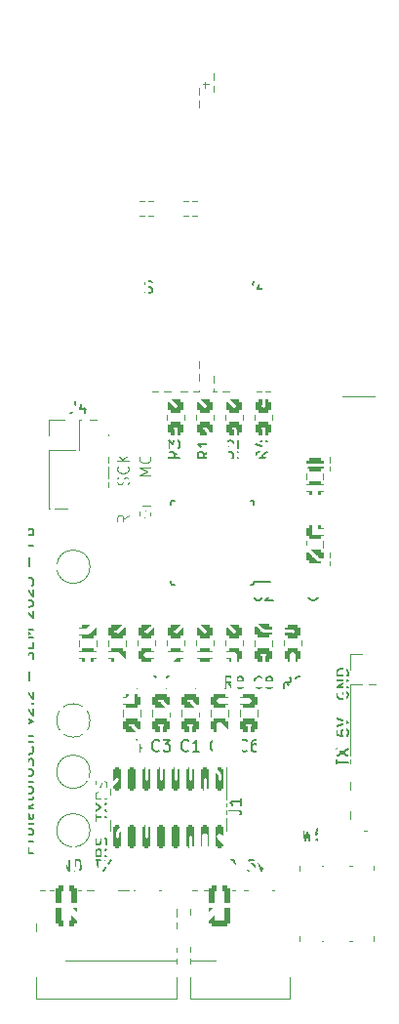
<source format=gto>
%TF.GenerationSoftware,KiCad,Pcbnew,(7.0.0)*%
%TF.CreationDate,2023-10-19T20:40:40+02:00*%
%TF.ProjectId,SEM_ProjektoroSCH-Rev2,53454d5f-5072-46f6-9a65-6b746f726f53,2.3*%
%TF.SameCoordinates,Original*%
%TF.FileFunction,Legend,Top*%
%TF.FilePolarity,Positive*%
%FSLAX46Y46*%
G04 Gerber Fmt 4.6, Leading zero omitted, Abs format (unit mm)*
G04 Created by KiCad (PCBNEW (7.0.0)) date 2023-10-19 20:40:40*
%MOMM*%
%LPD*%
G01*
G04 APERTURE LIST*
G04 Aperture macros list*
%AMRoundRect*
0 Rectangle with rounded corners*
0 $1 Rounding radius*
0 $2 $3 $4 $5 $6 $7 $8 $9 X,Y pos of 4 corners*
0 Add a 4 corners polygon primitive as box body*
4,1,4,$2,$3,$4,$5,$6,$7,$8,$9,$2,$3,0*
0 Add four circle primitives for the rounded corners*
1,1,$1+$1,$2,$3*
1,1,$1+$1,$4,$5*
1,1,$1+$1,$6,$7*
1,1,$1+$1,$8,$9*
0 Add four rect primitives between the rounded corners*
20,1,$1+$1,$2,$3,$4,$5,0*
20,1,$1+$1,$4,$5,$6,$7,0*
20,1,$1+$1,$6,$7,$8,$9,0*
20,1,$1+$1,$8,$9,$2,$3,0*%
G04 Aperture macros list end*
%ADD10C,0.150000*%
%ADD11C,0.125000*%
%ADD12C,0.120000*%
%ADD13R,1.600000X0.550000*%
%ADD14R,0.550000X1.600000*%
%ADD15RoundRect,0.250000X-0.450000X0.350000X-0.450000X-0.350000X0.450000X-0.350000X0.450000X0.350000X0*%
%ADD16RoundRect,0.250000X-0.650000X-1.550000X0.650000X-1.550000X0.650000X1.550000X-0.650000X1.550000X0*%
%ADD17O,1.800000X3.600000*%
%ADD18R,1.700000X1.700000*%
%ADD19O,1.700000X1.700000*%
%ADD20C,2.100000*%
%ADD21C,3.000000*%
%ADD22C,2.000000*%
%ADD23RoundRect,0.250000X-0.475000X0.337500X-0.475000X-0.337500X0.475000X-0.337500X0.475000X0.337500X0*%
%ADD24C,2.500000*%
%ADD25RoundRect,0.250000X0.475000X-0.337500X0.475000X0.337500X-0.475000X0.337500X-0.475000X-0.337500X0*%
%ADD26R,2.000000X7.875000*%
%ADD27R,1.300000X1.550000*%
%ADD28RoundRect,0.150000X-0.150000X0.850000X-0.150000X-0.850000X0.150000X-0.850000X0.150000X0.850000X0*%
%TA.AperFunction,SMDPad,CuDef*%
%ADD29R,1.600000X0.550000*%
%TD*%
%TA.AperFunction,SMDPad,CuDef*%
%ADD30R,0.550000X1.600000*%
%TD*%
%TA.AperFunction,SMDPad,CuDef*%
%ADD31RoundRect,0.250000X-0.450000X0.350000X-0.450000X-0.350000X0.450000X-0.350000X0.450000X0.350000X0*%
%TD*%
%TA.AperFunction,ComponentPad*%
%ADD32RoundRect,0.250000X-0.650000X-1.550000X0.650000X-1.550000X0.650000X1.550000X-0.650000X1.550000X0*%
%TD*%
%TA.AperFunction,ComponentPad*%
%ADD33O,1.800000X3.600000*%
%TD*%
%TA.AperFunction,ComponentPad*%
%ADD34R,1.700000X1.700000*%
%TD*%
%TA.AperFunction,ComponentPad*%
%ADD35O,1.700000X1.700000*%
%TD*%
%TA.AperFunction,ComponentPad*%
%ADD36C,3.000000*%
%TD*%
%TA.AperFunction,ComponentPad*%
%ADD37C,2.000000*%
%TD*%
%TA.AperFunction,SMDPad,CuDef*%
%ADD38RoundRect,0.250000X-0.475000X0.337500X-0.475000X-0.337500X0.475000X-0.337500X0.475000X0.337500X0*%
%TD*%
%TA.AperFunction,SMDPad,CuDef*%
%ADD39C,2.500000*%
%TD*%
%TA.AperFunction,SMDPad,CuDef*%
%ADD40RoundRect,0.250000X0.475000X-0.337500X0.475000X0.337500X-0.475000X0.337500X-0.475000X-0.337500X0*%
%TD*%
%TA.AperFunction,SMDPad,CuDef*%
%ADD41R,2.000000X7.875000*%
%TD*%
%TA.AperFunction,SMDPad,CuDef*%
%ADD42R,1.300000X1.550000*%
%TD*%
%TA.AperFunction,SMDPad,CuDef*%
%ADD43RoundRect,0.150000X-0.150000X0.850000X-0.150000X-0.850000X0.150000X-0.850000X0.150000X0.850000X0*%
%TD*%
%TA.AperFunction,ViaPad*%
%ADD44C,0.800000*%
%TD*%
%TA.AperFunction,Conductor*%
%ADD45C,0.254000*%
%TD*%
%TA.AperFunction,Conductor*%
%ADD46C,0.508000*%
%TD*%
G04 APERTURE END LIST*
D10*
%TO.C,U2*%
X149733095Y-100332380D02*
X149733095Y-101141904D01*
X149733095Y-101141904D02*
X149780714Y-101237142D01*
X149780714Y-101237142D02*
X149828333Y-101284761D01*
X149828333Y-101284761D02*
X149923571Y-101332380D01*
X149923571Y-101332380D02*
X150114047Y-101332380D01*
X150114047Y-101332380D02*
X150209285Y-101284761D01*
X150209285Y-101284761D02*
X150256904Y-101237142D01*
X150256904Y-101237142D02*
X150304523Y-101141904D01*
X150304523Y-101141904D02*
X150304523Y-100332380D01*
X150733095Y-100427619D02*
X150780714Y-100380000D01*
X150780714Y-100380000D02*
X150875952Y-100332380D01*
X150875952Y-100332380D02*
X151114047Y-100332380D01*
X151114047Y-100332380D02*
X151209285Y-100380000D01*
X151209285Y-100380000D02*
X151256904Y-100427619D01*
X151256904Y-100427619D02*
X151304523Y-100522857D01*
X151304523Y-100522857D02*
X151304523Y-100618095D01*
X151304523Y-100618095D02*
X151256904Y-100760952D01*
X151256904Y-100760952D02*
X150685476Y-101332380D01*
X150685476Y-101332380D02*
X151304523Y-101332380D01*
%TO.C,R7*%
X140168333Y-108952380D02*
X139835000Y-108476190D01*
X139596905Y-108952380D02*
X139596905Y-107952380D01*
X139596905Y-107952380D02*
X139977857Y-107952380D01*
X139977857Y-107952380D02*
X140073095Y-108000000D01*
X140073095Y-108000000D02*
X140120714Y-108047619D01*
X140120714Y-108047619D02*
X140168333Y-108142857D01*
X140168333Y-108142857D02*
X140168333Y-108285714D01*
X140168333Y-108285714D02*
X140120714Y-108380952D01*
X140120714Y-108380952D02*
X140073095Y-108428571D01*
X140073095Y-108428571D02*
X139977857Y-108476190D01*
X139977857Y-108476190D02*
X139596905Y-108476190D01*
X140501667Y-107952380D02*
X141168333Y-107952380D01*
X141168333Y-107952380D02*
X140739762Y-108952380D01*
%TO.C,R2*%
X148322380Y-88431666D02*
X147846190Y-88764999D01*
X148322380Y-89003094D02*
X147322380Y-89003094D01*
X147322380Y-89003094D02*
X147322380Y-88622142D01*
X147322380Y-88622142D02*
X147370000Y-88526904D01*
X147370000Y-88526904D02*
X147417619Y-88479285D01*
X147417619Y-88479285D02*
X147512857Y-88431666D01*
X147512857Y-88431666D02*
X147655714Y-88431666D01*
X147655714Y-88431666D02*
X147750952Y-88479285D01*
X147750952Y-88479285D02*
X147798571Y-88526904D01*
X147798571Y-88526904D02*
X147846190Y-88622142D01*
X147846190Y-88622142D02*
X147846190Y-89003094D01*
X147417619Y-88050713D02*
X147370000Y-88003094D01*
X147370000Y-88003094D02*
X147322380Y-87907856D01*
X147322380Y-87907856D02*
X147322380Y-87669761D01*
X147322380Y-87669761D02*
X147370000Y-87574523D01*
X147370000Y-87574523D02*
X147417619Y-87526904D01*
X147417619Y-87526904D02*
X147512857Y-87479285D01*
X147512857Y-87479285D02*
X147608095Y-87479285D01*
X147608095Y-87479285D02*
X147750952Y-87526904D01*
X147750952Y-87526904D02*
X148322380Y-88098332D01*
X148322380Y-88098332D02*
X148322380Y-87479285D01*
%TO.C,R8*%
X147788333Y-108952380D02*
X147455000Y-108476190D01*
X147216905Y-108952380D02*
X147216905Y-107952380D01*
X147216905Y-107952380D02*
X147597857Y-107952380D01*
X147597857Y-107952380D02*
X147693095Y-108000000D01*
X147693095Y-108000000D02*
X147740714Y-108047619D01*
X147740714Y-108047619D02*
X147788333Y-108142857D01*
X147788333Y-108142857D02*
X147788333Y-108285714D01*
X147788333Y-108285714D02*
X147740714Y-108380952D01*
X147740714Y-108380952D02*
X147693095Y-108428571D01*
X147693095Y-108428571D02*
X147597857Y-108476190D01*
X147597857Y-108476190D02*
X147216905Y-108476190D01*
X148359762Y-108380952D02*
X148264524Y-108333333D01*
X148264524Y-108333333D02*
X148216905Y-108285714D01*
X148216905Y-108285714D02*
X148169286Y-108190476D01*
X148169286Y-108190476D02*
X148169286Y-108142857D01*
X148169286Y-108142857D02*
X148216905Y-108047619D01*
X148216905Y-108047619D02*
X148264524Y-108000000D01*
X148264524Y-108000000D02*
X148359762Y-107952380D01*
X148359762Y-107952380D02*
X148550238Y-107952380D01*
X148550238Y-107952380D02*
X148645476Y-108000000D01*
X148645476Y-108000000D02*
X148693095Y-108047619D01*
X148693095Y-108047619D02*
X148740714Y-108142857D01*
X148740714Y-108142857D02*
X148740714Y-108190476D01*
X148740714Y-108190476D02*
X148693095Y-108285714D01*
X148693095Y-108285714D02*
X148645476Y-108333333D01*
X148645476Y-108333333D02*
X148550238Y-108380952D01*
X148550238Y-108380952D02*
X148359762Y-108380952D01*
X148359762Y-108380952D02*
X148264524Y-108428571D01*
X148264524Y-108428571D02*
X148216905Y-108476190D01*
X148216905Y-108476190D02*
X148169286Y-108571428D01*
X148169286Y-108571428D02*
X148169286Y-108761904D01*
X148169286Y-108761904D02*
X148216905Y-108857142D01*
X148216905Y-108857142D02*
X148264524Y-108904761D01*
X148264524Y-108904761D02*
X148359762Y-108952380D01*
X148359762Y-108952380D02*
X148550238Y-108952380D01*
X148550238Y-108952380D02*
X148645476Y-108904761D01*
X148645476Y-108904761D02*
X148693095Y-108857142D01*
X148693095Y-108857142D02*
X148740714Y-108761904D01*
X148740714Y-108761904D02*
X148740714Y-108571428D01*
X148740714Y-108571428D02*
X148693095Y-108476190D01*
X148693095Y-108476190D02*
X148645476Y-108428571D01*
X148645476Y-108428571D02*
X148550238Y-108380952D01*
%TO.C,J3*%
X159051666Y-104352380D02*
X159051666Y-105066666D01*
X159051666Y-105066666D02*
X159004047Y-105209523D01*
X159004047Y-105209523D02*
X158908809Y-105304761D01*
X158908809Y-105304761D02*
X158765952Y-105352380D01*
X158765952Y-105352380D02*
X158670714Y-105352380D01*
X159432619Y-104352380D02*
X160051666Y-104352380D01*
X160051666Y-104352380D02*
X159718333Y-104733333D01*
X159718333Y-104733333D02*
X159861190Y-104733333D01*
X159861190Y-104733333D02*
X159956428Y-104780952D01*
X159956428Y-104780952D02*
X160004047Y-104828571D01*
X160004047Y-104828571D02*
X160051666Y-104923809D01*
X160051666Y-104923809D02*
X160051666Y-105161904D01*
X160051666Y-105161904D02*
X160004047Y-105257142D01*
X160004047Y-105257142D02*
X159956428Y-105304761D01*
X159956428Y-105304761D02*
X159861190Y-105352380D01*
X159861190Y-105352380D02*
X159575476Y-105352380D01*
X159575476Y-105352380D02*
X159480238Y-105304761D01*
X159480238Y-105304761D02*
X159432619Y-105257142D01*
%TO.C,SW4*%
X147891667Y-74614761D02*
X148034524Y-74662380D01*
X148034524Y-74662380D02*
X148272619Y-74662380D01*
X148272619Y-74662380D02*
X148367857Y-74614761D01*
X148367857Y-74614761D02*
X148415476Y-74567142D01*
X148415476Y-74567142D02*
X148463095Y-74471904D01*
X148463095Y-74471904D02*
X148463095Y-74376666D01*
X148463095Y-74376666D02*
X148415476Y-74281428D01*
X148415476Y-74281428D02*
X148367857Y-74233809D01*
X148367857Y-74233809D02*
X148272619Y-74186190D01*
X148272619Y-74186190D02*
X148082143Y-74138571D01*
X148082143Y-74138571D02*
X147986905Y-74090952D01*
X147986905Y-74090952D02*
X147939286Y-74043333D01*
X147939286Y-74043333D02*
X147891667Y-73948095D01*
X147891667Y-73948095D02*
X147891667Y-73852857D01*
X147891667Y-73852857D02*
X147939286Y-73757619D01*
X147939286Y-73757619D02*
X147986905Y-73710000D01*
X147986905Y-73710000D02*
X148082143Y-73662380D01*
X148082143Y-73662380D02*
X148320238Y-73662380D01*
X148320238Y-73662380D02*
X148463095Y-73710000D01*
X148796429Y-73662380D02*
X149034524Y-74662380D01*
X149034524Y-74662380D02*
X149225000Y-73948095D01*
X149225000Y-73948095D02*
X149415476Y-74662380D01*
X149415476Y-74662380D02*
X149653572Y-73662380D01*
X150463095Y-73995714D02*
X150463095Y-74662380D01*
X150225000Y-73614761D02*
X149986905Y-74329047D01*
X149986905Y-74329047D02*
X150605952Y-74329047D01*
%TO.C,C4*%
X138898333Y-114339642D02*
X138850714Y-114387261D01*
X138850714Y-114387261D02*
X138707857Y-114434880D01*
X138707857Y-114434880D02*
X138612619Y-114434880D01*
X138612619Y-114434880D02*
X138469762Y-114387261D01*
X138469762Y-114387261D02*
X138374524Y-114292023D01*
X138374524Y-114292023D02*
X138326905Y-114196785D01*
X138326905Y-114196785D02*
X138279286Y-114006309D01*
X138279286Y-114006309D02*
X138279286Y-113863452D01*
X138279286Y-113863452D02*
X138326905Y-113672976D01*
X138326905Y-113672976D02*
X138374524Y-113577738D01*
X138374524Y-113577738D02*
X138469762Y-113482500D01*
X138469762Y-113482500D02*
X138612619Y-113434880D01*
X138612619Y-113434880D02*
X138707857Y-113434880D01*
X138707857Y-113434880D02*
X138850714Y-113482500D01*
X138850714Y-113482500D02*
X138898333Y-113530119D01*
X139755476Y-113768214D02*
X139755476Y-114434880D01*
X139517381Y-113387261D02*
X139279286Y-114101547D01*
X139279286Y-114101547D02*
X139898333Y-114101547D01*
%TO.C,RS-TX*%
X136892380Y-122927857D02*
X136416190Y-123261190D01*
X136892380Y-123499285D02*
X135892380Y-123499285D01*
X135892380Y-123499285D02*
X135892380Y-123118333D01*
X135892380Y-123118333D02*
X135940000Y-123023095D01*
X135940000Y-123023095D02*
X135987619Y-122975476D01*
X135987619Y-122975476D02*
X136082857Y-122927857D01*
X136082857Y-122927857D02*
X136225714Y-122927857D01*
X136225714Y-122927857D02*
X136320952Y-122975476D01*
X136320952Y-122975476D02*
X136368571Y-123023095D01*
X136368571Y-123023095D02*
X136416190Y-123118333D01*
X136416190Y-123118333D02*
X136416190Y-123499285D01*
X136844761Y-122546904D02*
X136892380Y-122404047D01*
X136892380Y-122404047D02*
X136892380Y-122165952D01*
X136892380Y-122165952D02*
X136844761Y-122070714D01*
X136844761Y-122070714D02*
X136797142Y-122023095D01*
X136797142Y-122023095D02*
X136701904Y-121975476D01*
X136701904Y-121975476D02*
X136606666Y-121975476D01*
X136606666Y-121975476D02*
X136511428Y-122023095D01*
X136511428Y-122023095D02*
X136463809Y-122070714D01*
X136463809Y-122070714D02*
X136416190Y-122165952D01*
X136416190Y-122165952D02*
X136368571Y-122356428D01*
X136368571Y-122356428D02*
X136320952Y-122451666D01*
X136320952Y-122451666D02*
X136273333Y-122499285D01*
X136273333Y-122499285D02*
X136178095Y-122546904D01*
X136178095Y-122546904D02*
X136082857Y-122546904D01*
X136082857Y-122546904D02*
X135987619Y-122499285D01*
X135987619Y-122499285D02*
X135940000Y-122451666D01*
X135940000Y-122451666D02*
X135892380Y-122356428D01*
X135892380Y-122356428D02*
X135892380Y-122118333D01*
X135892380Y-122118333D02*
X135940000Y-121975476D01*
X136511428Y-121546904D02*
X136511428Y-120785000D01*
X135892380Y-120451666D02*
X135892380Y-119880238D01*
X136892380Y-120165952D02*
X135892380Y-120165952D01*
X135892380Y-119642142D02*
X136892380Y-118975476D01*
X135892380Y-118975476D02*
X136892380Y-119642142D01*
%TO.C,C9*%
X155212142Y-100686666D02*
X155259761Y-100734285D01*
X155259761Y-100734285D02*
X155307380Y-100877142D01*
X155307380Y-100877142D02*
X155307380Y-100972380D01*
X155307380Y-100972380D02*
X155259761Y-101115237D01*
X155259761Y-101115237D02*
X155164523Y-101210475D01*
X155164523Y-101210475D02*
X155069285Y-101258094D01*
X155069285Y-101258094D02*
X154878809Y-101305713D01*
X154878809Y-101305713D02*
X154735952Y-101305713D01*
X154735952Y-101305713D02*
X154545476Y-101258094D01*
X154545476Y-101258094D02*
X154450238Y-101210475D01*
X154450238Y-101210475D02*
X154355000Y-101115237D01*
X154355000Y-101115237D02*
X154307380Y-100972380D01*
X154307380Y-100972380D02*
X154307380Y-100877142D01*
X154307380Y-100877142D02*
X154355000Y-100734285D01*
X154355000Y-100734285D02*
X154402619Y-100686666D01*
X155307380Y-100210475D02*
X155307380Y-100019999D01*
X155307380Y-100019999D02*
X155259761Y-99924761D01*
X155259761Y-99924761D02*
X155212142Y-99877142D01*
X155212142Y-99877142D02*
X155069285Y-99781904D01*
X155069285Y-99781904D02*
X154878809Y-99734285D01*
X154878809Y-99734285D02*
X154497857Y-99734285D01*
X154497857Y-99734285D02*
X154402619Y-99781904D01*
X154402619Y-99781904D02*
X154355000Y-99829523D01*
X154355000Y-99829523D02*
X154307380Y-99924761D01*
X154307380Y-99924761D02*
X154307380Y-100115237D01*
X154307380Y-100115237D02*
X154355000Y-100210475D01*
X154355000Y-100210475D02*
X154402619Y-100258094D01*
X154402619Y-100258094D02*
X154497857Y-100305713D01*
X154497857Y-100305713D02*
X154735952Y-100305713D01*
X154735952Y-100305713D02*
X154831190Y-100258094D01*
X154831190Y-100258094D02*
X154878809Y-100210475D01*
X154878809Y-100210475D02*
X154926428Y-100115237D01*
X154926428Y-100115237D02*
X154926428Y-99924761D01*
X154926428Y-99924761D02*
X154878809Y-99829523D01*
X154878809Y-99829523D02*
X154831190Y-99781904D01*
X154831190Y-99781904D02*
X154735952Y-99734285D01*
%TO.C,C6*%
X149058333Y-114339642D02*
X149010714Y-114387261D01*
X149010714Y-114387261D02*
X148867857Y-114434880D01*
X148867857Y-114434880D02*
X148772619Y-114434880D01*
X148772619Y-114434880D02*
X148629762Y-114387261D01*
X148629762Y-114387261D02*
X148534524Y-114292023D01*
X148534524Y-114292023D02*
X148486905Y-114196785D01*
X148486905Y-114196785D02*
X148439286Y-114006309D01*
X148439286Y-114006309D02*
X148439286Y-113863452D01*
X148439286Y-113863452D02*
X148486905Y-113672976D01*
X148486905Y-113672976D02*
X148534524Y-113577738D01*
X148534524Y-113577738D02*
X148629762Y-113482500D01*
X148629762Y-113482500D02*
X148772619Y-113434880D01*
X148772619Y-113434880D02*
X148867857Y-113434880D01*
X148867857Y-113434880D02*
X149010714Y-113482500D01*
X149010714Y-113482500D02*
X149058333Y-113530119D01*
X149915476Y-113434880D02*
X149725000Y-113434880D01*
X149725000Y-113434880D02*
X149629762Y-113482500D01*
X149629762Y-113482500D02*
X149582143Y-113530119D01*
X149582143Y-113530119D02*
X149486905Y-113672976D01*
X149486905Y-113672976D02*
X149439286Y-113863452D01*
X149439286Y-113863452D02*
X149439286Y-114244404D01*
X149439286Y-114244404D02*
X149486905Y-114339642D01*
X149486905Y-114339642D02*
X149534524Y-114387261D01*
X149534524Y-114387261D02*
X149629762Y-114434880D01*
X149629762Y-114434880D02*
X149820238Y-114434880D01*
X149820238Y-114434880D02*
X149915476Y-114387261D01*
X149915476Y-114387261D02*
X149963095Y-114339642D01*
X149963095Y-114339642D02*
X150010714Y-114244404D01*
X150010714Y-114244404D02*
X150010714Y-114006309D01*
X150010714Y-114006309D02*
X149963095Y-113911071D01*
X149963095Y-113911071D02*
X149915476Y-113863452D01*
X149915476Y-113863452D02*
X149820238Y-113815833D01*
X149820238Y-113815833D02*
X149629762Y-113815833D01*
X149629762Y-113815833D02*
X149534524Y-113863452D01*
X149534524Y-113863452D02*
X149486905Y-113911071D01*
X149486905Y-113911071D02*
X149439286Y-114006309D01*
D11*
%TO.C,RS-RX*%
X136892380Y-117966904D02*
X136416190Y-118300237D01*
X136892380Y-118538332D02*
X135892380Y-118538332D01*
X135892380Y-118538332D02*
X135892380Y-118157380D01*
X135892380Y-118157380D02*
X135940000Y-118062142D01*
X135940000Y-118062142D02*
X135987619Y-118014523D01*
X135987619Y-118014523D02*
X136082857Y-117966904D01*
X136082857Y-117966904D02*
X136225714Y-117966904D01*
X136225714Y-117966904D02*
X136320952Y-118014523D01*
X136320952Y-118014523D02*
X136368571Y-118062142D01*
X136368571Y-118062142D02*
X136416190Y-118157380D01*
X136416190Y-118157380D02*
X136416190Y-118538332D01*
X136844761Y-117585951D02*
X136892380Y-117443094D01*
X136892380Y-117443094D02*
X136892380Y-117204999D01*
X136892380Y-117204999D02*
X136844761Y-117109761D01*
X136844761Y-117109761D02*
X136797142Y-117062142D01*
X136797142Y-117062142D02*
X136701904Y-117014523D01*
X136701904Y-117014523D02*
X136606666Y-117014523D01*
X136606666Y-117014523D02*
X136511428Y-117062142D01*
X136511428Y-117062142D02*
X136463809Y-117109761D01*
X136463809Y-117109761D02*
X136416190Y-117204999D01*
X136416190Y-117204999D02*
X136368571Y-117395475D01*
X136368571Y-117395475D02*
X136320952Y-117490713D01*
X136320952Y-117490713D02*
X136273333Y-117538332D01*
X136273333Y-117538332D02*
X136178095Y-117585951D01*
X136178095Y-117585951D02*
X136082857Y-117585951D01*
X136082857Y-117585951D02*
X135987619Y-117538332D01*
X135987619Y-117538332D02*
X135940000Y-117490713D01*
X135940000Y-117490713D02*
X135892380Y-117395475D01*
X135892380Y-117395475D02*
X135892380Y-117157380D01*
X135892380Y-117157380D02*
X135940000Y-117014523D01*
X136511428Y-116585951D02*
X136511428Y-115824047D01*
X136892380Y-114776428D02*
X136416190Y-115109761D01*
X136892380Y-115347856D02*
X135892380Y-115347856D01*
X135892380Y-115347856D02*
X135892380Y-114966904D01*
X135892380Y-114966904D02*
X135940000Y-114871666D01*
X135940000Y-114871666D02*
X135987619Y-114824047D01*
X135987619Y-114824047D02*
X136082857Y-114776428D01*
X136082857Y-114776428D02*
X136225714Y-114776428D01*
X136225714Y-114776428D02*
X136320952Y-114824047D01*
X136320952Y-114824047D02*
X136368571Y-114871666D01*
X136368571Y-114871666D02*
X136416190Y-114966904D01*
X136416190Y-114966904D02*
X136416190Y-115347856D01*
X135892380Y-114443094D02*
X136892380Y-113776428D01*
X135892380Y-113776428D02*
X136892380Y-114443094D01*
D10*
%TO.C,R1*%
X145782380Y-88431666D02*
X145306190Y-88764999D01*
X145782380Y-89003094D02*
X144782380Y-89003094D01*
X144782380Y-89003094D02*
X144782380Y-88622142D01*
X144782380Y-88622142D02*
X144830000Y-88526904D01*
X144830000Y-88526904D02*
X144877619Y-88479285D01*
X144877619Y-88479285D02*
X144972857Y-88431666D01*
X144972857Y-88431666D02*
X145115714Y-88431666D01*
X145115714Y-88431666D02*
X145210952Y-88479285D01*
X145210952Y-88479285D02*
X145258571Y-88526904D01*
X145258571Y-88526904D02*
X145306190Y-88622142D01*
X145306190Y-88622142D02*
X145306190Y-89003094D01*
X145782380Y-87479285D02*
X145782380Y-88050713D01*
X145782380Y-87764999D02*
X144782380Y-87764999D01*
X144782380Y-87764999D02*
X144925238Y-87860237D01*
X144925238Y-87860237D02*
X145020476Y-87955475D01*
X145020476Y-87955475D02*
X145068095Y-88050713D01*
%TO.C,C10*%
X155212142Y-87657857D02*
X155259761Y-87705476D01*
X155259761Y-87705476D02*
X155307380Y-87848333D01*
X155307380Y-87848333D02*
X155307380Y-87943571D01*
X155307380Y-87943571D02*
X155259761Y-88086428D01*
X155259761Y-88086428D02*
X155164523Y-88181666D01*
X155164523Y-88181666D02*
X155069285Y-88229285D01*
X155069285Y-88229285D02*
X154878809Y-88276904D01*
X154878809Y-88276904D02*
X154735952Y-88276904D01*
X154735952Y-88276904D02*
X154545476Y-88229285D01*
X154545476Y-88229285D02*
X154450238Y-88181666D01*
X154450238Y-88181666D02*
X154355000Y-88086428D01*
X154355000Y-88086428D02*
X154307380Y-87943571D01*
X154307380Y-87943571D02*
X154307380Y-87848333D01*
X154307380Y-87848333D02*
X154355000Y-87705476D01*
X154355000Y-87705476D02*
X154402619Y-87657857D01*
X155307380Y-86705476D02*
X155307380Y-87276904D01*
X155307380Y-86991190D02*
X154307380Y-86991190D01*
X154307380Y-86991190D02*
X154450238Y-87086428D01*
X154450238Y-87086428D02*
X154545476Y-87181666D01*
X154545476Y-87181666D02*
X154593095Y-87276904D01*
X154307380Y-86086428D02*
X154307380Y-85991190D01*
X154307380Y-85991190D02*
X154355000Y-85895952D01*
X154355000Y-85895952D02*
X154402619Y-85848333D01*
X154402619Y-85848333D02*
X154497857Y-85800714D01*
X154497857Y-85800714D02*
X154688333Y-85753095D01*
X154688333Y-85753095D02*
X154926428Y-85753095D01*
X154926428Y-85753095D02*
X155116904Y-85800714D01*
X155116904Y-85800714D02*
X155212142Y-85848333D01*
X155212142Y-85848333D02*
X155259761Y-85895952D01*
X155259761Y-85895952D02*
X155307380Y-85991190D01*
X155307380Y-85991190D02*
X155307380Y-86086428D01*
X155307380Y-86086428D02*
X155259761Y-86181666D01*
X155259761Y-86181666D02*
X155212142Y-86229285D01*
X155212142Y-86229285D02*
X155116904Y-86276904D01*
X155116904Y-86276904D02*
X154926428Y-86324523D01*
X154926428Y-86324523D02*
X154688333Y-86324523D01*
X154688333Y-86324523D02*
X154497857Y-86276904D01*
X154497857Y-86276904D02*
X154402619Y-86229285D01*
X154402619Y-86229285D02*
X154355000Y-86181666D01*
X154355000Y-86181666D02*
X154307380Y-86086428D01*
%TO.C,C7*%
X135088333Y-108857142D02*
X135040714Y-108904761D01*
X135040714Y-108904761D02*
X134897857Y-108952380D01*
X134897857Y-108952380D02*
X134802619Y-108952380D01*
X134802619Y-108952380D02*
X134659762Y-108904761D01*
X134659762Y-108904761D02*
X134564524Y-108809523D01*
X134564524Y-108809523D02*
X134516905Y-108714285D01*
X134516905Y-108714285D02*
X134469286Y-108523809D01*
X134469286Y-108523809D02*
X134469286Y-108380952D01*
X134469286Y-108380952D02*
X134516905Y-108190476D01*
X134516905Y-108190476D02*
X134564524Y-108095238D01*
X134564524Y-108095238D02*
X134659762Y-108000000D01*
X134659762Y-108000000D02*
X134802619Y-107952380D01*
X134802619Y-107952380D02*
X134897857Y-107952380D01*
X134897857Y-107952380D02*
X135040714Y-108000000D01*
X135040714Y-108000000D02*
X135088333Y-108047619D01*
X135421667Y-107952380D02*
X136088333Y-107952380D01*
X136088333Y-107952380D02*
X135659762Y-108952380D01*
%TO.C,R5*%
X142708333Y-108952380D02*
X142375000Y-108476190D01*
X142136905Y-108952380D02*
X142136905Y-107952380D01*
X142136905Y-107952380D02*
X142517857Y-107952380D01*
X142517857Y-107952380D02*
X142613095Y-108000000D01*
X142613095Y-108000000D02*
X142660714Y-108047619D01*
X142660714Y-108047619D02*
X142708333Y-108142857D01*
X142708333Y-108142857D02*
X142708333Y-108285714D01*
X142708333Y-108285714D02*
X142660714Y-108380952D01*
X142660714Y-108380952D02*
X142613095Y-108428571D01*
X142613095Y-108428571D02*
X142517857Y-108476190D01*
X142517857Y-108476190D02*
X142136905Y-108476190D01*
X143613095Y-107952380D02*
X143136905Y-107952380D01*
X143136905Y-107952380D02*
X143089286Y-108428571D01*
X143089286Y-108428571D02*
X143136905Y-108380952D01*
X143136905Y-108380952D02*
X143232143Y-108333333D01*
X143232143Y-108333333D02*
X143470238Y-108333333D01*
X143470238Y-108333333D02*
X143565476Y-108380952D01*
X143565476Y-108380952D02*
X143613095Y-108428571D01*
X143613095Y-108428571D02*
X143660714Y-108523809D01*
X143660714Y-108523809D02*
X143660714Y-108761904D01*
X143660714Y-108761904D02*
X143613095Y-108857142D01*
X143613095Y-108857142D02*
X143565476Y-108904761D01*
X143565476Y-108904761D02*
X143470238Y-108952380D01*
X143470238Y-108952380D02*
X143232143Y-108952380D01*
X143232143Y-108952380D02*
X143136905Y-108904761D01*
X143136905Y-108904761D02*
X143089286Y-108857142D01*
%TO.C,R6*%
X145248333Y-108952380D02*
X144915000Y-108476190D01*
X144676905Y-108952380D02*
X144676905Y-107952380D01*
X144676905Y-107952380D02*
X145057857Y-107952380D01*
X145057857Y-107952380D02*
X145153095Y-108000000D01*
X145153095Y-108000000D02*
X145200714Y-108047619D01*
X145200714Y-108047619D02*
X145248333Y-108142857D01*
X145248333Y-108142857D02*
X145248333Y-108285714D01*
X145248333Y-108285714D02*
X145200714Y-108380952D01*
X145200714Y-108380952D02*
X145153095Y-108428571D01*
X145153095Y-108428571D02*
X145057857Y-108476190D01*
X145057857Y-108476190D02*
X144676905Y-108476190D01*
X146105476Y-107952380D02*
X145915000Y-107952380D01*
X145915000Y-107952380D02*
X145819762Y-108000000D01*
X145819762Y-108000000D02*
X145772143Y-108047619D01*
X145772143Y-108047619D02*
X145676905Y-108190476D01*
X145676905Y-108190476D02*
X145629286Y-108380952D01*
X145629286Y-108380952D02*
X145629286Y-108761904D01*
X145629286Y-108761904D02*
X145676905Y-108857142D01*
X145676905Y-108857142D02*
X145724524Y-108904761D01*
X145724524Y-108904761D02*
X145819762Y-108952380D01*
X145819762Y-108952380D02*
X146010238Y-108952380D01*
X146010238Y-108952380D02*
X146105476Y-108904761D01*
X146105476Y-108904761D02*
X146153095Y-108857142D01*
X146153095Y-108857142D02*
X146200714Y-108761904D01*
X146200714Y-108761904D02*
X146200714Y-108523809D01*
X146200714Y-108523809D02*
X146153095Y-108428571D01*
X146153095Y-108428571D02*
X146105476Y-108380952D01*
X146105476Y-108380952D02*
X146010238Y-108333333D01*
X146010238Y-108333333D02*
X145819762Y-108333333D01*
X145819762Y-108333333D02*
X145724524Y-108380952D01*
X145724524Y-108380952D02*
X145676905Y-108428571D01*
X145676905Y-108428571D02*
X145629286Y-108523809D01*
%TO.C,C1*%
X143978333Y-114339642D02*
X143930714Y-114387261D01*
X143930714Y-114387261D02*
X143787857Y-114434880D01*
X143787857Y-114434880D02*
X143692619Y-114434880D01*
X143692619Y-114434880D02*
X143549762Y-114387261D01*
X143549762Y-114387261D02*
X143454524Y-114292023D01*
X143454524Y-114292023D02*
X143406905Y-114196785D01*
X143406905Y-114196785D02*
X143359286Y-114006309D01*
X143359286Y-114006309D02*
X143359286Y-113863452D01*
X143359286Y-113863452D02*
X143406905Y-113672976D01*
X143406905Y-113672976D02*
X143454524Y-113577738D01*
X143454524Y-113577738D02*
X143549762Y-113482500D01*
X143549762Y-113482500D02*
X143692619Y-113434880D01*
X143692619Y-113434880D02*
X143787857Y-113434880D01*
X143787857Y-113434880D02*
X143930714Y-113482500D01*
X143930714Y-113482500D02*
X143978333Y-113530119D01*
X144930714Y-114434880D02*
X144359286Y-114434880D01*
X144645000Y-114434880D02*
X144645000Y-113434880D01*
X144645000Y-113434880D02*
X144549762Y-113577738D01*
X144549762Y-113577738D02*
X144454524Y-113672976D01*
X144454524Y-113672976D02*
X144359286Y-113720595D01*
%TO.C,C3*%
X141438333Y-114339642D02*
X141390714Y-114387261D01*
X141390714Y-114387261D02*
X141247857Y-114434880D01*
X141247857Y-114434880D02*
X141152619Y-114434880D01*
X141152619Y-114434880D02*
X141009762Y-114387261D01*
X141009762Y-114387261D02*
X140914524Y-114292023D01*
X140914524Y-114292023D02*
X140866905Y-114196785D01*
X140866905Y-114196785D02*
X140819286Y-114006309D01*
X140819286Y-114006309D02*
X140819286Y-113863452D01*
X140819286Y-113863452D02*
X140866905Y-113672976D01*
X140866905Y-113672976D02*
X140914524Y-113577738D01*
X140914524Y-113577738D02*
X141009762Y-113482500D01*
X141009762Y-113482500D02*
X141152619Y-113434880D01*
X141152619Y-113434880D02*
X141247857Y-113434880D01*
X141247857Y-113434880D02*
X141390714Y-113482500D01*
X141390714Y-113482500D02*
X141438333Y-113530119D01*
X141771667Y-113434880D02*
X142390714Y-113434880D01*
X142390714Y-113434880D02*
X142057381Y-113815833D01*
X142057381Y-113815833D02*
X142200238Y-113815833D01*
X142200238Y-113815833D02*
X142295476Y-113863452D01*
X142295476Y-113863452D02*
X142343095Y-113911071D01*
X142343095Y-113911071D02*
X142390714Y-114006309D01*
X142390714Y-114006309D02*
X142390714Y-114244404D01*
X142390714Y-114244404D02*
X142343095Y-114339642D01*
X142343095Y-114339642D02*
X142295476Y-114387261D01*
X142295476Y-114387261D02*
X142200238Y-114434880D01*
X142200238Y-114434880D02*
X141914524Y-114434880D01*
X141914524Y-114434880D02*
X141819286Y-114387261D01*
X141819286Y-114387261D02*
X141771667Y-114339642D01*
%TO.C,C5*%
X137628333Y-108857142D02*
X137580714Y-108904761D01*
X137580714Y-108904761D02*
X137437857Y-108952380D01*
X137437857Y-108952380D02*
X137342619Y-108952380D01*
X137342619Y-108952380D02*
X137199762Y-108904761D01*
X137199762Y-108904761D02*
X137104524Y-108809523D01*
X137104524Y-108809523D02*
X137056905Y-108714285D01*
X137056905Y-108714285D02*
X137009286Y-108523809D01*
X137009286Y-108523809D02*
X137009286Y-108380952D01*
X137009286Y-108380952D02*
X137056905Y-108190476D01*
X137056905Y-108190476D02*
X137104524Y-108095238D01*
X137104524Y-108095238D02*
X137199762Y-108000000D01*
X137199762Y-108000000D02*
X137342619Y-107952380D01*
X137342619Y-107952380D02*
X137437857Y-107952380D01*
X137437857Y-107952380D02*
X137580714Y-108000000D01*
X137580714Y-108000000D02*
X137628333Y-108047619D01*
X138533095Y-107952380D02*
X138056905Y-107952380D01*
X138056905Y-107952380D02*
X138009286Y-108428571D01*
X138009286Y-108428571D02*
X138056905Y-108380952D01*
X138056905Y-108380952D02*
X138152143Y-108333333D01*
X138152143Y-108333333D02*
X138390238Y-108333333D01*
X138390238Y-108333333D02*
X138485476Y-108380952D01*
X138485476Y-108380952D02*
X138533095Y-108428571D01*
X138533095Y-108428571D02*
X138580714Y-108523809D01*
X138580714Y-108523809D02*
X138580714Y-108761904D01*
X138580714Y-108761904D02*
X138533095Y-108857142D01*
X138533095Y-108857142D02*
X138485476Y-108904761D01*
X138485476Y-108904761D02*
X138390238Y-108952380D01*
X138390238Y-108952380D02*
X138152143Y-108952380D01*
X138152143Y-108952380D02*
X138056905Y-108904761D01*
X138056905Y-108904761D02*
X138009286Y-108857142D01*
%TO.C,GND*%
X135940000Y-112521904D02*
X135892380Y-112617142D01*
X135892380Y-112617142D02*
X135892380Y-112759999D01*
X135892380Y-112759999D02*
X135940000Y-112902856D01*
X135940000Y-112902856D02*
X136035238Y-112998094D01*
X136035238Y-112998094D02*
X136130476Y-113045713D01*
X136130476Y-113045713D02*
X136320952Y-113093332D01*
X136320952Y-113093332D02*
X136463809Y-113093332D01*
X136463809Y-113093332D02*
X136654285Y-113045713D01*
X136654285Y-113045713D02*
X136749523Y-112998094D01*
X136749523Y-112998094D02*
X136844761Y-112902856D01*
X136844761Y-112902856D02*
X136892380Y-112759999D01*
X136892380Y-112759999D02*
X136892380Y-112664761D01*
X136892380Y-112664761D02*
X136844761Y-112521904D01*
X136844761Y-112521904D02*
X136797142Y-112474285D01*
X136797142Y-112474285D02*
X136463809Y-112474285D01*
X136463809Y-112474285D02*
X136463809Y-112664761D01*
X136892380Y-112045713D02*
X135892380Y-112045713D01*
X135892380Y-112045713D02*
X136892380Y-111474285D01*
X136892380Y-111474285D02*
X135892380Y-111474285D01*
X136892380Y-110998094D02*
X135892380Y-110998094D01*
X135892380Y-110998094D02*
X135892380Y-110759999D01*
X135892380Y-110759999D02*
X135940000Y-110617142D01*
X135940000Y-110617142D02*
X136035238Y-110521904D01*
X136035238Y-110521904D02*
X136130476Y-110474285D01*
X136130476Y-110474285D02*
X136320952Y-110426666D01*
X136320952Y-110426666D02*
X136463809Y-110426666D01*
X136463809Y-110426666D02*
X136654285Y-110474285D01*
X136654285Y-110474285D02*
X136749523Y-110521904D01*
X136749523Y-110521904D02*
X136844761Y-110617142D01*
X136844761Y-110617142D02*
X136892380Y-110759999D01*
X136892380Y-110759999D02*
X136892380Y-110998094D01*
X156847380Y-112585476D02*
X156847380Y-113061666D01*
X156847380Y-113061666D02*
X157323571Y-113109285D01*
X157323571Y-113109285D02*
X157275952Y-113061666D01*
X157275952Y-113061666D02*
X157228333Y-112966428D01*
X157228333Y-112966428D02*
X157228333Y-112728333D01*
X157228333Y-112728333D02*
X157275952Y-112633095D01*
X157275952Y-112633095D02*
X157323571Y-112585476D01*
X157323571Y-112585476D02*
X157418809Y-112537857D01*
X157418809Y-112537857D02*
X157656904Y-112537857D01*
X157656904Y-112537857D02*
X157752142Y-112585476D01*
X157752142Y-112585476D02*
X157799761Y-112633095D01*
X157799761Y-112633095D02*
X157847380Y-112728333D01*
X157847380Y-112728333D02*
X157847380Y-112966428D01*
X157847380Y-112966428D02*
X157799761Y-113061666D01*
X157799761Y-113061666D02*
X157752142Y-113109285D01*
X156847380Y-112252142D02*
X157847380Y-111918809D01*
X157847380Y-111918809D02*
X156847380Y-111585476D01*
X149669523Y-123827380D02*
X149193333Y-123827380D01*
X149193333Y-123827380D02*
X149145714Y-124303571D01*
X149145714Y-124303571D02*
X149193333Y-124255952D01*
X149193333Y-124255952D02*
X149288571Y-124208333D01*
X149288571Y-124208333D02*
X149526666Y-124208333D01*
X149526666Y-124208333D02*
X149621904Y-124255952D01*
X149621904Y-124255952D02*
X149669523Y-124303571D01*
X149669523Y-124303571D02*
X149717142Y-124398809D01*
X149717142Y-124398809D02*
X149717142Y-124636904D01*
X149717142Y-124636904D02*
X149669523Y-124732142D01*
X149669523Y-124732142D02*
X149621904Y-124779761D01*
X149621904Y-124779761D02*
X149526666Y-124827380D01*
X149526666Y-124827380D02*
X149288571Y-124827380D01*
X149288571Y-124827380D02*
X149193333Y-124779761D01*
X149193333Y-124779761D02*
X149145714Y-124732142D01*
X150002857Y-123827380D02*
X150336190Y-124827380D01*
X150336190Y-124827380D02*
X150669523Y-123827380D01*
X158117380Y-64944048D02*
X158831666Y-64944048D01*
X158831666Y-64944048D02*
X158974523Y-64991667D01*
X158974523Y-64991667D02*
X159069761Y-65086905D01*
X159069761Y-65086905D02*
X159117380Y-65229762D01*
X159117380Y-65229762D02*
X159117380Y-65325000D01*
X159117380Y-63991667D02*
X159117380Y-64467857D01*
X159117380Y-64467857D02*
X158117380Y-64467857D01*
X159022142Y-63086905D02*
X159069761Y-63134524D01*
X159069761Y-63134524D02*
X159117380Y-63277381D01*
X159117380Y-63277381D02*
X159117380Y-63372619D01*
X159117380Y-63372619D02*
X159069761Y-63515476D01*
X159069761Y-63515476D02*
X158974523Y-63610714D01*
X158974523Y-63610714D02*
X158879285Y-63658333D01*
X158879285Y-63658333D02*
X158688809Y-63705952D01*
X158688809Y-63705952D02*
X158545952Y-63705952D01*
X158545952Y-63705952D02*
X158355476Y-63658333D01*
X158355476Y-63658333D02*
X158260238Y-63610714D01*
X158260238Y-63610714D02*
X158165000Y-63515476D01*
X158165000Y-63515476D02*
X158117380Y-63372619D01*
X158117380Y-63372619D02*
X158117380Y-63277381D01*
X158117380Y-63277381D02*
X158165000Y-63134524D01*
X158165000Y-63134524D02*
X158212619Y-63086905D01*
X158117380Y-62372619D02*
X158831666Y-62372619D01*
X158831666Y-62372619D02*
X158974523Y-62420238D01*
X158974523Y-62420238D02*
X159069761Y-62515476D01*
X159069761Y-62515476D02*
X159117380Y-62658333D01*
X159117380Y-62658333D02*
X159117380Y-62753571D01*
X159117380Y-61420238D02*
X159117380Y-61896428D01*
X159117380Y-61896428D02*
X158117380Y-61896428D01*
X159022142Y-60515476D02*
X159069761Y-60563095D01*
X159069761Y-60563095D02*
X159117380Y-60705952D01*
X159117380Y-60705952D02*
X159117380Y-60801190D01*
X159117380Y-60801190D02*
X159069761Y-60944047D01*
X159069761Y-60944047D02*
X158974523Y-61039285D01*
X158974523Y-61039285D02*
X158879285Y-61086904D01*
X158879285Y-61086904D02*
X158688809Y-61134523D01*
X158688809Y-61134523D02*
X158545952Y-61134523D01*
X158545952Y-61134523D02*
X158355476Y-61086904D01*
X158355476Y-61086904D02*
X158260238Y-61039285D01*
X158260238Y-61039285D02*
X158165000Y-60944047D01*
X158165000Y-60944047D02*
X158117380Y-60801190D01*
X158117380Y-60801190D02*
X158117380Y-60705952D01*
X158117380Y-60705952D02*
X158165000Y-60563095D01*
X158165000Y-60563095D02*
X158212619Y-60515476D01*
X158117380Y-59801190D02*
X158831666Y-59801190D01*
X158831666Y-59801190D02*
X158974523Y-59848809D01*
X158974523Y-59848809D02*
X159069761Y-59944047D01*
X159069761Y-59944047D02*
X159117380Y-60086904D01*
X159117380Y-60086904D02*
X159117380Y-60182142D01*
X159117380Y-58848809D02*
X159117380Y-59324999D01*
X159117380Y-59324999D02*
X158117380Y-59324999D01*
X159022142Y-57944047D02*
X159069761Y-57991666D01*
X159069761Y-57991666D02*
X159117380Y-58134523D01*
X159117380Y-58134523D02*
X159117380Y-58229761D01*
X159117380Y-58229761D02*
X159069761Y-58372618D01*
X159069761Y-58372618D02*
X158974523Y-58467856D01*
X158974523Y-58467856D02*
X158879285Y-58515475D01*
X158879285Y-58515475D02*
X158688809Y-58563094D01*
X158688809Y-58563094D02*
X158545952Y-58563094D01*
X158545952Y-58563094D02*
X158355476Y-58515475D01*
X158355476Y-58515475D02*
X158260238Y-58467856D01*
X158260238Y-58467856D02*
X158165000Y-58372618D01*
X158165000Y-58372618D02*
X158117380Y-58229761D01*
X158117380Y-58229761D02*
X158117380Y-58134523D01*
X158117380Y-58134523D02*
X158165000Y-57991666D01*
X158165000Y-57991666D02*
X158212619Y-57944047D01*
X158117380Y-57229761D02*
X158831666Y-57229761D01*
X158831666Y-57229761D02*
X158974523Y-57277380D01*
X158974523Y-57277380D02*
X159069761Y-57372618D01*
X159069761Y-57372618D02*
X159117380Y-57515475D01*
X159117380Y-57515475D02*
X159117380Y-57610713D01*
X159117380Y-56277380D02*
X159117380Y-56753570D01*
X159117380Y-56753570D02*
X158117380Y-56753570D01*
X159022142Y-55372618D02*
X159069761Y-55420237D01*
X159069761Y-55420237D02*
X159117380Y-55563094D01*
X159117380Y-55563094D02*
X159117380Y-55658332D01*
X159117380Y-55658332D02*
X159069761Y-55801189D01*
X159069761Y-55801189D02*
X158974523Y-55896427D01*
X158974523Y-55896427D02*
X158879285Y-55944046D01*
X158879285Y-55944046D02*
X158688809Y-55991665D01*
X158688809Y-55991665D02*
X158545952Y-55991665D01*
X158545952Y-55991665D02*
X158355476Y-55944046D01*
X158355476Y-55944046D02*
X158260238Y-55896427D01*
X158260238Y-55896427D02*
X158165000Y-55801189D01*
X158165000Y-55801189D02*
X158117380Y-55658332D01*
X158117380Y-55658332D02*
X158117380Y-55563094D01*
X158117380Y-55563094D02*
X158165000Y-55420237D01*
X158165000Y-55420237D02*
X158212619Y-55372618D01*
X135763095Y-123827380D02*
X136334523Y-123827380D01*
X136048809Y-124827380D02*
X136048809Y-123827380D01*
X136572619Y-123827380D02*
X137239285Y-124827380D01*
X137239285Y-123827380D02*
X136572619Y-124827380D01*
X157847380Y-120562619D02*
X157371190Y-120895952D01*
X157847380Y-121134047D02*
X156847380Y-121134047D01*
X156847380Y-121134047D02*
X156847380Y-120753095D01*
X156847380Y-120753095D02*
X156895000Y-120657857D01*
X156895000Y-120657857D02*
X156942619Y-120610238D01*
X156942619Y-120610238D02*
X157037857Y-120562619D01*
X157037857Y-120562619D02*
X157180714Y-120562619D01*
X157180714Y-120562619D02*
X157275952Y-120610238D01*
X157275952Y-120610238D02*
X157323571Y-120657857D01*
X157323571Y-120657857D02*
X157371190Y-120753095D01*
X157371190Y-120753095D02*
X157371190Y-121134047D01*
X157799761Y-120181666D02*
X157847380Y-120038809D01*
X157847380Y-120038809D02*
X157847380Y-119800714D01*
X157847380Y-119800714D02*
X157799761Y-119705476D01*
X157799761Y-119705476D02*
X157752142Y-119657857D01*
X157752142Y-119657857D02*
X157656904Y-119610238D01*
X157656904Y-119610238D02*
X157561666Y-119610238D01*
X157561666Y-119610238D02*
X157466428Y-119657857D01*
X157466428Y-119657857D02*
X157418809Y-119705476D01*
X157418809Y-119705476D02*
X157371190Y-119800714D01*
X157371190Y-119800714D02*
X157323571Y-119991190D01*
X157323571Y-119991190D02*
X157275952Y-120086428D01*
X157275952Y-120086428D02*
X157228333Y-120134047D01*
X157228333Y-120134047D02*
X157133095Y-120181666D01*
X157133095Y-120181666D02*
X157037857Y-120181666D01*
X157037857Y-120181666D02*
X156942619Y-120134047D01*
X156942619Y-120134047D02*
X156895000Y-120086428D01*
X156895000Y-120086428D02*
X156847380Y-119991190D01*
X156847380Y-119991190D02*
X156847380Y-119753095D01*
X156847380Y-119753095D02*
X156895000Y-119610238D01*
X156847380Y-119324523D02*
X156847380Y-118753095D01*
X157847380Y-119038809D02*
X156847380Y-119038809D01*
X130542380Y-123258095D02*
X129542380Y-123258095D01*
X129542380Y-123258095D02*
X129542380Y-122877143D01*
X129542380Y-122877143D02*
X129590000Y-122781905D01*
X129590000Y-122781905D02*
X129637619Y-122734286D01*
X129637619Y-122734286D02*
X129732857Y-122686667D01*
X129732857Y-122686667D02*
X129875714Y-122686667D01*
X129875714Y-122686667D02*
X129970952Y-122734286D01*
X129970952Y-122734286D02*
X130018571Y-122781905D01*
X130018571Y-122781905D02*
X130066190Y-122877143D01*
X130066190Y-122877143D02*
X130066190Y-123258095D01*
X130542380Y-122258095D02*
X129875714Y-122258095D01*
X130066190Y-122258095D02*
X129970952Y-122210476D01*
X129970952Y-122210476D02*
X129923333Y-122162857D01*
X129923333Y-122162857D02*
X129875714Y-122067619D01*
X129875714Y-122067619D02*
X129875714Y-121972381D01*
X130542380Y-121496190D02*
X130494761Y-121591428D01*
X130494761Y-121591428D02*
X130447142Y-121639047D01*
X130447142Y-121639047D02*
X130351904Y-121686666D01*
X130351904Y-121686666D02*
X130066190Y-121686666D01*
X130066190Y-121686666D02*
X129970952Y-121639047D01*
X129970952Y-121639047D02*
X129923333Y-121591428D01*
X129923333Y-121591428D02*
X129875714Y-121496190D01*
X129875714Y-121496190D02*
X129875714Y-121353333D01*
X129875714Y-121353333D02*
X129923333Y-121258095D01*
X129923333Y-121258095D02*
X129970952Y-121210476D01*
X129970952Y-121210476D02*
X130066190Y-121162857D01*
X130066190Y-121162857D02*
X130351904Y-121162857D01*
X130351904Y-121162857D02*
X130447142Y-121210476D01*
X130447142Y-121210476D02*
X130494761Y-121258095D01*
X130494761Y-121258095D02*
X130542380Y-121353333D01*
X130542380Y-121353333D02*
X130542380Y-121496190D01*
X129875714Y-120734285D02*
X130732857Y-120734285D01*
X130732857Y-120734285D02*
X130828095Y-120781904D01*
X130828095Y-120781904D02*
X130875714Y-120877142D01*
X130875714Y-120877142D02*
X130875714Y-120924761D01*
X129542380Y-120734285D02*
X129590000Y-120781904D01*
X129590000Y-120781904D02*
X129637619Y-120734285D01*
X129637619Y-120734285D02*
X129590000Y-120686666D01*
X129590000Y-120686666D02*
X129542380Y-120734285D01*
X129542380Y-120734285D02*
X129637619Y-120734285D01*
X130494761Y-119877143D02*
X130542380Y-119972381D01*
X130542380Y-119972381D02*
X130542380Y-120162857D01*
X130542380Y-120162857D02*
X130494761Y-120258095D01*
X130494761Y-120258095D02*
X130399523Y-120305714D01*
X130399523Y-120305714D02*
X130018571Y-120305714D01*
X130018571Y-120305714D02*
X129923333Y-120258095D01*
X129923333Y-120258095D02*
X129875714Y-120162857D01*
X129875714Y-120162857D02*
X129875714Y-119972381D01*
X129875714Y-119972381D02*
X129923333Y-119877143D01*
X129923333Y-119877143D02*
X130018571Y-119829524D01*
X130018571Y-119829524D02*
X130113809Y-119829524D01*
X130113809Y-119829524D02*
X130209047Y-120305714D01*
X130542380Y-119400952D02*
X129542380Y-119400952D01*
X130161428Y-119305714D02*
X130542380Y-119020000D01*
X129875714Y-119020000D02*
X130256666Y-119400952D01*
X129875714Y-118734285D02*
X129875714Y-118353333D01*
X129542380Y-118591428D02*
X130399523Y-118591428D01*
X130399523Y-118591428D02*
X130494761Y-118543809D01*
X130494761Y-118543809D02*
X130542380Y-118448571D01*
X130542380Y-118448571D02*
X130542380Y-118353333D01*
X130542380Y-117877142D02*
X130494761Y-117972380D01*
X130494761Y-117972380D02*
X130447142Y-118019999D01*
X130447142Y-118019999D02*
X130351904Y-118067618D01*
X130351904Y-118067618D02*
X130066190Y-118067618D01*
X130066190Y-118067618D02*
X129970952Y-118019999D01*
X129970952Y-118019999D02*
X129923333Y-117972380D01*
X129923333Y-117972380D02*
X129875714Y-117877142D01*
X129875714Y-117877142D02*
X129875714Y-117734285D01*
X129875714Y-117734285D02*
X129923333Y-117639047D01*
X129923333Y-117639047D02*
X129970952Y-117591428D01*
X129970952Y-117591428D02*
X130066190Y-117543809D01*
X130066190Y-117543809D02*
X130351904Y-117543809D01*
X130351904Y-117543809D02*
X130447142Y-117591428D01*
X130447142Y-117591428D02*
X130494761Y-117639047D01*
X130494761Y-117639047D02*
X130542380Y-117734285D01*
X130542380Y-117734285D02*
X130542380Y-117877142D01*
X130542380Y-117115237D02*
X129875714Y-117115237D01*
X130066190Y-117115237D02*
X129970952Y-117067618D01*
X129970952Y-117067618D02*
X129923333Y-117019999D01*
X129923333Y-117019999D02*
X129875714Y-116924761D01*
X129875714Y-116924761D02*
X129875714Y-116829523D01*
X130542380Y-116353332D02*
X130494761Y-116448570D01*
X130494761Y-116448570D02*
X130447142Y-116496189D01*
X130447142Y-116496189D02*
X130351904Y-116543808D01*
X130351904Y-116543808D02*
X130066190Y-116543808D01*
X130066190Y-116543808D02*
X129970952Y-116496189D01*
X129970952Y-116496189D02*
X129923333Y-116448570D01*
X129923333Y-116448570D02*
X129875714Y-116353332D01*
X129875714Y-116353332D02*
X129875714Y-116210475D01*
X129875714Y-116210475D02*
X129923333Y-116115237D01*
X129923333Y-116115237D02*
X129970952Y-116067618D01*
X129970952Y-116067618D02*
X130066190Y-116019999D01*
X130066190Y-116019999D02*
X130351904Y-116019999D01*
X130351904Y-116019999D02*
X130447142Y-116067618D01*
X130447142Y-116067618D02*
X130494761Y-116115237D01*
X130494761Y-116115237D02*
X130542380Y-116210475D01*
X130542380Y-116210475D02*
X130542380Y-116353332D01*
X130494761Y-115639046D02*
X130542380Y-115496189D01*
X130542380Y-115496189D02*
X130542380Y-115258094D01*
X130542380Y-115258094D02*
X130494761Y-115162856D01*
X130494761Y-115162856D02*
X130447142Y-115115237D01*
X130447142Y-115115237D02*
X130351904Y-115067618D01*
X130351904Y-115067618D02*
X130256666Y-115067618D01*
X130256666Y-115067618D02*
X130161428Y-115115237D01*
X130161428Y-115115237D02*
X130113809Y-115162856D01*
X130113809Y-115162856D02*
X130066190Y-115258094D01*
X130066190Y-115258094D02*
X130018571Y-115448570D01*
X130018571Y-115448570D02*
X129970952Y-115543808D01*
X129970952Y-115543808D02*
X129923333Y-115591427D01*
X129923333Y-115591427D02*
X129828095Y-115639046D01*
X129828095Y-115639046D02*
X129732857Y-115639046D01*
X129732857Y-115639046D02*
X129637619Y-115591427D01*
X129637619Y-115591427D02*
X129590000Y-115543808D01*
X129590000Y-115543808D02*
X129542380Y-115448570D01*
X129542380Y-115448570D02*
X129542380Y-115210475D01*
X129542380Y-115210475D02*
X129590000Y-115067618D01*
X130447142Y-114067618D02*
X130494761Y-114115237D01*
X130494761Y-114115237D02*
X130542380Y-114258094D01*
X130542380Y-114258094D02*
X130542380Y-114353332D01*
X130542380Y-114353332D02*
X130494761Y-114496189D01*
X130494761Y-114496189D02*
X130399523Y-114591427D01*
X130399523Y-114591427D02*
X130304285Y-114639046D01*
X130304285Y-114639046D02*
X130113809Y-114686665D01*
X130113809Y-114686665D02*
X129970952Y-114686665D01*
X129970952Y-114686665D02*
X129780476Y-114639046D01*
X129780476Y-114639046D02*
X129685238Y-114591427D01*
X129685238Y-114591427D02*
X129590000Y-114496189D01*
X129590000Y-114496189D02*
X129542380Y-114353332D01*
X129542380Y-114353332D02*
X129542380Y-114258094D01*
X129542380Y-114258094D02*
X129590000Y-114115237D01*
X129590000Y-114115237D02*
X129637619Y-114067618D01*
X130542380Y-113639046D02*
X129542380Y-113639046D01*
X130018571Y-113639046D02*
X130018571Y-113067618D01*
X130542380Y-113067618D02*
X129542380Y-113067618D01*
X129875714Y-112086665D02*
X130542380Y-111848570D01*
X130542380Y-111848570D02*
X129875714Y-111610475D01*
X129637619Y-111277141D02*
X129590000Y-111229522D01*
X129590000Y-111229522D02*
X129542380Y-111134284D01*
X129542380Y-111134284D02*
X129542380Y-110896189D01*
X129542380Y-110896189D02*
X129590000Y-110800951D01*
X129590000Y-110800951D02*
X129637619Y-110753332D01*
X129637619Y-110753332D02*
X129732857Y-110705713D01*
X129732857Y-110705713D02*
X129828095Y-110705713D01*
X129828095Y-110705713D02*
X129970952Y-110753332D01*
X129970952Y-110753332D02*
X130542380Y-111324760D01*
X130542380Y-111324760D02*
X130542380Y-110705713D01*
X130447142Y-110277141D02*
X130494761Y-110229522D01*
X130494761Y-110229522D02*
X130542380Y-110277141D01*
X130542380Y-110277141D02*
X130494761Y-110324760D01*
X130494761Y-110324760D02*
X130447142Y-110277141D01*
X130447142Y-110277141D02*
X130542380Y-110277141D01*
X129637619Y-109848570D02*
X129590000Y-109800951D01*
X129590000Y-109800951D02*
X129542380Y-109705713D01*
X129542380Y-109705713D02*
X129542380Y-109467618D01*
X129542380Y-109467618D02*
X129590000Y-109372380D01*
X129590000Y-109372380D02*
X129637619Y-109324761D01*
X129637619Y-109324761D02*
X129732857Y-109277142D01*
X129732857Y-109277142D02*
X129828095Y-109277142D01*
X129828095Y-109277142D02*
X129970952Y-109324761D01*
X129970952Y-109324761D02*
X130542380Y-109896189D01*
X130542380Y-109896189D02*
X130542380Y-109277142D01*
X130161428Y-108248570D02*
X130161428Y-107486666D01*
X130494761Y-106458094D02*
X130542380Y-106315237D01*
X130542380Y-106315237D02*
X130542380Y-106077142D01*
X130542380Y-106077142D02*
X130494761Y-105981904D01*
X130494761Y-105981904D02*
X130447142Y-105934285D01*
X130447142Y-105934285D02*
X130351904Y-105886666D01*
X130351904Y-105886666D02*
X130256666Y-105886666D01*
X130256666Y-105886666D02*
X130161428Y-105934285D01*
X130161428Y-105934285D02*
X130113809Y-105981904D01*
X130113809Y-105981904D02*
X130066190Y-106077142D01*
X130066190Y-106077142D02*
X130018571Y-106267618D01*
X130018571Y-106267618D02*
X129970952Y-106362856D01*
X129970952Y-106362856D02*
X129923333Y-106410475D01*
X129923333Y-106410475D02*
X129828095Y-106458094D01*
X129828095Y-106458094D02*
X129732857Y-106458094D01*
X129732857Y-106458094D02*
X129637619Y-106410475D01*
X129637619Y-106410475D02*
X129590000Y-106362856D01*
X129590000Y-106362856D02*
X129542380Y-106267618D01*
X129542380Y-106267618D02*
X129542380Y-106029523D01*
X129542380Y-106029523D02*
X129590000Y-105886666D01*
X130018571Y-105458094D02*
X130018571Y-105124761D01*
X130542380Y-104981904D02*
X130542380Y-105458094D01*
X130542380Y-105458094D02*
X129542380Y-105458094D01*
X129542380Y-105458094D02*
X129542380Y-104981904D01*
X130542380Y-104553332D02*
X129542380Y-104553332D01*
X129542380Y-104553332D02*
X130256666Y-104219999D01*
X130256666Y-104219999D02*
X129542380Y-103886666D01*
X129542380Y-103886666D02*
X130542380Y-103886666D01*
X129637619Y-102858094D02*
X129590000Y-102810475D01*
X129590000Y-102810475D02*
X129542380Y-102715237D01*
X129542380Y-102715237D02*
X129542380Y-102477142D01*
X129542380Y-102477142D02*
X129590000Y-102381904D01*
X129590000Y-102381904D02*
X129637619Y-102334285D01*
X129637619Y-102334285D02*
X129732857Y-102286666D01*
X129732857Y-102286666D02*
X129828095Y-102286666D01*
X129828095Y-102286666D02*
X129970952Y-102334285D01*
X129970952Y-102334285D02*
X130542380Y-102905713D01*
X130542380Y-102905713D02*
X130542380Y-102286666D01*
X129542380Y-101667618D02*
X129542380Y-101572380D01*
X129542380Y-101572380D02*
X129590000Y-101477142D01*
X129590000Y-101477142D02*
X129637619Y-101429523D01*
X129637619Y-101429523D02*
X129732857Y-101381904D01*
X129732857Y-101381904D02*
X129923333Y-101334285D01*
X129923333Y-101334285D02*
X130161428Y-101334285D01*
X130161428Y-101334285D02*
X130351904Y-101381904D01*
X130351904Y-101381904D02*
X130447142Y-101429523D01*
X130447142Y-101429523D02*
X130494761Y-101477142D01*
X130494761Y-101477142D02*
X130542380Y-101572380D01*
X130542380Y-101572380D02*
X130542380Y-101667618D01*
X130542380Y-101667618D02*
X130494761Y-101762856D01*
X130494761Y-101762856D02*
X130447142Y-101810475D01*
X130447142Y-101810475D02*
X130351904Y-101858094D01*
X130351904Y-101858094D02*
X130161428Y-101905713D01*
X130161428Y-101905713D02*
X129923333Y-101905713D01*
X129923333Y-101905713D02*
X129732857Y-101858094D01*
X129732857Y-101858094D02*
X129637619Y-101810475D01*
X129637619Y-101810475D02*
X129590000Y-101762856D01*
X129590000Y-101762856D02*
X129542380Y-101667618D01*
X129637619Y-100953332D02*
X129590000Y-100905713D01*
X129590000Y-100905713D02*
X129542380Y-100810475D01*
X129542380Y-100810475D02*
X129542380Y-100572380D01*
X129542380Y-100572380D02*
X129590000Y-100477142D01*
X129590000Y-100477142D02*
X129637619Y-100429523D01*
X129637619Y-100429523D02*
X129732857Y-100381904D01*
X129732857Y-100381904D02*
X129828095Y-100381904D01*
X129828095Y-100381904D02*
X129970952Y-100429523D01*
X129970952Y-100429523D02*
X130542380Y-101000951D01*
X130542380Y-101000951D02*
X130542380Y-100381904D01*
X129542380Y-100048570D02*
X129542380Y-99429523D01*
X129542380Y-99429523D02*
X129923333Y-99762856D01*
X129923333Y-99762856D02*
X129923333Y-99619999D01*
X129923333Y-99619999D02*
X129970952Y-99524761D01*
X129970952Y-99524761D02*
X130018571Y-99477142D01*
X130018571Y-99477142D02*
X130113809Y-99429523D01*
X130113809Y-99429523D02*
X130351904Y-99429523D01*
X130351904Y-99429523D02*
X130447142Y-99477142D01*
X130447142Y-99477142D02*
X130494761Y-99524761D01*
X130494761Y-99524761D02*
X130542380Y-99619999D01*
X130542380Y-99619999D02*
X130542380Y-99905713D01*
X130542380Y-99905713D02*
X130494761Y-100000951D01*
X130494761Y-100000951D02*
X130447142Y-100048570D01*
X130161428Y-98400951D02*
X130161428Y-97639047D01*
X130018571Y-96229523D02*
X130018571Y-96562856D01*
X130542380Y-96562856D02*
X129542380Y-96562856D01*
X129542380Y-96562856D02*
X129542380Y-96086666D01*
X130018571Y-95372380D02*
X130066190Y-95229523D01*
X130066190Y-95229523D02*
X130113809Y-95181904D01*
X130113809Y-95181904D02*
X130209047Y-95134285D01*
X130209047Y-95134285D02*
X130351904Y-95134285D01*
X130351904Y-95134285D02*
X130447142Y-95181904D01*
X130447142Y-95181904D02*
X130494761Y-95229523D01*
X130494761Y-95229523D02*
X130542380Y-95324761D01*
X130542380Y-95324761D02*
X130542380Y-95705713D01*
X130542380Y-95705713D02*
X129542380Y-95705713D01*
X129542380Y-95705713D02*
X129542380Y-95372380D01*
X129542380Y-95372380D02*
X129590000Y-95277142D01*
X129590000Y-95277142D02*
X129637619Y-95229523D01*
X129637619Y-95229523D02*
X129732857Y-95181904D01*
X129732857Y-95181904D02*
X129828095Y-95181904D01*
X129828095Y-95181904D02*
X129923333Y-95229523D01*
X129923333Y-95229523D02*
X129970952Y-95277142D01*
X129970952Y-95277142D02*
X130018571Y-95372380D01*
X130018571Y-95372380D02*
X130018571Y-95705713D01*
X156895000Y-109346904D02*
X156847380Y-109442142D01*
X156847380Y-109442142D02*
X156847380Y-109584999D01*
X156847380Y-109584999D02*
X156895000Y-109727856D01*
X156895000Y-109727856D02*
X156990238Y-109823094D01*
X156990238Y-109823094D02*
X157085476Y-109870713D01*
X157085476Y-109870713D02*
X157275952Y-109918332D01*
X157275952Y-109918332D02*
X157418809Y-109918332D01*
X157418809Y-109918332D02*
X157609285Y-109870713D01*
X157609285Y-109870713D02*
X157704523Y-109823094D01*
X157704523Y-109823094D02*
X157799761Y-109727856D01*
X157799761Y-109727856D02*
X157847380Y-109584999D01*
X157847380Y-109584999D02*
X157847380Y-109489761D01*
X157847380Y-109489761D02*
X157799761Y-109346904D01*
X157799761Y-109346904D02*
X157752142Y-109299285D01*
X157752142Y-109299285D02*
X157418809Y-109299285D01*
X157418809Y-109299285D02*
X157418809Y-109489761D01*
X157847380Y-108870713D02*
X156847380Y-108870713D01*
X156847380Y-108870713D02*
X157847380Y-108299285D01*
X157847380Y-108299285D02*
X156847380Y-108299285D01*
X157847380Y-107823094D02*
X156847380Y-107823094D01*
X156847380Y-107823094D02*
X156847380Y-107584999D01*
X156847380Y-107584999D02*
X156895000Y-107442142D01*
X156895000Y-107442142D02*
X156990238Y-107346904D01*
X156990238Y-107346904D02*
X157085476Y-107299285D01*
X157085476Y-107299285D02*
X157275952Y-107251666D01*
X157275952Y-107251666D02*
X157418809Y-107251666D01*
X157418809Y-107251666D02*
X157609285Y-107299285D01*
X157609285Y-107299285D02*
X157704523Y-107346904D01*
X157704523Y-107346904D02*
X157799761Y-107442142D01*
X157799761Y-107442142D02*
X157847380Y-107584999D01*
X157847380Y-107584999D02*
X157847380Y-107823094D01*
X132588095Y-123875000D02*
X132492857Y-123827380D01*
X132492857Y-123827380D02*
X132350000Y-123827380D01*
X132350000Y-123827380D02*
X132207143Y-123875000D01*
X132207143Y-123875000D02*
X132111905Y-123970238D01*
X132111905Y-123970238D02*
X132064286Y-124065476D01*
X132064286Y-124065476D02*
X132016667Y-124255952D01*
X132016667Y-124255952D02*
X132016667Y-124398809D01*
X132016667Y-124398809D02*
X132064286Y-124589285D01*
X132064286Y-124589285D02*
X132111905Y-124684523D01*
X132111905Y-124684523D02*
X132207143Y-124779761D01*
X132207143Y-124779761D02*
X132350000Y-124827380D01*
X132350000Y-124827380D02*
X132445238Y-124827380D01*
X132445238Y-124827380D02*
X132588095Y-124779761D01*
X132588095Y-124779761D02*
X132635714Y-124732142D01*
X132635714Y-124732142D02*
X132635714Y-124398809D01*
X132635714Y-124398809D02*
X132445238Y-124398809D01*
X133064286Y-124827380D02*
X133064286Y-123827380D01*
X133064286Y-123827380D02*
X133635714Y-124827380D01*
X133635714Y-124827380D02*
X133635714Y-123827380D01*
X134111905Y-124827380D02*
X134111905Y-123827380D01*
X134111905Y-123827380D02*
X134350000Y-123827380D01*
X134350000Y-123827380D02*
X134492857Y-123875000D01*
X134492857Y-123875000D02*
X134588095Y-123970238D01*
X134588095Y-123970238D02*
X134635714Y-124065476D01*
X134635714Y-124065476D02*
X134683333Y-124255952D01*
X134683333Y-124255952D02*
X134683333Y-124398809D01*
X134683333Y-124398809D02*
X134635714Y-124589285D01*
X134635714Y-124589285D02*
X134588095Y-124684523D01*
X134588095Y-124684523D02*
X134492857Y-124779761D01*
X134492857Y-124779761D02*
X134350000Y-124827380D01*
X134350000Y-124827380D02*
X134111905Y-124827380D01*
X140168333Y-124827380D02*
X139835000Y-124351190D01*
X139596905Y-124827380D02*
X139596905Y-123827380D01*
X139596905Y-123827380D02*
X139977857Y-123827380D01*
X139977857Y-123827380D02*
X140073095Y-123875000D01*
X140073095Y-123875000D02*
X140120714Y-123922619D01*
X140120714Y-123922619D02*
X140168333Y-124017857D01*
X140168333Y-124017857D02*
X140168333Y-124160714D01*
X140168333Y-124160714D02*
X140120714Y-124255952D01*
X140120714Y-124255952D02*
X140073095Y-124303571D01*
X140073095Y-124303571D02*
X139977857Y-124351190D01*
X139977857Y-124351190D02*
X139596905Y-124351190D01*
X140501667Y-123827380D02*
X141168333Y-124827380D01*
X141168333Y-123827380D02*
X140501667Y-124827380D01*
X145923095Y-123875000D02*
X145827857Y-123827380D01*
X145827857Y-123827380D02*
X145685000Y-123827380D01*
X145685000Y-123827380D02*
X145542143Y-123875000D01*
X145542143Y-123875000D02*
X145446905Y-123970238D01*
X145446905Y-123970238D02*
X145399286Y-124065476D01*
X145399286Y-124065476D02*
X145351667Y-124255952D01*
X145351667Y-124255952D02*
X145351667Y-124398809D01*
X145351667Y-124398809D02*
X145399286Y-124589285D01*
X145399286Y-124589285D02*
X145446905Y-124684523D01*
X145446905Y-124684523D02*
X145542143Y-124779761D01*
X145542143Y-124779761D02*
X145685000Y-124827380D01*
X145685000Y-124827380D02*
X145780238Y-124827380D01*
X145780238Y-124827380D02*
X145923095Y-124779761D01*
X145923095Y-124779761D02*
X145970714Y-124732142D01*
X145970714Y-124732142D02*
X145970714Y-124398809D01*
X145970714Y-124398809D02*
X145780238Y-124398809D01*
X146399286Y-124827380D02*
X146399286Y-123827380D01*
X146399286Y-123827380D02*
X146970714Y-124827380D01*
X146970714Y-124827380D02*
X146970714Y-123827380D01*
X147446905Y-124827380D02*
X147446905Y-123827380D01*
X147446905Y-123827380D02*
X147685000Y-123827380D01*
X147685000Y-123827380D02*
X147827857Y-123875000D01*
X147827857Y-123875000D02*
X147923095Y-123970238D01*
X147923095Y-123970238D02*
X147970714Y-124065476D01*
X147970714Y-124065476D02*
X148018333Y-124255952D01*
X148018333Y-124255952D02*
X148018333Y-124398809D01*
X148018333Y-124398809D02*
X147970714Y-124589285D01*
X147970714Y-124589285D02*
X147923095Y-124684523D01*
X147923095Y-124684523D02*
X147827857Y-124779761D01*
X147827857Y-124779761D02*
X147685000Y-124827380D01*
X147685000Y-124827380D02*
X147446905Y-124827380D01*
X156847380Y-115696904D02*
X156847380Y-115125476D01*
X157847380Y-115411190D02*
X156847380Y-115411190D01*
X156847380Y-114887380D02*
X157847380Y-114220714D01*
X156847380Y-114220714D02*
X157847380Y-114887380D01*
X157847380Y-117641666D02*
X157371190Y-117974999D01*
X157847380Y-118213094D02*
X156847380Y-118213094D01*
X156847380Y-118213094D02*
X156847380Y-117832142D01*
X156847380Y-117832142D02*
X156895000Y-117736904D01*
X156895000Y-117736904D02*
X156942619Y-117689285D01*
X156942619Y-117689285D02*
X157037857Y-117641666D01*
X157037857Y-117641666D02*
X157180714Y-117641666D01*
X157180714Y-117641666D02*
X157275952Y-117689285D01*
X157275952Y-117689285D02*
X157323571Y-117736904D01*
X157323571Y-117736904D02*
X157371190Y-117832142D01*
X157371190Y-117832142D02*
X157371190Y-118213094D01*
X156847380Y-117308332D02*
X157847380Y-116641666D01*
X156847380Y-116641666D02*
X157847380Y-117308332D01*
%TO.C,Y1*%
X154196190Y-94233690D02*
X154672380Y-94233690D01*
X153672380Y-94567023D02*
X154196190Y-94233690D01*
X154196190Y-94233690D02*
X153672380Y-93900357D01*
X154672380Y-93043214D02*
X154672380Y-93614642D01*
X154672380Y-93328928D02*
X153672380Y-93328928D01*
X153672380Y-93328928D02*
X153815238Y-93424166D01*
X153815238Y-93424166D02*
X153910476Y-93519404D01*
X153910476Y-93519404D02*
X153958095Y-93614642D01*
%TO.C,R4*%
X150862380Y-88431666D02*
X150386190Y-88764999D01*
X150862380Y-89003094D02*
X149862380Y-89003094D01*
X149862380Y-89003094D02*
X149862380Y-88622142D01*
X149862380Y-88622142D02*
X149910000Y-88526904D01*
X149910000Y-88526904D02*
X149957619Y-88479285D01*
X149957619Y-88479285D02*
X150052857Y-88431666D01*
X150052857Y-88431666D02*
X150195714Y-88431666D01*
X150195714Y-88431666D02*
X150290952Y-88479285D01*
X150290952Y-88479285D02*
X150338571Y-88526904D01*
X150338571Y-88526904D02*
X150386190Y-88622142D01*
X150386190Y-88622142D02*
X150386190Y-89003094D01*
X150195714Y-87574523D02*
X150862380Y-87574523D01*
X149814761Y-87812618D02*
X150529047Y-88050713D01*
X150529047Y-88050713D02*
X150529047Y-87431666D01*
%TO.C,C8*%
X150328333Y-108857142D02*
X150280714Y-108904761D01*
X150280714Y-108904761D02*
X150137857Y-108952380D01*
X150137857Y-108952380D02*
X150042619Y-108952380D01*
X150042619Y-108952380D02*
X149899762Y-108904761D01*
X149899762Y-108904761D02*
X149804524Y-108809523D01*
X149804524Y-108809523D02*
X149756905Y-108714285D01*
X149756905Y-108714285D02*
X149709286Y-108523809D01*
X149709286Y-108523809D02*
X149709286Y-108380952D01*
X149709286Y-108380952D02*
X149756905Y-108190476D01*
X149756905Y-108190476D02*
X149804524Y-108095238D01*
X149804524Y-108095238D02*
X149899762Y-108000000D01*
X149899762Y-108000000D02*
X150042619Y-107952380D01*
X150042619Y-107952380D02*
X150137857Y-107952380D01*
X150137857Y-107952380D02*
X150280714Y-108000000D01*
X150280714Y-108000000D02*
X150328333Y-108047619D01*
X150899762Y-108380952D02*
X150804524Y-108333333D01*
X150804524Y-108333333D02*
X150756905Y-108285714D01*
X150756905Y-108285714D02*
X150709286Y-108190476D01*
X150709286Y-108190476D02*
X150709286Y-108142857D01*
X150709286Y-108142857D02*
X150756905Y-108047619D01*
X150756905Y-108047619D02*
X150804524Y-108000000D01*
X150804524Y-108000000D02*
X150899762Y-107952380D01*
X150899762Y-107952380D02*
X151090238Y-107952380D01*
X151090238Y-107952380D02*
X151185476Y-108000000D01*
X151185476Y-108000000D02*
X151233095Y-108047619D01*
X151233095Y-108047619D02*
X151280714Y-108142857D01*
X151280714Y-108142857D02*
X151280714Y-108190476D01*
X151280714Y-108190476D02*
X151233095Y-108285714D01*
X151233095Y-108285714D02*
X151185476Y-108333333D01*
X151185476Y-108333333D02*
X151090238Y-108380952D01*
X151090238Y-108380952D02*
X150899762Y-108380952D01*
X150899762Y-108380952D02*
X150804524Y-108428571D01*
X150804524Y-108428571D02*
X150756905Y-108476190D01*
X150756905Y-108476190D02*
X150709286Y-108571428D01*
X150709286Y-108571428D02*
X150709286Y-108761904D01*
X150709286Y-108761904D02*
X150756905Y-108857142D01*
X150756905Y-108857142D02*
X150804524Y-108904761D01*
X150804524Y-108904761D02*
X150899762Y-108952380D01*
X150899762Y-108952380D02*
X151090238Y-108952380D01*
X151090238Y-108952380D02*
X151185476Y-108904761D01*
X151185476Y-108904761D02*
X151233095Y-108857142D01*
X151233095Y-108857142D02*
X151280714Y-108761904D01*
X151280714Y-108761904D02*
X151280714Y-108571428D01*
X151280714Y-108571428D02*
X151233095Y-108476190D01*
X151233095Y-108476190D02*
X151185476Y-108428571D01*
X151185476Y-108428571D02*
X151090238Y-108380952D01*
%TO.C,SW5*%
X152971667Y-122112761D02*
X153114524Y-122160380D01*
X153114524Y-122160380D02*
X153352619Y-122160380D01*
X153352619Y-122160380D02*
X153447857Y-122112761D01*
X153447857Y-122112761D02*
X153495476Y-122065142D01*
X153495476Y-122065142D02*
X153543095Y-121969904D01*
X153543095Y-121969904D02*
X153543095Y-121874666D01*
X153543095Y-121874666D02*
X153495476Y-121779428D01*
X153495476Y-121779428D02*
X153447857Y-121731809D01*
X153447857Y-121731809D02*
X153352619Y-121684190D01*
X153352619Y-121684190D02*
X153162143Y-121636571D01*
X153162143Y-121636571D02*
X153066905Y-121588952D01*
X153066905Y-121588952D02*
X153019286Y-121541333D01*
X153019286Y-121541333D02*
X152971667Y-121446095D01*
X152971667Y-121446095D02*
X152971667Y-121350857D01*
X152971667Y-121350857D02*
X153019286Y-121255619D01*
X153019286Y-121255619D02*
X153066905Y-121208000D01*
X153066905Y-121208000D02*
X153162143Y-121160380D01*
X153162143Y-121160380D02*
X153400238Y-121160380D01*
X153400238Y-121160380D02*
X153543095Y-121208000D01*
X153876429Y-121160380D02*
X154114524Y-122160380D01*
X154114524Y-122160380D02*
X154305000Y-121446095D01*
X154305000Y-121446095D02*
X154495476Y-122160380D01*
X154495476Y-122160380D02*
X154733572Y-121160380D01*
X155590714Y-121160380D02*
X155114524Y-121160380D01*
X155114524Y-121160380D02*
X155066905Y-121636571D01*
X155066905Y-121636571D02*
X155114524Y-121588952D01*
X155114524Y-121588952D02*
X155209762Y-121541333D01*
X155209762Y-121541333D02*
X155447857Y-121541333D01*
X155447857Y-121541333D02*
X155543095Y-121588952D01*
X155543095Y-121588952D02*
X155590714Y-121636571D01*
X155590714Y-121636571D02*
X155638333Y-121731809D01*
X155638333Y-121731809D02*
X155638333Y-121969904D01*
X155638333Y-121969904D02*
X155590714Y-122065142D01*
X155590714Y-122065142D02*
X155543095Y-122112761D01*
X155543095Y-122112761D02*
X155447857Y-122160380D01*
X155447857Y-122160380D02*
X155209762Y-122160380D01*
X155209762Y-122160380D02*
X155114524Y-122112761D01*
X155114524Y-122112761D02*
X155066905Y-122065142D01*
%TO.C,R3*%
X143242380Y-88431666D02*
X142766190Y-88764999D01*
X143242380Y-89003094D02*
X142242380Y-89003094D01*
X142242380Y-89003094D02*
X142242380Y-88622142D01*
X142242380Y-88622142D02*
X142290000Y-88526904D01*
X142290000Y-88526904D02*
X142337619Y-88479285D01*
X142337619Y-88479285D02*
X142432857Y-88431666D01*
X142432857Y-88431666D02*
X142575714Y-88431666D01*
X142575714Y-88431666D02*
X142670952Y-88479285D01*
X142670952Y-88479285D02*
X142718571Y-88526904D01*
X142718571Y-88526904D02*
X142766190Y-88622142D01*
X142766190Y-88622142D02*
X142766190Y-89003094D01*
X142242380Y-88098332D02*
X142242380Y-87479285D01*
X142242380Y-87479285D02*
X142623333Y-87812618D01*
X142623333Y-87812618D02*
X142623333Y-87669761D01*
X142623333Y-87669761D02*
X142670952Y-87574523D01*
X142670952Y-87574523D02*
X142718571Y-87526904D01*
X142718571Y-87526904D02*
X142813809Y-87479285D01*
X142813809Y-87479285D02*
X143051904Y-87479285D01*
X143051904Y-87479285D02*
X143147142Y-87526904D01*
X143147142Y-87526904D02*
X143194761Y-87574523D01*
X143194761Y-87574523D02*
X143242380Y-87669761D01*
X143242380Y-87669761D02*
X143242380Y-87955475D01*
X143242380Y-87955475D02*
X143194761Y-88050713D01*
X143194761Y-88050713D02*
X143147142Y-88098332D01*
%TO.C,SW1*%
X140271667Y-57469761D02*
X140414524Y-57517380D01*
X140414524Y-57517380D02*
X140652619Y-57517380D01*
X140652619Y-57517380D02*
X140747857Y-57469761D01*
X140747857Y-57469761D02*
X140795476Y-57422142D01*
X140795476Y-57422142D02*
X140843095Y-57326904D01*
X140843095Y-57326904D02*
X140843095Y-57231666D01*
X140843095Y-57231666D02*
X140795476Y-57136428D01*
X140795476Y-57136428D02*
X140747857Y-57088809D01*
X140747857Y-57088809D02*
X140652619Y-57041190D01*
X140652619Y-57041190D02*
X140462143Y-56993571D01*
X140462143Y-56993571D02*
X140366905Y-56945952D01*
X140366905Y-56945952D02*
X140319286Y-56898333D01*
X140319286Y-56898333D02*
X140271667Y-56803095D01*
X140271667Y-56803095D02*
X140271667Y-56707857D01*
X140271667Y-56707857D02*
X140319286Y-56612619D01*
X140319286Y-56612619D02*
X140366905Y-56565000D01*
X140366905Y-56565000D02*
X140462143Y-56517380D01*
X140462143Y-56517380D02*
X140700238Y-56517380D01*
X140700238Y-56517380D02*
X140843095Y-56565000D01*
X141176429Y-56517380D02*
X141414524Y-57517380D01*
X141414524Y-57517380D02*
X141605000Y-56803095D01*
X141605000Y-56803095D02*
X141795476Y-57517380D01*
X141795476Y-57517380D02*
X142033572Y-56517380D01*
X142938333Y-57517380D02*
X142366905Y-57517380D01*
X142652619Y-57517380D02*
X142652619Y-56517380D01*
X142652619Y-56517380D02*
X142557381Y-56660238D01*
X142557381Y-56660238D02*
X142462143Y-56755476D01*
X142462143Y-56755476D02*
X142366905Y-56803095D01*
%TO.C,SW2*%
X147891667Y-57469761D02*
X148034524Y-57517380D01*
X148034524Y-57517380D02*
X148272619Y-57517380D01*
X148272619Y-57517380D02*
X148367857Y-57469761D01*
X148367857Y-57469761D02*
X148415476Y-57422142D01*
X148415476Y-57422142D02*
X148463095Y-57326904D01*
X148463095Y-57326904D02*
X148463095Y-57231666D01*
X148463095Y-57231666D02*
X148415476Y-57136428D01*
X148415476Y-57136428D02*
X148367857Y-57088809D01*
X148367857Y-57088809D02*
X148272619Y-57041190D01*
X148272619Y-57041190D02*
X148082143Y-56993571D01*
X148082143Y-56993571D02*
X147986905Y-56945952D01*
X147986905Y-56945952D02*
X147939286Y-56898333D01*
X147939286Y-56898333D02*
X147891667Y-56803095D01*
X147891667Y-56803095D02*
X147891667Y-56707857D01*
X147891667Y-56707857D02*
X147939286Y-56612619D01*
X147939286Y-56612619D02*
X147986905Y-56565000D01*
X147986905Y-56565000D02*
X148082143Y-56517380D01*
X148082143Y-56517380D02*
X148320238Y-56517380D01*
X148320238Y-56517380D02*
X148463095Y-56565000D01*
X148796429Y-56517380D02*
X149034524Y-57517380D01*
X149034524Y-57517380D02*
X149225000Y-56803095D01*
X149225000Y-56803095D02*
X149415476Y-57517380D01*
X149415476Y-57517380D02*
X149653572Y-56517380D01*
X149986905Y-56612619D02*
X150034524Y-56565000D01*
X150034524Y-56565000D02*
X150129762Y-56517380D01*
X150129762Y-56517380D02*
X150367857Y-56517380D01*
X150367857Y-56517380D02*
X150463095Y-56565000D01*
X150463095Y-56565000D02*
X150510714Y-56612619D01*
X150510714Y-56612619D02*
X150558333Y-56707857D01*
X150558333Y-56707857D02*
X150558333Y-56803095D01*
X150558333Y-56803095D02*
X150510714Y-56945952D01*
X150510714Y-56945952D02*
X149939286Y-57517380D01*
X149939286Y-57517380D02*
X150558333Y-57517380D01*
%TO.C,U1*%
X147507380Y-120101904D02*
X148316904Y-120101904D01*
X148316904Y-120101904D02*
X148412142Y-120054285D01*
X148412142Y-120054285D02*
X148459761Y-120006666D01*
X148459761Y-120006666D02*
X148507380Y-119911428D01*
X148507380Y-119911428D02*
X148507380Y-119720952D01*
X148507380Y-119720952D02*
X148459761Y-119625714D01*
X148459761Y-119625714D02*
X148412142Y-119578095D01*
X148412142Y-119578095D02*
X148316904Y-119530476D01*
X148316904Y-119530476D02*
X147507380Y-119530476D01*
X148507380Y-118530476D02*
X148507380Y-119101904D01*
X148507380Y-118816190D02*
X147507380Y-118816190D01*
X147507380Y-118816190D02*
X147650238Y-118911428D01*
X147650238Y-118911428D02*
X147745476Y-119006666D01*
X147745476Y-119006666D02*
X147793095Y-119101904D01*
%TO.C,5V*%
X135892380Y-98615476D02*
X135892380Y-99091666D01*
X135892380Y-99091666D02*
X136368571Y-99139285D01*
X136368571Y-99139285D02*
X136320952Y-99091666D01*
X136320952Y-99091666D02*
X136273333Y-98996428D01*
X136273333Y-98996428D02*
X136273333Y-98758333D01*
X136273333Y-98758333D02*
X136320952Y-98663095D01*
X136320952Y-98663095D02*
X136368571Y-98615476D01*
X136368571Y-98615476D02*
X136463809Y-98567857D01*
X136463809Y-98567857D02*
X136701904Y-98567857D01*
X136701904Y-98567857D02*
X136797142Y-98615476D01*
X136797142Y-98615476D02*
X136844761Y-98663095D01*
X136844761Y-98663095D02*
X136892380Y-98758333D01*
X136892380Y-98758333D02*
X136892380Y-98996428D01*
X136892380Y-98996428D02*
X136844761Y-99091666D01*
X136844761Y-99091666D02*
X136797142Y-99139285D01*
X135892380Y-98282142D02*
X136892380Y-97948809D01*
X136892380Y-97948809D02*
X135892380Y-97615476D01*
D11*
X138797380Y-93968333D02*
X138321190Y-94301666D01*
X138797380Y-94539761D02*
X137797380Y-94539761D01*
X137797380Y-94539761D02*
X137797380Y-94158809D01*
X137797380Y-94158809D02*
X137845000Y-94063571D01*
X137845000Y-94063571D02*
X137892619Y-94015952D01*
X137892619Y-94015952D02*
X137987857Y-93968333D01*
X137987857Y-93968333D02*
X138130714Y-93968333D01*
X138130714Y-93968333D02*
X138225952Y-94015952D01*
X138225952Y-94015952D02*
X138273571Y-94063571D01*
X138273571Y-94063571D02*
X138321190Y-94158809D01*
X138321190Y-94158809D02*
X138321190Y-94539761D01*
X138749761Y-93587380D02*
X138797380Y-93444523D01*
X138797380Y-93444523D02*
X138797380Y-93206428D01*
X138797380Y-93206428D02*
X138749761Y-93111190D01*
X138749761Y-93111190D02*
X138702142Y-93063571D01*
X138702142Y-93063571D02*
X138606904Y-93015952D01*
X138606904Y-93015952D02*
X138511666Y-93015952D01*
X138511666Y-93015952D02*
X138416428Y-93063571D01*
X138416428Y-93063571D02*
X138368809Y-93111190D01*
X138368809Y-93111190D02*
X138321190Y-93206428D01*
X138321190Y-93206428D02*
X138273571Y-93396904D01*
X138273571Y-93396904D02*
X138225952Y-93492142D01*
X138225952Y-93492142D02*
X138178333Y-93539761D01*
X138178333Y-93539761D02*
X138083095Y-93587380D01*
X138083095Y-93587380D02*
X137987857Y-93587380D01*
X137987857Y-93587380D02*
X137892619Y-93539761D01*
X137892619Y-93539761D02*
X137845000Y-93492142D01*
X137845000Y-93492142D02*
X137797380Y-93396904D01*
X137797380Y-93396904D02*
X137797380Y-93158809D01*
X137797380Y-93158809D02*
X137845000Y-93015952D01*
X137797380Y-92730237D02*
X137797380Y-92158809D01*
X138797380Y-92444523D02*
X137797380Y-92444523D01*
X138749761Y-91273094D02*
X138797380Y-91130237D01*
X138797380Y-91130237D02*
X138797380Y-90892142D01*
X138797380Y-90892142D02*
X138749761Y-90796904D01*
X138749761Y-90796904D02*
X138702142Y-90749285D01*
X138702142Y-90749285D02*
X138606904Y-90701666D01*
X138606904Y-90701666D02*
X138511666Y-90701666D01*
X138511666Y-90701666D02*
X138416428Y-90749285D01*
X138416428Y-90749285D02*
X138368809Y-90796904D01*
X138368809Y-90796904D02*
X138321190Y-90892142D01*
X138321190Y-90892142D02*
X138273571Y-91082618D01*
X138273571Y-91082618D02*
X138225952Y-91177856D01*
X138225952Y-91177856D02*
X138178333Y-91225475D01*
X138178333Y-91225475D02*
X138083095Y-91273094D01*
X138083095Y-91273094D02*
X137987857Y-91273094D01*
X137987857Y-91273094D02*
X137892619Y-91225475D01*
X137892619Y-91225475D02*
X137845000Y-91177856D01*
X137845000Y-91177856D02*
X137797380Y-91082618D01*
X137797380Y-91082618D02*
X137797380Y-90844523D01*
X137797380Y-90844523D02*
X137845000Y-90701666D01*
X138702142Y-89701666D02*
X138749761Y-89749285D01*
X138749761Y-89749285D02*
X138797380Y-89892142D01*
X138797380Y-89892142D02*
X138797380Y-89987380D01*
X138797380Y-89987380D02*
X138749761Y-90130237D01*
X138749761Y-90130237D02*
X138654523Y-90225475D01*
X138654523Y-90225475D02*
X138559285Y-90273094D01*
X138559285Y-90273094D02*
X138368809Y-90320713D01*
X138368809Y-90320713D02*
X138225952Y-90320713D01*
X138225952Y-90320713D02*
X138035476Y-90273094D01*
X138035476Y-90273094D02*
X137940238Y-90225475D01*
X137940238Y-90225475D02*
X137845000Y-90130237D01*
X137845000Y-90130237D02*
X137797380Y-89987380D01*
X137797380Y-89987380D02*
X137797380Y-89892142D01*
X137797380Y-89892142D02*
X137845000Y-89749285D01*
X137845000Y-89749285D02*
X137892619Y-89701666D01*
X138797380Y-89273094D02*
X137797380Y-89273094D01*
X138797380Y-88701666D02*
X138225952Y-89130237D01*
X137797380Y-88701666D02*
X138368809Y-89273094D01*
X138797380Y-87673094D02*
X137797380Y-87673094D01*
X137797380Y-87673094D02*
X138511666Y-87339761D01*
X138511666Y-87339761D02*
X137797380Y-87006428D01*
X137797380Y-87006428D02*
X138797380Y-87006428D01*
X138797380Y-86530237D02*
X137797380Y-86530237D01*
X138749761Y-86101666D02*
X138797380Y-85958809D01*
X138797380Y-85958809D02*
X138797380Y-85720714D01*
X138797380Y-85720714D02*
X138749761Y-85625476D01*
X138749761Y-85625476D02*
X138702142Y-85577857D01*
X138702142Y-85577857D02*
X138606904Y-85530238D01*
X138606904Y-85530238D02*
X138511666Y-85530238D01*
X138511666Y-85530238D02*
X138416428Y-85577857D01*
X138416428Y-85577857D02*
X138368809Y-85625476D01*
X138368809Y-85625476D02*
X138321190Y-85720714D01*
X138321190Y-85720714D02*
X138273571Y-85911190D01*
X138273571Y-85911190D02*
X138225952Y-86006428D01*
X138225952Y-86006428D02*
X138178333Y-86054047D01*
X138178333Y-86054047D02*
X138083095Y-86101666D01*
X138083095Y-86101666D02*
X137987857Y-86101666D01*
X137987857Y-86101666D02*
X137892619Y-86054047D01*
X137892619Y-86054047D02*
X137845000Y-86006428D01*
X137845000Y-86006428D02*
X137797380Y-85911190D01*
X137797380Y-85911190D02*
X137797380Y-85673095D01*
X137797380Y-85673095D02*
X137845000Y-85530238D01*
X137797380Y-84911190D02*
X137797380Y-84720714D01*
X137797380Y-84720714D02*
X137845000Y-84625476D01*
X137845000Y-84625476D02*
X137940238Y-84530238D01*
X137940238Y-84530238D02*
X138130714Y-84482619D01*
X138130714Y-84482619D02*
X138464047Y-84482619D01*
X138464047Y-84482619D02*
X138654523Y-84530238D01*
X138654523Y-84530238D02*
X138749761Y-84625476D01*
X138749761Y-84625476D02*
X138797380Y-84720714D01*
X138797380Y-84720714D02*
X138797380Y-84911190D01*
X138797380Y-84911190D02*
X138749761Y-85006428D01*
X138749761Y-85006428D02*
X138654523Y-85101666D01*
X138654523Y-85101666D02*
X138464047Y-85149285D01*
X138464047Y-85149285D02*
X138130714Y-85149285D01*
X138130714Y-85149285D02*
X137940238Y-85101666D01*
X137940238Y-85101666D02*
X137845000Y-85006428D01*
X137845000Y-85006428D02*
X137797380Y-84911190D01*
X128891428Y-72135951D02*
X128891428Y-71374047D01*
X129272380Y-71754999D02*
X128510476Y-71754999D01*
X128891428Y-56895951D02*
X128891428Y-56134047D01*
X129272380Y-56514999D02*
X128510476Y-56514999D01*
X145401428Y-56895951D02*
X145401428Y-56134047D01*
X145782380Y-56514999D02*
X145020476Y-56514999D01*
X145401428Y-72135951D02*
X145401428Y-71374047D01*
X145782380Y-71754999D02*
X145020476Y-71754999D01*
X139750000Y-93611190D02*
X139702380Y-93706428D01*
X139702380Y-93706428D02*
X139702380Y-93849285D01*
X139702380Y-93849285D02*
X139750000Y-93992142D01*
X139750000Y-93992142D02*
X139845238Y-94087380D01*
X139845238Y-94087380D02*
X139940476Y-94134999D01*
X139940476Y-94134999D02*
X140130952Y-94182618D01*
X140130952Y-94182618D02*
X140273809Y-94182618D01*
X140273809Y-94182618D02*
X140464285Y-94134999D01*
X140464285Y-94134999D02*
X140559523Y-94087380D01*
X140559523Y-94087380D02*
X140654761Y-93992142D01*
X140654761Y-93992142D02*
X140702380Y-93849285D01*
X140702380Y-93849285D02*
X140702380Y-93754047D01*
X140702380Y-93754047D02*
X140654761Y-93611190D01*
X140654761Y-93611190D02*
X140607142Y-93563571D01*
X140607142Y-93563571D02*
X140273809Y-93563571D01*
X140273809Y-93563571D02*
X140273809Y-93754047D01*
X140702380Y-93134999D02*
X139702380Y-93134999D01*
X139702380Y-93134999D02*
X140702380Y-92563571D01*
X140702380Y-92563571D02*
X139702380Y-92563571D01*
X140702380Y-92087380D02*
X139702380Y-92087380D01*
X139702380Y-92087380D02*
X139702380Y-91849285D01*
X139702380Y-91849285D02*
X139750000Y-91706428D01*
X139750000Y-91706428D02*
X139845238Y-91611190D01*
X139845238Y-91611190D02*
X139940476Y-91563571D01*
X139940476Y-91563571D02*
X140130952Y-91515952D01*
X140130952Y-91515952D02*
X140273809Y-91515952D01*
X140273809Y-91515952D02*
X140464285Y-91563571D01*
X140464285Y-91563571D02*
X140559523Y-91611190D01*
X140559523Y-91611190D02*
X140654761Y-91706428D01*
X140654761Y-91706428D02*
X140702380Y-91849285D01*
X140702380Y-91849285D02*
X140702380Y-92087380D01*
X140702380Y-90487380D02*
X139702380Y-90487380D01*
X139702380Y-90487380D02*
X140416666Y-90154047D01*
X140416666Y-90154047D02*
X139702380Y-89820714D01*
X139702380Y-89820714D02*
X140702380Y-89820714D01*
X139702380Y-89154047D02*
X139702380Y-88963571D01*
X139702380Y-88963571D02*
X139750000Y-88868333D01*
X139750000Y-88868333D02*
X139845238Y-88773095D01*
X139845238Y-88773095D02*
X140035714Y-88725476D01*
X140035714Y-88725476D02*
X140369047Y-88725476D01*
X140369047Y-88725476D02*
X140559523Y-88773095D01*
X140559523Y-88773095D02*
X140654761Y-88868333D01*
X140654761Y-88868333D02*
X140702380Y-88963571D01*
X140702380Y-88963571D02*
X140702380Y-89154047D01*
X140702380Y-89154047D02*
X140654761Y-89249285D01*
X140654761Y-89249285D02*
X140559523Y-89344523D01*
X140559523Y-89344523D02*
X140369047Y-89392142D01*
X140369047Y-89392142D02*
X140035714Y-89392142D01*
X140035714Y-89392142D02*
X139845238Y-89344523D01*
X139845238Y-89344523D02*
X139750000Y-89249285D01*
X139750000Y-89249285D02*
X139702380Y-89154047D01*
X140654761Y-88344523D02*
X140702380Y-88201666D01*
X140702380Y-88201666D02*
X140702380Y-87963571D01*
X140702380Y-87963571D02*
X140654761Y-87868333D01*
X140654761Y-87868333D02*
X140607142Y-87820714D01*
X140607142Y-87820714D02*
X140511904Y-87773095D01*
X140511904Y-87773095D02*
X140416666Y-87773095D01*
X140416666Y-87773095D02*
X140321428Y-87820714D01*
X140321428Y-87820714D02*
X140273809Y-87868333D01*
X140273809Y-87868333D02*
X140226190Y-87963571D01*
X140226190Y-87963571D02*
X140178571Y-88154047D01*
X140178571Y-88154047D02*
X140130952Y-88249285D01*
X140130952Y-88249285D02*
X140083333Y-88296904D01*
X140083333Y-88296904D02*
X139988095Y-88344523D01*
X139988095Y-88344523D02*
X139892857Y-88344523D01*
X139892857Y-88344523D02*
X139797619Y-88296904D01*
X139797619Y-88296904D02*
X139750000Y-88249285D01*
X139750000Y-88249285D02*
X139702380Y-88154047D01*
X139702380Y-88154047D02*
X139702380Y-87915952D01*
X139702380Y-87915952D02*
X139750000Y-87773095D01*
X140702380Y-87344523D02*
X139702380Y-87344523D01*
X139702380Y-85792143D02*
X139702380Y-86268333D01*
X139702380Y-86268333D02*
X140178571Y-86315952D01*
X140178571Y-86315952D02*
X140130952Y-86268333D01*
X140130952Y-86268333D02*
X140083333Y-86173095D01*
X140083333Y-86173095D02*
X140083333Y-85935000D01*
X140083333Y-85935000D02*
X140130952Y-85839762D01*
X140130952Y-85839762D02*
X140178571Y-85792143D01*
X140178571Y-85792143D02*
X140273809Y-85744524D01*
X140273809Y-85744524D02*
X140511904Y-85744524D01*
X140511904Y-85744524D02*
X140607142Y-85792143D01*
X140607142Y-85792143D02*
X140654761Y-85839762D01*
X140654761Y-85839762D02*
X140702380Y-85935000D01*
X140702380Y-85935000D02*
X140702380Y-86173095D01*
X140702380Y-86173095D02*
X140654761Y-86268333D01*
X140654761Y-86268333D02*
X140607142Y-86315952D01*
X139702380Y-85458809D02*
X140702380Y-85125476D01*
X140702380Y-85125476D02*
X139702380Y-84792143D01*
D10*
%TO.C,J4*%
X134111666Y-84047380D02*
X134111666Y-84761666D01*
X134111666Y-84761666D02*
X134064047Y-84904523D01*
X134064047Y-84904523D02*
X133968809Y-84999761D01*
X133968809Y-84999761D02*
X133825952Y-85047380D01*
X133825952Y-85047380D02*
X133730714Y-85047380D01*
X135016428Y-84380714D02*
X135016428Y-85047380D01*
X134778333Y-83999761D02*
X134540238Y-84714047D01*
X134540238Y-84714047D02*
X135159285Y-84714047D01*
%TO.C,R9*%
X152868333Y-108952380D02*
X152535000Y-108476190D01*
X152296905Y-108952380D02*
X152296905Y-107952380D01*
X152296905Y-107952380D02*
X152677857Y-107952380D01*
X152677857Y-107952380D02*
X152773095Y-108000000D01*
X152773095Y-108000000D02*
X152820714Y-108047619D01*
X152820714Y-108047619D02*
X152868333Y-108142857D01*
X152868333Y-108142857D02*
X152868333Y-108285714D01*
X152868333Y-108285714D02*
X152820714Y-108380952D01*
X152820714Y-108380952D02*
X152773095Y-108428571D01*
X152773095Y-108428571D02*
X152677857Y-108476190D01*
X152677857Y-108476190D02*
X152296905Y-108476190D01*
X153344524Y-108952380D02*
X153535000Y-108952380D01*
X153535000Y-108952380D02*
X153630238Y-108904761D01*
X153630238Y-108904761D02*
X153677857Y-108857142D01*
X153677857Y-108857142D02*
X153773095Y-108714285D01*
X153773095Y-108714285D02*
X153820714Y-108523809D01*
X153820714Y-108523809D02*
X153820714Y-108142857D01*
X153820714Y-108142857D02*
X153773095Y-108047619D01*
X153773095Y-108047619D02*
X153725476Y-108000000D01*
X153725476Y-108000000D02*
X153630238Y-107952380D01*
X153630238Y-107952380D02*
X153439762Y-107952380D01*
X153439762Y-107952380D02*
X153344524Y-108000000D01*
X153344524Y-108000000D02*
X153296905Y-108047619D01*
X153296905Y-108047619D02*
X153249286Y-108142857D01*
X153249286Y-108142857D02*
X153249286Y-108380952D01*
X153249286Y-108380952D02*
X153296905Y-108476190D01*
X153296905Y-108476190D02*
X153344524Y-108523809D01*
X153344524Y-108523809D02*
X153439762Y-108571428D01*
X153439762Y-108571428D02*
X153630238Y-108571428D01*
X153630238Y-108571428D02*
X153725476Y-108523809D01*
X153725476Y-108523809D02*
X153773095Y-108476190D01*
X153773095Y-108476190D02*
X153820714Y-108380952D01*
%TO.C,C2*%
X146518333Y-114339642D02*
X146470714Y-114387261D01*
X146470714Y-114387261D02*
X146327857Y-114434880D01*
X146327857Y-114434880D02*
X146232619Y-114434880D01*
X146232619Y-114434880D02*
X146089762Y-114387261D01*
X146089762Y-114387261D02*
X145994524Y-114292023D01*
X145994524Y-114292023D02*
X145946905Y-114196785D01*
X145946905Y-114196785D02*
X145899286Y-114006309D01*
X145899286Y-114006309D02*
X145899286Y-113863452D01*
X145899286Y-113863452D02*
X145946905Y-113672976D01*
X145946905Y-113672976D02*
X145994524Y-113577738D01*
X145994524Y-113577738D02*
X146089762Y-113482500D01*
X146089762Y-113482500D02*
X146232619Y-113434880D01*
X146232619Y-113434880D02*
X146327857Y-113434880D01*
X146327857Y-113434880D02*
X146470714Y-113482500D01*
X146470714Y-113482500D02*
X146518333Y-113530119D01*
X146899286Y-113530119D02*
X146946905Y-113482500D01*
X146946905Y-113482500D02*
X147042143Y-113434880D01*
X147042143Y-113434880D02*
X147280238Y-113434880D01*
X147280238Y-113434880D02*
X147375476Y-113482500D01*
X147375476Y-113482500D02*
X147423095Y-113530119D01*
X147423095Y-113530119D02*
X147470714Y-113625357D01*
X147470714Y-113625357D02*
X147470714Y-113720595D01*
X147470714Y-113720595D02*
X147423095Y-113863452D01*
X147423095Y-113863452D02*
X146851667Y-114434880D01*
X146851667Y-114434880D02*
X147470714Y-114434880D01*
%TO.C,SW3*%
X140271667Y-74614761D02*
X140414524Y-74662380D01*
X140414524Y-74662380D02*
X140652619Y-74662380D01*
X140652619Y-74662380D02*
X140747857Y-74614761D01*
X140747857Y-74614761D02*
X140795476Y-74567142D01*
X140795476Y-74567142D02*
X140843095Y-74471904D01*
X140843095Y-74471904D02*
X140843095Y-74376666D01*
X140843095Y-74376666D02*
X140795476Y-74281428D01*
X140795476Y-74281428D02*
X140747857Y-74233809D01*
X140747857Y-74233809D02*
X140652619Y-74186190D01*
X140652619Y-74186190D02*
X140462143Y-74138571D01*
X140462143Y-74138571D02*
X140366905Y-74090952D01*
X140366905Y-74090952D02*
X140319286Y-74043333D01*
X140319286Y-74043333D02*
X140271667Y-73948095D01*
X140271667Y-73948095D02*
X140271667Y-73852857D01*
X140271667Y-73852857D02*
X140319286Y-73757619D01*
X140319286Y-73757619D02*
X140366905Y-73710000D01*
X140366905Y-73710000D02*
X140462143Y-73662380D01*
X140462143Y-73662380D02*
X140700238Y-73662380D01*
X140700238Y-73662380D02*
X140843095Y-73710000D01*
X141176429Y-73662380D02*
X141414524Y-74662380D01*
X141414524Y-74662380D02*
X141605000Y-73948095D01*
X141605000Y-73948095D02*
X141795476Y-74662380D01*
X141795476Y-74662380D02*
X142033572Y-73662380D01*
X142319286Y-73662380D02*
X142938333Y-73662380D01*
X142938333Y-73662380D02*
X142605000Y-74043333D01*
X142605000Y-74043333D02*
X142747857Y-74043333D01*
X142747857Y-74043333D02*
X142843095Y-74090952D01*
X142843095Y-74090952D02*
X142890714Y-74138571D01*
X142890714Y-74138571D02*
X142938333Y-74233809D01*
X142938333Y-74233809D02*
X142938333Y-74471904D01*
X142938333Y-74471904D02*
X142890714Y-74567142D01*
X142890714Y-74567142D02*
X142843095Y-74614761D01*
X142843095Y-74614761D02*
X142747857Y-74662380D01*
X142747857Y-74662380D02*
X142462143Y-74662380D01*
X142462143Y-74662380D02*
X142366905Y-74614761D01*
X142366905Y-74614761D02*
X142319286Y-74567142D01*
%TO.C,U2*%
X149675000Y-92700000D02*
X149350000Y-92700000D01*
X149675000Y-99950000D02*
X149675000Y-99725000D01*
X149675000Y-99950000D02*
X149350000Y-99950000D01*
X142425000Y-99950000D02*
X142750000Y-99950000D01*
X142425000Y-99950000D02*
X142425000Y-99625000D01*
X142425000Y-92700000D02*
X142425000Y-93025000D01*
X142425000Y-92700000D02*
X142750000Y-92700000D01*
X149675000Y-92700000D02*
X149675000Y-93025000D01*
X149675000Y-99725000D02*
X151100000Y-99725000D01*
D12*
%TO.C,R7*%
X141070000Y-104817936D02*
X141070000Y-105272064D01*
X139600000Y-104817936D02*
X139600000Y-105272064D01*
%TO.C,R2*%
X148690000Y-85227936D02*
X148690000Y-85682064D01*
X147220000Y-85227936D02*
X147220000Y-85682064D01*
%TO.C,J2*%
X130790000Y-126490000D02*
X130790000Y-135910000D01*
X130790000Y-126490000D02*
X132300000Y-126490000D01*
X130790000Y-132600000D02*
X142910000Y-132600000D01*
X130790000Y-135910000D02*
X142910000Y-135910000D01*
X133050000Y-125200000D02*
X133650000Y-125200000D01*
X133350000Y-125800000D02*
X133050000Y-125200000D01*
X133650000Y-125200000D02*
X133350000Y-125800000D01*
X134400000Y-126490000D02*
X135800000Y-126490000D01*
X137900000Y-126490000D02*
X139300000Y-126490000D01*
X142910000Y-126490000D02*
X141400000Y-126490000D01*
X142910000Y-135910000D02*
X142910000Y-126490000D01*
%TO.C,R8*%
X148690000Y-104817936D02*
X148690000Y-105272064D01*
X147220000Y-104817936D02*
X147220000Y-105272064D01*
%TO.C,J3*%
X158055000Y-105985000D02*
X159385000Y-105985000D01*
X158055000Y-107315000D02*
X158055000Y-105985000D01*
X158055000Y-108585000D02*
X158055000Y-121345000D01*
X158055000Y-108585000D02*
X160715000Y-108585000D01*
X158055000Y-121345000D02*
X160715000Y-121345000D01*
X160715000Y-108585000D02*
X160715000Y-121345000D01*
%TO.C,SW4*%
X146120000Y-67945000D02*
X161410000Y-67945000D01*
X146145000Y-83210000D02*
X146145000Y-67920000D01*
X161385000Y-83210000D02*
X161385000Y-67920000D01*
X161410000Y-83185000D02*
X146120000Y-83185000D01*
%TO.C,C4*%
X139800000Y-110863748D02*
X139800000Y-111386252D01*
X138330000Y-110863748D02*
X138330000Y-111386252D01*
%TO.C,RS-TX*%
X135435000Y-121285000D02*
G75*
G03*
X135435000Y-121285000I-1450000J0D01*
G01*
%TO.C,C9*%
X155675000Y-96216248D02*
X155675000Y-96738752D01*
X154205000Y-96216248D02*
X154205000Y-96738752D01*
%TO.C,C6*%
X148490000Y-111386252D02*
X148490000Y-110863748D01*
X149960000Y-111386252D02*
X149960000Y-110863748D01*
%TO.C,RS-RX*%
X135435000Y-116205000D02*
G75*
G03*
X135435000Y-116205000I-1450000J0D01*
G01*
%TO.C,R1*%
X146150000Y-85227936D02*
X146150000Y-85682064D01*
X144680000Y-85227936D02*
X144680000Y-85682064D01*
%TO.C,C10*%
X154205000Y-90853752D02*
X154205000Y-90331248D01*
X155675000Y-90853752D02*
X155675000Y-90331248D01*
%TO.C,C7*%
X134520000Y-105311752D02*
X134520000Y-104789248D01*
X135990000Y-105311752D02*
X135990000Y-104789248D01*
%TO.C,R5*%
X143610000Y-104817936D02*
X143610000Y-105272064D01*
X142140000Y-104817936D02*
X142140000Y-105272064D01*
%TO.C,R6*%
X146150000Y-104817936D02*
X146150000Y-105272064D01*
X144680000Y-104817936D02*
X144680000Y-105272064D01*
%TO.C,C1*%
X144880000Y-110863748D02*
X144880000Y-111386252D01*
X143410000Y-110863748D02*
X143410000Y-111386252D01*
%TO.C,C3*%
X142340000Y-110863748D02*
X142340000Y-111386252D01*
X140870000Y-110863748D02*
X140870000Y-111386252D01*
%TO.C,C5*%
X137060000Y-105311752D02*
X137060000Y-104789248D01*
X138530000Y-105311752D02*
X138530000Y-104789248D01*
%TO.C,J1*%
X144125000Y-126490000D02*
X144125000Y-135910000D01*
X144125000Y-126490000D02*
X145635000Y-126490000D01*
X144125000Y-132600000D02*
X152745000Y-132600000D01*
X144125000Y-135910000D02*
X152745000Y-135910000D01*
X146385000Y-125200000D02*
X146985000Y-125200000D01*
X146685000Y-125800000D02*
X146385000Y-125200000D01*
X146985000Y-125200000D02*
X146685000Y-125800000D01*
X147735000Y-126490000D02*
X149135000Y-126490000D01*
X152745000Y-126490000D02*
X151235000Y-126490000D01*
X152745000Y-135910000D02*
X152745000Y-126490000D01*
%TO.C,GND*%
X135435000Y-111760000D02*
G75*
G03*
X135435000Y-111760000I-1450000J0D01*
G01*
%TO.C,Y1*%
X161300000Y-83682500D02*
X156200000Y-83682500D01*
X156200000Y-83682500D02*
X156200000Y-99657500D01*
X161300000Y-99657500D02*
X161300000Y-83682500D01*
%TO.C,R4*%
X151230000Y-85227936D02*
X151230000Y-85682064D01*
X149760000Y-85227936D02*
X149760000Y-85682064D01*
%TO.C,C8*%
X151230000Y-104783748D02*
X151230000Y-105306252D01*
X149760000Y-104783748D02*
X149760000Y-105306252D01*
%TO.C,SW5*%
X160075000Y-124405000D02*
X160075000Y-130865000D01*
X160045000Y-124405000D02*
X160075000Y-124405000D01*
X158145000Y-124405000D02*
X155545000Y-124405000D01*
X153615000Y-124405000D02*
X153645000Y-124405000D01*
X153615000Y-124405000D02*
X153615000Y-130865000D01*
X160075000Y-130865000D02*
X160045000Y-130865000D01*
X158145000Y-130865000D02*
X155545000Y-130865000D01*
X153615000Y-130865000D02*
X153645000Y-130865000D01*
%TO.C,R3*%
X143610000Y-85227936D02*
X143610000Y-85682064D01*
X142140000Y-85227936D02*
X142140000Y-85682064D01*
%TO.C,SW1*%
X129610000Y-51435000D02*
X144900000Y-51435000D01*
X129635000Y-66700000D02*
X129635000Y-51410000D01*
X144875000Y-66700000D02*
X144875000Y-51410000D01*
X144900000Y-66675000D02*
X129610000Y-66675000D01*
%TO.C,SW2*%
X161410000Y-66675000D02*
X146120000Y-66675000D01*
X161385000Y-66700000D02*
X161385000Y-51410000D01*
X146145000Y-66700000D02*
X146145000Y-51410000D01*
X146120000Y-51435000D02*
X161410000Y-51435000D01*
%TO.C,U1*%
X147300000Y-119340000D02*
X147300000Y-115840000D01*
X147300000Y-119340000D02*
X147300000Y-121290000D01*
X137180000Y-119340000D02*
X137180000Y-117390000D01*
X137180000Y-119340000D02*
X137180000Y-121290000D01*
%TO.C,5V*%
X135435000Y-98425000D02*
G75*
G03*
X135435000Y-98425000I-1450000J0D01*
G01*
%TO.C,J4*%
X131845000Y-85680000D02*
X133175000Y-85680000D01*
X131845000Y-87010000D02*
X131845000Y-85680000D01*
X131845000Y-88280000D02*
X131845000Y-93420000D01*
X131845000Y-88280000D02*
X134445000Y-88280000D01*
X131845000Y-93420000D02*
X137045000Y-93420000D01*
X134445000Y-85680000D02*
X137045000Y-85680000D01*
X134445000Y-88280000D02*
X134445000Y-85680000D01*
X137045000Y-85680000D02*
X137045000Y-93420000D01*
%TO.C,R9*%
X153770000Y-104817936D02*
X153770000Y-105272064D01*
X152300000Y-104817936D02*
X152300000Y-105272064D01*
%TO.C,C2*%
X147420000Y-110863748D02*
X147420000Y-111386252D01*
X145950000Y-110863748D02*
X145950000Y-111386252D01*
%TO.C,SW3*%
X144900000Y-83185000D02*
X129610000Y-83185000D01*
X144875000Y-83210000D02*
X144875000Y-67920000D01*
X129635000Y-83210000D02*
X129635000Y-67920000D01*
X129610000Y-67945000D02*
X144900000Y-67945000D01*
%TD*%
%LPC*%
D13*
%TO.C,U2*%
X150299999Y-99124999D03*
X150299999Y-98324999D03*
X150299999Y-97524999D03*
X150299999Y-96724999D03*
X150299999Y-95924999D03*
X150299999Y-95124999D03*
X150299999Y-94324999D03*
X150299999Y-93524999D03*
D14*
X148849999Y-92074999D03*
X148049999Y-92074999D03*
X147249999Y-92074999D03*
X146449999Y-92074999D03*
X145649999Y-92074999D03*
X144849999Y-92074999D03*
X144049999Y-92074999D03*
X143249999Y-92074999D03*
D13*
X141799999Y-93524999D03*
X141799999Y-94324999D03*
X141799999Y-95124999D03*
X141799999Y-95924999D03*
X141799999Y-96724999D03*
X141799999Y-97524999D03*
X141799999Y-98324999D03*
X141799999Y-99124999D03*
D14*
X143249999Y-100574999D03*
X144049999Y-100574999D03*
X144849999Y-100574999D03*
X145649999Y-100574999D03*
X146449999Y-100574999D03*
X147249999Y-100574999D03*
X148049999Y-100574999D03*
X148849999Y-100574999D03*
%TD*%
D15*
%TO.C,R7*%
X140335000Y-104045000D03*
X140335000Y-106045000D03*
%TD*%
%TO.C,R2*%
X147955000Y-84455000D03*
X147955000Y-86455000D03*
%TD*%
D16*
%TO.C,J2*%
X133350000Y-127800000D03*
D17*
X136849999Y-127799999D03*
X140349999Y-127799999D03*
%TD*%
D15*
%TO.C,R8*%
X147955000Y-104045000D03*
X147955000Y-106045000D03*
%TD*%
D18*
%TO.C,J3*%
X159384999Y-107314999D03*
D19*
X159384999Y-109854999D03*
X159384999Y-112394999D03*
X159384999Y-114934999D03*
X159384999Y-117474999D03*
X159384999Y-120014999D03*
%TD*%
D20*
%TO.C,SW4*%
X148685000Y-80645000D03*
X158845000Y-70485000D03*
D21*
X153765000Y-70485000D03*
X153765000Y-75565000D03*
D22*
X147796000Y-71374000D03*
X149574000Y-69596000D03*
%TD*%
D23*
%TO.C,C4*%
X139065000Y-110087500D03*
X139065000Y-112162500D03*
%TD*%
D24*
%TO.C,RS-TX*%
X133985000Y-121285000D03*
%TD*%
D23*
%TO.C,C9*%
X154940000Y-95440000D03*
X154940000Y-97515000D03*
%TD*%
D25*
%TO.C,C6*%
X149225000Y-112162500D03*
X149225000Y-110087500D03*
%TD*%
D24*
%TO.C,RS-RX*%
X133985000Y-116205000D03*
%TD*%
D15*
%TO.C,R1*%
X145415000Y-84455000D03*
X145415000Y-86455000D03*
%TD*%
D25*
%TO.C,C10*%
X154940000Y-91630000D03*
X154940000Y-89555000D03*
%TD*%
%TO.C,C7*%
X135255000Y-106088000D03*
X135255000Y-104013000D03*
%TD*%
D15*
%TO.C,R5*%
X142875000Y-104045000D03*
X142875000Y-106045000D03*
%TD*%
%TO.C,R6*%
X145415000Y-104045000D03*
X145415000Y-106045000D03*
%TD*%
D23*
%TO.C,C1*%
X144145000Y-110087500D03*
X144145000Y-112162500D03*
%TD*%
%TO.C,C3*%
X141605000Y-110087500D03*
X141605000Y-112162500D03*
%TD*%
D25*
%TO.C,C5*%
X137795000Y-106088000D03*
X137795000Y-104013000D03*
%TD*%
D16*
%TO.C,J1*%
X146685000Y-127800000D03*
D17*
X150184999Y-127799999D03*
%TD*%
D24*
%TO.C,GND*%
X133985000Y-111760000D03*
%TD*%
D26*
%TO.C,Y1*%
X158749999Y-87819999D03*
X158749999Y-99694999D03*
%TD*%
D15*
%TO.C,R4*%
X150495000Y-84455000D03*
X150495000Y-86455000D03*
%TD*%
D23*
%TO.C,C8*%
X150495000Y-104007500D03*
X150495000Y-106082500D03*
%TD*%
D27*
%TO.C,SW5*%
X159094999Y-123659999D03*
X159094999Y-131609999D03*
X154594999Y-123659999D03*
X154594999Y-131609999D03*
%TD*%
D15*
%TO.C,R3*%
X142875000Y-84455000D03*
X142875000Y-86455000D03*
%TD*%
D20*
%TO.C,SW1*%
X132175000Y-64135000D03*
X142335000Y-53975000D03*
D21*
X137255000Y-53975000D03*
X137255000Y-59055000D03*
D22*
X131286000Y-54864000D03*
X133064000Y-53086000D03*
%TD*%
%TO.C,SW2*%
X149574000Y-53086000D03*
X147796000Y-54864000D03*
D21*
X153765000Y-59055000D03*
X153765000Y-53975000D03*
D20*
X158845000Y-53975000D03*
X148685000Y-64135000D03*
%TD*%
D28*
%TO.C,U1*%
X146685000Y-116840000D03*
X145415000Y-116840000D03*
X144145000Y-116840000D03*
X142875000Y-116840000D03*
X141605000Y-116840000D03*
X140335000Y-116840000D03*
X139065000Y-116840000D03*
X137795000Y-116840000D03*
X137795000Y-121840000D03*
X139065000Y-121840000D03*
X140335000Y-121840000D03*
X141605000Y-121840000D03*
X142875000Y-121840000D03*
X144145000Y-121840000D03*
X145415000Y-121840000D03*
X146685000Y-121840000D03*
%TD*%
D24*
%TO.C,5V*%
X133985000Y-98425000D03*
%TD*%
D18*
%TO.C,J4*%
X133174999Y-87009999D03*
D19*
X135714999Y-87009999D03*
X133174999Y-89549999D03*
X135714999Y-89549999D03*
X133174999Y-92089999D03*
X135714999Y-92089999D03*
%TD*%
D15*
%TO.C,R9*%
X153035000Y-104045000D03*
X153035000Y-106045000D03*
%TD*%
D23*
%TO.C,C2*%
X146685000Y-110087500D03*
X146685000Y-112162500D03*
%TD*%
D22*
%TO.C,SW3*%
X133064000Y-69596000D03*
X131286000Y-71374000D03*
D21*
X137255000Y-75565000D03*
X137255000Y-70485000D03*
D20*
X142335000Y-70485000D03*
X132175000Y-80645000D03*
%TD*%
D29*
%TO.P,U2,1,PD3*%
%TO.N,unconnected-(U2-PD3-Pad1)*%
X150299999Y-99124999D03*
%TO.P,U2,2,PD4*%
%TO.N,unconnected-(U2-PD4-Pad2)*%
X150299999Y-98324999D03*
%TO.P,U2,3,GND*%
%TO.N,GND*%
X150299999Y-97524999D03*
%TO.P,U2,4,VCC*%
%TO.N,+5V*%
X150299999Y-96724999D03*
%TO.P,U2,5,GND*%
%TO.N,GND*%
X150299999Y-95924999D03*
%TO.P,U2,6,VCC*%
%TO.N,+5V*%
X150299999Y-95124999D03*
%TO.P,U2,7,XTAL1/PB6*%
%TO.N,Net-(U2-XTAL1{slash}PB6)*%
X150299999Y-94324999D03*
%TO.P,U2,8,XTAL2/PB7*%
%TO.N,Net-(U2-XTAL2{slash}PB7)*%
X150299999Y-93524999D03*
D30*
%TO.P,U2,9,PD5*%
%TO.N,PWM-4*%
X148849999Y-92074999D03*
%TO.P,U2,10,PD6*%
%TO.N,PWM-2*%
X148049999Y-92074999D03*
%TO.P,U2,11,PD7*%
%TO.N,unconnected-(U2-PD7-Pad11)*%
X147249999Y-92074999D03*
%TO.P,U2,12,PB0*%
%TO.N,unconnected-(U2-PB0-Pad12)*%
X146449999Y-92074999D03*
%TO.P,U2,13,PB1*%
%TO.N,PWM-1*%
X145649999Y-92074999D03*
%TO.P,U2,14,PB2*%
%TO.N,PWM-3*%
X144849999Y-92074999D03*
%TO.P,U2,15,PB3*%
%TO.N,MOSI*%
X144049999Y-92074999D03*
%TO.P,U2,16,PB4*%
%TO.N,MISO*%
X143249999Y-92074999D03*
D29*
%TO.P,U2,17,PB5*%
%TO.N,SCK*%
X141799999Y-93524999D03*
%TO.P,U2,18,AVCC*%
%TO.N,+5V*%
X141799999Y-94324999D03*
%TO.P,U2,19,ADC6*%
%TO.N,unconnected-(U2-ADC6-Pad19)*%
X141799999Y-95124999D03*
%TO.P,U2,20,AREF*%
%TO.N,Net-(U2-AREF)*%
X141799999Y-95924999D03*
%TO.P,U2,21,GND*%
%TO.N,GND*%
X141799999Y-96724999D03*
%TO.P,U2,22,ADC7*%
%TO.N,unconnected-(U2-ADC7-Pad22)*%
X141799999Y-97524999D03*
%TO.P,U2,23,PC0*%
%TO.N,unconnected-(U2-PC0-Pad23)*%
X141799999Y-98324999D03*
%TO.P,U2,24,PC1*%
%TO.N,unconnected-(U2-PC1-Pad24)*%
X141799999Y-99124999D03*
D30*
%TO.P,U2,25,PC2*%
%TO.N,BTN-3*%
X143249999Y-100574999D03*
%TO.P,U2,26,PC3*%
%TO.N,BTN-1*%
X144049999Y-100574999D03*
%TO.P,U2,27,PC4*%
%TO.N,BTN-2*%
X144849999Y-100574999D03*
%TO.P,U2,28,PC5*%
%TO.N,BTN-4*%
X145649999Y-100574999D03*
%TO.P,U2,29,~{RESET}/PC6*%
%TO.N,RST*%
X146449999Y-100574999D03*
%TO.P,U2,30,PD0*%
%TO.N,MCU-RX*%
X147249999Y-100574999D03*
%TO.P,U2,31,PD1*%
%TO.N,MCU-TX*%
X148049999Y-100574999D03*
%TO.P,U2,32,PD2*%
%TO.N,unconnected-(U2-PD2-Pad32)*%
X148849999Y-100574999D03*
%TD*%
D31*
%TO.P,R7,1*%
%TO.N,BTN-3*%
X140335000Y-104045000D03*
%TO.P,R7,2*%
%TO.N,+5V*%
X140335000Y-106045000D03*
%TD*%
%TO.P,R2,1*%
%TO.N,Net-(R2-Pad1)*%
X147955000Y-84455000D03*
%TO.P,R2,2*%
%TO.N,PWM-2*%
X147955000Y-86455000D03*
%TD*%
D32*
%TO.P,J2,1,Pin_1*%
%TO.N,GND*%
X133350000Y-127800000D03*
D33*
%TO.P,J2,2,Pin_2*%
%TO.N,232-TX*%
X136849999Y-127799999D03*
%TO.P,J2,3,Pin_3*%
%TO.N,232-RX*%
X140349999Y-127799999D03*
%TD*%
D31*
%TO.P,R8,1*%
%TO.N,BTN-4*%
X147955000Y-104045000D03*
%TO.P,R8,2*%
%TO.N,+5V*%
X147955000Y-106045000D03*
%TD*%
D34*
%TO.P,J3,1,Pin_1*%
%TO.N,GND*%
X159384999Y-107314999D03*
D35*
%TO.P,J3,2,Pin_2*%
X159384999Y-109854999D03*
%TO.P,J3,3,Pin_3*%
%TO.N,+5V*%
X159384999Y-112394999D03*
%TO.P,J3,4,Pin_4*%
%TO.N,MCU-TX*%
X159384999Y-114934999D03*
%TO.P,J3,5,Pin_5*%
%TO.N,MCU-RX*%
X159384999Y-117474999D03*
%TO.P,J3,6,Pin_6*%
%TO.N,PROG-DTR*%
X159384999Y-120014999D03*
%TD*%
D36*
%TO.P,SW4,1,A*%
%TO.N,GND*%
X153765000Y-70485000D03*
%TO.P,SW4,2,B*%
%TO.N,BTN-4*%
X153765000Y-75565000D03*
D37*
%TO.P,SW4,3,A*%
%TO.N,Net-(R4-Pad1)*%
X147796000Y-71374000D03*
%TO.P,SW4,4,K*%
%TO.N,GND*%
X149574000Y-69596000D03*
%TD*%
D38*
%TO.P,C4,1*%
%TO.N,GND*%
X139065000Y-110087500D03*
%TO.P,C4,2*%
%TO.N,Net-(U1-VS-)*%
X139065000Y-112162500D03*
%TD*%
D39*
%TO.P,RS-TX,1,1*%
%TO.N,232-TX*%
X133985000Y-121285000D03*
%TD*%
D38*
%TO.P,C9,1*%
%TO.N,GND*%
X154940000Y-95440000D03*
%TO.P,C9,2*%
%TO.N,Net-(U2-XTAL1{slash}PB6)*%
X154940000Y-97515000D03*
%TD*%
D40*
%TO.P,C6,1*%
%TO.N,Net-(U1-VS+)*%
X149225000Y-112162500D03*
%TO.P,C6,2*%
%TO.N,+5V*%
X149225000Y-110087500D03*
%TD*%
D39*
%TO.P,RS-RX,1,1*%
%TO.N,232-RX*%
X133985000Y-116205000D03*
%TD*%
D31*
%TO.P,R1,1*%
%TO.N,Net-(R1-Pad1)*%
X145415000Y-84455000D03*
%TO.P,R1,2*%
%TO.N,PWM-1*%
X145415000Y-86455000D03*
%TD*%
D40*
%TO.P,C10,1*%
%TO.N,GND*%
X154940000Y-91630000D03*
%TO.P,C10,2*%
%TO.N,Net-(U2-XTAL2{slash}PB7)*%
X154940000Y-89555000D03*
%TD*%
%TO.P,C7,1*%
%TO.N,GND*%
X135255000Y-106088000D03*
%TO.P,C7,2*%
%TO.N,+5V*%
X135255000Y-104013000D03*
%TD*%
D31*
%TO.P,R5,1*%
%TO.N,BTN-1*%
X142875000Y-104045000D03*
%TO.P,R5,2*%
%TO.N,+5V*%
X142875000Y-106045000D03*
%TD*%
%TO.P,R6,1*%
%TO.N,BTN-2*%
X145415000Y-104045000D03*
%TO.P,R6,2*%
%TO.N,+5V*%
X145415000Y-106045000D03*
%TD*%
D38*
%TO.P,C1,1*%
%TO.N,Net-(U1-C1+)*%
X144145000Y-110087500D03*
%TO.P,C1,2*%
%TO.N,Net-(U1-C1-)*%
X144145000Y-112162500D03*
%TD*%
%TO.P,C3,1*%
%TO.N,Net-(U1-C2+)*%
X141605000Y-110087500D03*
%TO.P,C3,2*%
%TO.N,Net-(U1-C2-)*%
X141605000Y-112162500D03*
%TD*%
D40*
%TO.P,C5,1*%
%TO.N,GND*%
X137795000Y-106088000D03*
%TO.P,C5,2*%
%TO.N,Net-(U2-AREF)*%
X137795000Y-104013000D03*
%TD*%
D32*
%TO.P,J1,1,Pin_1*%
%TO.N,GND*%
X146685000Y-127800000D03*
D33*
%TO.P,J1,2,Pin_2*%
%TO.N,+5V*%
X150184999Y-127799999D03*
%TD*%
D39*
%TO.P,GND,1,1*%
%TO.N,GND*%
X133985000Y-111760000D03*
%TD*%
D41*
%TO.P,Y1,1,1*%
%TO.N,Net-(U2-XTAL2{slash}PB7)*%
X158749999Y-87819999D03*
%TO.P,Y1,2,2*%
%TO.N,Net-(U2-XTAL1{slash}PB6)*%
X158749999Y-99694999D03*
%TD*%
D31*
%TO.P,R4,1*%
%TO.N,Net-(R4-Pad1)*%
X150495000Y-84455000D03*
%TO.P,R4,2*%
%TO.N,PWM-4*%
X150495000Y-86455000D03*
%TD*%
D38*
%TO.P,C8,1*%
%TO.N,RST*%
X150495000Y-104007500D03*
%TO.P,C8,2*%
%TO.N,PROG-DTR*%
X150495000Y-106082500D03*
%TD*%
D42*
%TO.P,SW5,1,A*%
%TO.N,GND*%
X159094999Y-123659999D03*
X159094999Y-131609999D03*
%TO.P,SW5,2,B*%
%TO.N,RST*%
X154594999Y-123659999D03*
X154594999Y-131609999D03*
%TD*%
D31*
%TO.P,R3,1*%
%TO.N,Net-(R3-Pad1)*%
X142875000Y-84455000D03*
%TO.P,R3,2*%
%TO.N,PWM-3*%
X142875000Y-86455000D03*
%TD*%
D36*
%TO.P,SW1,1,A*%
%TO.N,GND*%
X137255000Y-53975000D03*
%TO.P,SW1,2,B*%
%TO.N,BTN-1*%
X137255000Y-59055000D03*
D37*
%TO.P,SW1,3,A*%
%TO.N,Net-(R1-Pad1)*%
X131286000Y-54864000D03*
%TO.P,SW1,4,K*%
%TO.N,GND*%
X133064000Y-53086000D03*
%TD*%
%TO.P,SW2,4,K*%
%TO.N,GND*%
X149574000Y-53086000D03*
%TO.P,SW2,3,A*%
%TO.N,Net-(R2-Pad1)*%
X147796000Y-54864000D03*
D36*
%TO.P,SW2,2,B*%
%TO.N,BTN-2*%
X153765000Y-59055000D03*
%TO.P,SW2,1,A*%
%TO.N,GND*%
X153765000Y-53975000D03*
%TD*%
D43*
%TO.P,U1,1,C1+*%
%TO.N,Net-(U1-C1+)*%
X146685000Y-116840000D03*
%TO.P,U1,2,VS+*%
%TO.N,Net-(U1-VS+)*%
X145415000Y-116840000D03*
%TO.P,U1,3,C1-*%
%TO.N,Net-(U1-C1-)*%
X144145000Y-116840000D03*
%TO.P,U1,4,C2+*%
%TO.N,Net-(U1-C2+)*%
X142875000Y-116840000D03*
%TO.P,U1,5,C2-*%
%TO.N,Net-(U1-C2-)*%
X141605000Y-116840000D03*
%TO.P,U1,6,VS-*%
%TO.N,Net-(U1-VS-)*%
X140335000Y-116840000D03*
%TO.P,U1,7,T2OUT*%
%TO.N,unconnected-(U1-T2OUT-Pad7)*%
X139065000Y-116840000D03*
%TO.P,U1,8,R2IN*%
%TO.N,232-RX*%
X137795000Y-116840000D03*
%TO.P,U1,9,R2OUT*%
%TO.N,MCU-RX*%
X137795000Y-121840000D03*
%TO.P,U1,10,T2IN*%
%TO.N,unconnected-(U1-T2IN-Pad10)*%
X139065000Y-121840000D03*
%TO.P,U1,11,T1IN*%
%TO.N,MCU-TX*%
X140335000Y-121840000D03*
%TO.P,U1,12,R1OUT*%
%TO.N,unconnected-(U1-R1OUT-Pad12)*%
X141605000Y-121840000D03*
%TO.P,U1,13,R1IN*%
%TO.N,unconnected-(U1-R1IN-Pad13)*%
X142875000Y-121840000D03*
%TO.P,U1,14,T1OUT*%
%TO.N,232-TX*%
X144145000Y-121840000D03*
%TO.P,U1,15,GND*%
%TO.N,GND*%
X145415000Y-121840000D03*
%TO.P,U1,16,VCC*%
%TO.N,+5V*%
X146685000Y-121840000D03*
%TD*%
D39*
%TO.P,5V,1,1*%
%TO.N,+5V*%
X133985000Y-98425000D03*
%TD*%
D34*
%TO.P,J4,1,Pin_1*%
%TO.N,MISO*%
X133174999Y-87009999D03*
D35*
%TO.P,J4,2,Pin_2*%
%TO.N,+5V*%
X135714999Y-87009999D03*
%TO.P,J4,3,Pin_3*%
%TO.N,SCK*%
X133174999Y-89549999D03*
%TO.P,J4,4,Pin_4*%
%TO.N,MOSI*%
X135714999Y-89549999D03*
%TO.P,J4,5,Pin_5*%
%TO.N,RST*%
X133174999Y-92089999D03*
%TO.P,J4,6,Pin_6*%
%TO.N,GND*%
X135714999Y-92089999D03*
%TD*%
D31*
%TO.P,R9,1*%
%TO.N,RST*%
X153035000Y-104045000D03*
%TO.P,R9,2*%
%TO.N,+5V*%
X153035000Y-106045000D03*
%TD*%
D38*
%TO.P,C2,1*%
%TO.N,+5V*%
X146685000Y-110087500D03*
%TO.P,C2,2*%
%TO.N,GND*%
X146685000Y-112162500D03*
%TD*%
D37*
%TO.P,SW3,4,K*%
%TO.N,GND*%
X133064000Y-69596000D03*
%TO.P,SW3,3,A*%
%TO.N,Net-(R3-Pad1)*%
X131286000Y-71374000D03*
D36*
%TO.P,SW3,2,B*%
%TO.N,BTN-3*%
X137255000Y-75565000D03*
%TO.P,SW3,1,A*%
%TO.N,GND*%
X137255000Y-70485000D03*
%TD*%
D44*
%TO.N,BTN-2*%
X146431000Y-98425000D03*
%TO.N,RST*%
X154559000Y-118999000D03*
%TO.N,MCU-RX*%
X154813000Y-112903000D03*
%TO.N,GND*%
X143510000Y-50165000D03*
%TO.N,BTN-3*%
X144399000Y-97409000D03*
%TO.N,BTN-4*%
X147447000Y-99175498D03*
%TO.N,GND*%
X143510000Y-133350000D03*
X162560000Y-75565000D03*
%TO.N,RST*%
X149479000Y-102997000D03*
%TO.N,BTN-1*%
X145415000Y-97917000D03*
%TO.N,PROG-DTR*%
X150495000Y-107315000D03*
%TO.N,GND*%
X133350000Y-133350000D03*
%TO.N,+5V*%
X141605000Y-107315000D03*
%TO.N,GND*%
X161925000Y-50800000D03*
X155067000Y-93345000D03*
X162560000Y-126365000D03*
X154940000Y-84455000D03*
X128270000Y-116205000D03*
X128270000Y-85725000D03*
X162560000Y-70485000D03*
X128270000Y-95885000D03*
X162560000Y-60325000D03*
X162560000Y-121285000D03*
X162560000Y-65405000D03*
X128270000Y-65405000D03*
X128270000Y-126365000D03*
X144145000Y-107950000D03*
X152019000Y-96901000D03*
X153670000Y-133350000D03*
X148590000Y-50165000D03*
X162560000Y-100965000D03*
X147320000Y-93980000D03*
%TO.N,+5V*%
X153035000Y-107315000D03*
%TO.N,GND*%
X128270000Y-90805000D03*
X147320000Y-88900000D03*
X153670000Y-50165000D03*
X137795000Y-113665000D03*
X128270000Y-111125000D03*
X128270000Y-106045000D03*
X156210000Y-111760000D03*
%TO.N,+5V*%
X130937000Y-107315000D03*
%TO.N,GND*%
X162560000Y-111125000D03*
X142240000Y-124460000D03*
X162560000Y-85725000D03*
X128270000Y-75565000D03*
X139065000Y-88265000D03*
X151130000Y-121920000D03*
X161925000Y-132715000D03*
X128270000Y-60325000D03*
X151765000Y-113030000D03*
X162560000Y-80645000D03*
X141605000Y-100965000D03*
X136525000Y-95885000D03*
X128270000Y-121285000D03*
X137033000Y-110109000D03*
X158750000Y-133350000D03*
X143383000Y-96393000D03*
X138430000Y-133350000D03*
X158750000Y-50165000D03*
X128270000Y-100965000D03*
X135255000Y-123825000D03*
X162560000Y-90805000D03*
X148590000Y-133350000D03*
X128270000Y-55245000D03*
X147955000Y-113411000D03*
X137795000Y-119380000D03*
X162560000Y-116205000D03*
X128270000Y-70485000D03*
X162560000Y-95885000D03*
X162560000Y-106045000D03*
X128270000Y-80645000D03*
X138430000Y-50165000D03*
X133350000Y-50165000D03*
X128905000Y-132715000D03*
X159095000Y-127381000D03*
X162560000Y-55245000D03*
X128905000Y-50800000D03*
%TD*%
D45*
%TO.N,Net-(U1-VS+)*%
X146050000Y-118745000D02*
X145415000Y-118110000D01*
%TO.N,Net-(U2-AREF)*%
X140335000Y-96336000D02*
X140335000Y-101473000D01*
%TO.N,Net-(U1-VS+)*%
X145415000Y-118110000D02*
X145415000Y-116840000D01*
X147320000Y-118745000D02*
X146050000Y-118745000D01*
X149225000Y-112162500D02*
X149225000Y-116840000D01*
X149225000Y-116840000D02*
X147320000Y-118745000D01*
%TO.N,Net-(U2-XTAL1{slash}PB6)*%
X154940000Y-97515000D02*
X151750000Y-94325000D01*
D46*
%TO.N,+5V*%
X153035000Y-107315000D02*
X153035000Y-106553000D01*
X151765000Y-108585000D02*
X153035000Y-107315000D01*
X130810000Y-100330000D02*
X130810000Y-94615000D01*
D45*
%TO.N,Net-(U1-C1+)*%
X145415000Y-111357500D02*
X145415000Y-115165420D01*
D46*
%TO.N,+5V*%
X130810000Y-98425000D02*
X133985000Y-98425000D01*
D45*
%TO.N,Net-(U1-C1+)*%
X144145000Y-110087500D02*
X145415000Y-111357500D01*
%TO.N,Net-(U1-VS-)*%
X140335000Y-116840000D02*
X140335000Y-113432500D01*
D46*
%TO.N,+5V*%
X140335000Y-106045000D02*
X147955000Y-106045000D01*
D45*
%TO.N,Net-(U1-C1+)*%
X146685000Y-116435420D02*
X146685000Y-116840000D01*
D46*
%TO.N,+5V*%
X130810000Y-107442000D02*
X130810000Y-128997803D01*
X146685000Y-110087500D02*
X147955000Y-110087500D01*
D45*
%TO.N,Net-(U1-C1-)*%
X144145000Y-116840000D02*
X144145000Y-112162500D01*
D46*
%TO.N,+5V*%
X130810000Y-94615000D02*
X130810000Y-94150000D01*
X147955000Y-106045000D02*
X147955000Y-108585000D01*
X135715000Y-86365000D02*
X133805000Y-84455000D01*
X147955000Y-108585000D02*
X151765000Y-108585000D01*
X139065000Y-95752000D02*
X139065000Y-100203000D01*
X130810000Y-100330000D02*
X130810000Y-98425000D01*
X150185000Y-125340000D02*
X146685000Y-121840000D01*
X130810000Y-107188000D02*
X130937000Y-107315000D01*
X130937000Y-104013000D02*
X130810000Y-104140000D01*
X135255000Y-104013000D02*
X130937000Y-104013000D01*
X147650000Y-96725000D02*
X150300000Y-96725000D01*
X131275000Y-84455000D02*
X130810000Y-84920000D01*
X145250000Y-94325000D02*
X146050000Y-95125000D01*
X146050000Y-95125000D02*
X147650000Y-96725000D01*
X130810000Y-128997803D02*
X133965197Y-132153000D01*
X147955000Y-108585000D02*
X147955000Y-110087500D01*
X135715000Y-87010000D02*
X135715000Y-86365000D01*
X130810000Y-84920000D02*
X130810000Y-94150000D01*
X145832000Y-132153000D02*
X150185000Y-127800000D01*
D45*
%TO.N,Net-(U1-C2+)*%
X142875000Y-116840000D02*
X142875000Y-111357500D01*
D46*
%TO.N,+5V*%
X133965197Y-132153000D02*
X145832000Y-132153000D01*
X141800000Y-94325000D02*
X140492000Y-94325000D01*
X130810000Y-104140000D02*
X130810000Y-107188000D01*
X147955000Y-110087500D02*
X149225000Y-110087500D01*
X130810000Y-104140000D02*
X130810000Y-102870000D01*
D45*
%TO.N,Net-(U1-VS-)*%
X140335000Y-113432500D02*
X139065000Y-112162500D01*
D46*
%TO.N,+5V*%
X146050000Y-95125000D02*
X150300000Y-95125000D01*
X141800000Y-94325000D02*
X145250000Y-94325000D01*
D45*
%TO.N,Net-(U1-C1+)*%
X145415000Y-115165420D02*
X146685000Y-116435420D01*
%TO.N,Net-(U1-C2+)*%
X142875000Y-111357500D02*
X141605000Y-110087500D01*
D46*
%TO.N,+5V*%
X130810000Y-102870000D02*
X130810000Y-100330000D01*
D45*
%TO.N,Net-(U1-C2-)*%
X141605000Y-116840000D02*
X141605000Y-112162500D01*
%TO.N,Net-(U2-AREF)*%
X140746000Y-95925000D02*
X140335000Y-96336000D01*
D46*
%TO.N,GND*%
X155067000Y-93345000D02*
X154940000Y-93218000D01*
X137011500Y-110087500D02*
X135657500Y-110087500D01*
%TO.N,+5V*%
X142875000Y-106045000D02*
X141605000Y-107315000D01*
X153035000Y-106553000D02*
X153035000Y-106045000D01*
%TO.N,GND*%
X137033000Y-110109000D02*
X137011500Y-110087500D01*
X152019000Y-96989000D02*
X151483000Y-97525000D01*
%TO.N,+5V*%
X139065000Y-100203000D02*
X135255000Y-104013000D01*
%TO.N,GND*%
X151483000Y-95925000D02*
X152019000Y-96461000D01*
X142859261Y-96725000D02*
X141800000Y-96725000D01*
%TO.N,+5V*%
X130937000Y-107315000D02*
X130810000Y-107442000D01*
%TO.N,GND*%
X143383000Y-96393000D02*
X143191261Y-96393000D01*
X154940000Y-95440000D02*
X154940000Y-93472000D01*
X137054500Y-110087500D02*
X137033000Y-110109000D01*
X152019000Y-96461000D02*
X152019000Y-96901000D01*
X147955000Y-113411000D02*
X147955000Y-113411000D01*
X154940000Y-93472000D02*
X155067000Y-93345000D01*
X147955000Y-113411000D02*
X147701000Y-113157000D01*
X143294000Y-131191000D02*
X136741000Y-131191000D01*
X159095000Y-127381000D02*
X159095000Y-131610000D01*
X139065000Y-110087500D02*
X137054500Y-110087500D01*
X136741000Y-131191000D02*
X133350000Y-127800000D01*
X143191261Y-96393000D02*
X142859261Y-96725000D01*
X151483000Y-97525000D02*
X150300000Y-97525000D01*
X135255000Y-106088000D02*
X137795000Y-106088000D01*
X159095000Y-127381000D02*
X159095000Y-123660000D01*
X135657500Y-110087500D02*
X133985000Y-111760000D01*
D45*
%TO.N,Net-(U2-AREF)*%
X140335000Y-101473000D02*
X137795000Y-104013000D01*
D46*
%TO.N,GND*%
X154940000Y-93218000D02*
X154940000Y-91630000D01*
X147955000Y-113411000D02*
X147955000Y-113411000D01*
D45*
%TO.N,Net-(U2-AREF)*%
X141800000Y-95925000D02*
X140746000Y-95925000D01*
D46*
%TO.N,+5V*%
X150185000Y-127800000D02*
X150185000Y-125340000D01*
X133805000Y-84455000D02*
X131275000Y-84455000D01*
%TO.N,GND*%
X139065000Y-107358000D02*
X137795000Y-106088000D01*
%TO.N,+5V*%
X140492000Y-94325000D02*
X139065000Y-95752000D01*
%TO.N,GND*%
X146685000Y-112162500D02*
X146706500Y-112162500D01*
X146685000Y-125730000D02*
X146685000Y-127800000D01*
X150300000Y-95925000D02*
X151483000Y-95925000D01*
X159385000Y-109855000D02*
X159385000Y-107315000D01*
X152019000Y-96901000D02*
X152019000Y-96989000D01*
X145415000Y-121840000D02*
X145415000Y-124460000D01*
X146706500Y-112162500D02*
X147955000Y-113411000D01*
X139065000Y-110087500D02*
X139065000Y-107358000D01*
X145415000Y-124460000D02*
X146685000Y-125730000D01*
X139065000Y-110087500D02*
X138832500Y-109855000D01*
X146685000Y-127800000D02*
X143294000Y-131191000D01*
D45*
%TO.N,Net-(R1-Pad1)*%
X140335000Y-79375000D02*
X140335000Y-65327213D01*
%TO.N,BTN-4*%
X145650000Y-101740000D02*
X147955000Y-104045000D01*
%TO.N,Net-(R1-Pad1)*%
X131286000Y-56278213D02*
X131286000Y-54864000D01*
%TO.N,Net-(R2-Pad1)*%
X144145000Y-58515000D02*
X147796000Y-54864000D01*
%TO.N,Net-(R3-Pad1)*%
X131286000Y-72866000D02*
X131286000Y-71374000D01*
%TO.N,Net-(R4-Pad1)*%
X150495000Y-84455000D02*
X150495000Y-74073000D01*
%TO.N,Net-(R2-Pad1)*%
X147955000Y-84455000D02*
X144145000Y-80645000D01*
X144145000Y-80645000D02*
X144145000Y-58515000D01*
%TO.N,Net-(R3-Pad1)*%
X142875000Y-84455000D02*
X131286000Y-72866000D01*
%TO.N,Net-(R4-Pad1)*%
X150495000Y-74073000D02*
X147796000Y-71374000D01*
%TO.N,Net-(R1-Pad1)*%
X140335000Y-65327213D02*
X131286000Y-56278213D01*
%TO.N,BTN-4*%
X146120502Y-99175498D02*
X145650000Y-99646000D01*
%TO.N,Net-(R1-Pad1)*%
X145415000Y-84455000D02*
X140335000Y-79375000D01*
%TO.N,MCU-TX*%
X148050000Y-100575000D02*
X148050000Y-101629000D01*
X151130000Y-120015000D02*
X140970000Y-120015000D01*
X157480000Y-113665000D02*
X156210000Y-114935000D01*
X155042000Y-101702000D02*
X157480000Y-104140000D01*
X140970000Y-120015000D02*
X140335000Y-120650000D01*
%TO.N,MOSI*%
X135715000Y-89550000D02*
X142454000Y-89550000D01*
%TO.N,PWM-1*%
X145650000Y-86690000D02*
X145650000Y-92075000D01*
%TO.N,MISO*%
X133175000Y-87010000D02*
X134352000Y-88187000D01*
X134352000Y-88187000D02*
X134352000Y-89902000D01*
%TO.N,MOSI*%
X142454000Y-89550000D02*
X144050000Y-91146000D01*
%TO.N,MISO*%
X134352000Y-89902000D02*
X135363000Y-90913000D01*
%TO.N,PWM-3*%
X144850000Y-92075000D02*
X144850000Y-90240000D01*
%TO.N,PWM-4*%
X150495000Y-88265000D02*
X148850000Y-89910000D01*
X150495000Y-86455000D02*
X150495000Y-88265000D01*
X148850000Y-89910000D02*
X148850000Y-92075000D01*
%TO.N,MCU-TX*%
X140335000Y-120650000D02*
X140335000Y-121840000D01*
%TO.N,BTN-1*%
X144050000Y-102870000D02*
X142875000Y-104045000D01*
%TO.N,MISO*%
X142088000Y-90913000D02*
X143250000Y-92075000D01*
%TO.N,BTN-1*%
X145415000Y-97917000D02*
X144050000Y-99282000D01*
%TO.N,BTN-2*%
X144850000Y-100575000D02*
X144850000Y-103480000D01*
%TO.N,SCK*%
X133350000Y-94615000D02*
X139380342Y-94615000D01*
%TO.N,MCU-TX*%
X148050000Y-101629000D02*
X148123000Y-101702000D01*
%TO.N,BTN-2*%
X146071000Y-98425000D02*
X144850000Y-99646000D01*
%TO.N,MCU-TX*%
X156210000Y-114935000D02*
X159385000Y-114935000D01*
%TO.N,SCK*%
X131998000Y-90727000D02*
X131998000Y-93263000D01*
%TO.N,PWM-3*%
X142875000Y-88265000D02*
X142875000Y-86455000D01*
%TO.N,BTN-1*%
X144050000Y-99282000D02*
X144050000Y-100575000D01*
%TO.N,BTN-3*%
X143250000Y-98558000D02*
X143250000Y-100575000D01*
%TO.N,MCU-TX*%
X148123000Y-101702000D02*
X155042000Y-101702000D01*
%TO.N,SCK*%
X133175000Y-89550000D02*
X131998000Y-90727000D01*
%TO.N,BTN-3*%
X144399000Y-97409000D02*
X143250000Y-98558000D01*
%TO.N,PWM-2*%
X148050000Y-92075000D02*
X148050000Y-86550000D01*
%TO.N,SCK*%
X139380342Y-94615000D02*
X140470342Y-93525000D01*
%TO.N,MOSI*%
X144050000Y-91146000D02*
X144050000Y-92075000D01*
%TO.N,MCU-RX*%
X154305000Y-102235000D02*
X154940000Y-102870000D01*
%TO.N,PWM-1*%
X145415000Y-86455000D02*
X145650000Y-86690000D01*
%TO.N,MCU-TX*%
X157480000Y-104140000D02*
X157480000Y-113665000D01*
%TO.N,PWM-2*%
X148050000Y-86550000D02*
X147955000Y-86455000D01*
%TO.N,PWM-3*%
X144850000Y-90240000D02*
X142875000Y-88265000D01*
%TO.N,MCU-RX*%
X137795000Y-121435420D02*
X137795000Y-121840000D01*
%TO.N,SCK*%
X140470342Y-93525000D02*
X141800000Y-93525000D01*
%TO.N,BTN-2*%
X144850000Y-103480000D02*
X145415000Y-104045000D01*
%TO.N,BTN-3*%
X143250000Y-101130000D02*
X140335000Y-104045000D01*
%TO.N,MCU-RX*%
X147250000Y-101629000D02*
X147856000Y-102235000D01*
%TO.N,BTN-2*%
X144850000Y-99646000D02*
X144850000Y-100575000D01*
%TO.N,BTN-1*%
X144050000Y-100575000D02*
X144050000Y-102870000D01*
%TO.N,BTN-2*%
X146431000Y-98425000D02*
X146071000Y-98425000D01*
%TO.N,BTN-4*%
X147447000Y-99175498D02*
X146120502Y-99175498D01*
%TO.N,SCK*%
X131998000Y-93263000D02*
X133350000Y-94615000D01*
%TO.N,BTN-4*%
X145650000Y-100575000D02*
X145650000Y-101740000D01*
%TO.N,MCU-RX*%
X154940000Y-102870000D02*
X154813000Y-112903000D01*
%TO.N,MISO*%
X135363000Y-90913000D02*
X142088000Y-90913000D01*
%TO.N,BTN-3*%
X143250000Y-100575000D02*
X143250000Y-101130000D01*
%TO.N,BTN-4*%
X145650000Y-99646000D02*
X145650000Y-100575000D01*
%TO.N,MCU-TX*%
X156210000Y-114935000D02*
X151130000Y-120015000D01*
%TO.N,Net-(U2-XTAL2{slash}PB7)*%
X158750000Y-89535000D02*
X154960000Y-89535000D01*
%TO.N,RST*%
X154595000Y-119035000D02*
X154559000Y-118999000D01*
X146450000Y-101471052D02*
X146450000Y-100575000D01*
X149479000Y-102997000D02*
X149479000Y-102991500D01*
X152997500Y-104007500D02*
X153035000Y-104045000D01*
X154595000Y-123660000D02*
X154595000Y-131610000D01*
%TO.N,Net-(U2-XTAL2{slash}PB7)*%
X158750000Y-87820000D02*
X158750000Y-89535000D01*
%TO.N,232-RX*%
X136525000Y-123975000D02*
X136525000Y-118110000D01*
%TO.N,Net-(U2-XTAL1{slash}PB6)*%
X158750000Y-97790000D02*
X155215000Y-97790000D01*
%TO.N,232-RX*%
X136525000Y-118110000D02*
X137795000Y-116840000D01*
X134620000Y-116205000D02*
X133985000Y-116205000D01*
%TO.N,232-TX*%
X136850000Y-129395000D02*
X137795000Y-130340000D01*
%TO.N,RST*%
X150495000Y-104007500D02*
X152997500Y-104007500D01*
%TO.N,Net-(U2-XTAL1{slash}PB6)*%
X155215000Y-97790000D02*
X154940000Y-97515000D01*
%TO.N,Net-(U2-XTAL2{slash}PB7)*%
X154960000Y-89535000D02*
X154940000Y-89555000D01*
%TO.N,232-RX*%
X140350000Y-127800000D02*
X136525000Y-123975000D01*
%TO.N,PROG-DTR*%
X150495000Y-106082500D02*
X150495000Y-107315000D01*
%TO.N,232-TX*%
X141605000Y-130340000D02*
X144145000Y-127800000D01*
%TO.N,MCU-RX*%
X139850420Y-119380000D02*
X137795000Y-121435420D01*
X154940000Y-113030000D02*
X148590000Y-119380000D01*
%TO.N,Net-(U2-XTAL1{slash}PB6)*%
X158750000Y-99695000D02*
X158750000Y-97790000D01*
%TO.N,232-TX*%
X133985000Y-124460000D02*
X133985000Y-121285000D01*
X136850000Y-127800000D02*
X136850000Y-129395000D01*
%TO.N,Net-(U2-XTAL2{slash}PB7)*%
X154940000Y-89555000D02*
X154270000Y-89555000D01*
%TO.N,RST*%
X149479000Y-102991500D02*
X149176500Y-102689000D01*
%TO.N,232-TX*%
X144145000Y-127800000D02*
X144145000Y-121840000D01*
%TO.N,RST*%
X150495000Y-104007500D02*
X149484500Y-102997000D01*
%TO.N,232-RX*%
X136525000Y-118110000D02*
X134620000Y-116205000D01*
%TO.N,MCU-RX*%
X147856000Y-102235000D02*
X154305000Y-102235000D01*
X147250000Y-100575000D02*
X147250000Y-101629000D01*
%TO.N,RST*%
X149484500Y-102997000D02*
X149479000Y-102997000D01*
X154595000Y-123660000D02*
X154595000Y-119035000D01*
%TO.N,232-TX*%
X136850000Y-127325000D02*
X133985000Y-124460000D01*
%TO.N,MCU-RX*%
X148590000Y-119380000D02*
X139850420Y-119380000D01*
%TO.N,232-TX*%
X136850000Y-127800000D02*
X136850000Y-127325000D01*
%TO.N,MCU-RX*%
X154813000Y-112903000D02*
X154940000Y-113030000D01*
%TO.N,232-TX*%
X137795000Y-130340000D02*
X141605000Y-130340000D01*
%TO.N,RST*%
X149176500Y-102689000D02*
X147667948Y-102689000D01*
%TO.N,Net-(U2-XTAL2{slash}PB7)*%
X154270000Y-89555000D02*
X150300000Y-93525000D01*
%TO.N,Net-(U2-XTAL1{slash}PB6)*%
X151750000Y-94325000D02*
X150300000Y-94325000D01*
%TO.N,RST*%
X147667948Y-102689000D02*
X146450000Y-101471052D01*
%TD*%
%TA.AperFunction,Conductor*%
%TO.N,GND*%
G36*
X134141513Y-104779892D02*
G01*
X134184203Y-104814154D01*
X134187288Y-104819156D01*
X134311344Y-104943212D01*
X134317488Y-104947002D01*
X134323157Y-104951484D01*
X134322008Y-104952936D01*
X134357832Y-104990353D01*
X134373559Y-105050781D01*
X134357844Y-105111212D01*
X134322266Y-105148386D01*
X134323471Y-105149910D01*
X134306544Y-105163294D01*
X134192794Y-105277044D01*
X134183890Y-105288305D01*
X134099432Y-105425233D01*
X134093370Y-105438232D01*
X134042624Y-105591374D01*
X134039805Y-105604541D01*
X134030319Y-105697390D01*
X134030000Y-105703668D01*
X134030000Y-105821674D01*
X134033450Y-105834549D01*
X134046326Y-105838000D01*
X135381000Y-105838000D01*
X135443000Y-105854613D01*
X135488387Y-105900000D01*
X135505000Y-105962000D01*
X135505000Y-107159173D01*
X135508450Y-107172048D01*
X135521326Y-107175499D01*
X135776829Y-107175499D01*
X135783111Y-107175178D01*
X135875959Y-107165694D01*
X135889122Y-107162876D01*
X136042267Y-107112129D01*
X136055266Y-107106067D01*
X136192194Y-107021609D01*
X136203455Y-107012705D01*
X136317205Y-106898955D01*
X136326109Y-106887694D01*
X136410569Y-106750764D01*
X136412617Y-106746373D01*
X136458374Y-106694195D01*
X136525000Y-106674775D01*
X136591626Y-106694195D01*
X136637383Y-106746373D01*
X136639430Y-106750764D01*
X136723890Y-106887694D01*
X136732794Y-106898955D01*
X136846544Y-107012705D01*
X136857805Y-107021609D01*
X136994733Y-107106067D01*
X137007732Y-107112129D01*
X137160874Y-107162875D01*
X137174041Y-107165694D01*
X137266890Y-107175180D01*
X137273168Y-107175500D01*
X137528674Y-107175500D01*
X137541549Y-107172049D01*
X137545000Y-107159174D01*
X137545000Y-105962000D01*
X137561613Y-105900000D01*
X137607000Y-105854613D01*
X137669000Y-105838000D01*
X137921000Y-105838000D01*
X137983000Y-105854613D01*
X138028387Y-105900000D01*
X138045000Y-105962000D01*
X138045000Y-107159173D01*
X138048450Y-107172048D01*
X138061326Y-107175499D01*
X138316829Y-107175499D01*
X138323111Y-107175178D01*
X138415959Y-107165694D01*
X138429122Y-107162876D01*
X138582267Y-107112129D01*
X138595266Y-107106067D01*
X138732194Y-107021609D01*
X138743455Y-107012705D01*
X138857205Y-106898955D01*
X138866109Y-106887694D01*
X138950567Y-106750766D01*
X138956630Y-106737765D01*
X138964584Y-106713762D01*
X138997718Y-106662081D01*
X139051582Y-106632627D01*
X139112973Y-106632621D01*
X139166843Y-106662063D01*
X139192485Y-106702041D01*
X139194862Y-106700933D01*
X139197914Y-106707478D01*
X139200186Y-106714334D01*
X139203977Y-106720480D01*
X139288497Y-106857511D01*
X139288500Y-106857515D01*
X139292288Y-106863656D01*
X139416344Y-106987712D01*
X139422484Y-106991499D01*
X139422488Y-106991502D01*
X139469436Y-107020459D01*
X139565666Y-107079814D01*
X139732203Y-107134999D01*
X139834991Y-107145500D01*
X140579638Y-107145499D01*
X140645347Y-107164340D01*
X140691087Y-107215138D01*
X140702959Y-107282456D01*
X140700219Y-107308534D01*
X140700219Y-107308539D01*
X140699540Y-107315000D01*
X140700219Y-107321460D01*
X140718646Y-107496795D01*
X140718647Y-107496803D01*
X140719326Y-107503256D01*
X140721331Y-107509428D01*
X140721333Y-107509435D01*
X140775813Y-107677105D01*
X140777821Y-107683284D01*
X140781068Y-107688908D01*
X140781069Y-107688910D01*
X140853224Y-107813887D01*
X140872467Y-107847216D01*
X140876811Y-107852041D01*
X140876813Y-107852043D01*
X140994779Y-107983057D01*
X140999129Y-107987888D01*
X141152270Y-108099151D01*
X141325197Y-108176144D01*
X141510354Y-108215500D01*
X141693143Y-108215500D01*
X141699646Y-108215500D01*
X141884803Y-108176144D01*
X142057730Y-108099151D01*
X142210871Y-107987888D01*
X142337533Y-107847216D01*
X142432179Y-107683284D01*
X142484799Y-107521334D01*
X142515047Y-107471975D01*
X142805204Y-107181818D01*
X142845433Y-107154938D01*
X142892886Y-107145499D01*
X143371859Y-107145499D01*
X143375008Y-107145499D01*
X143477797Y-107134999D01*
X143644334Y-107079814D01*
X143793656Y-106987712D01*
X143917712Y-106863656D01*
X143921507Y-106857502D01*
X143925982Y-106851844D01*
X143926979Y-106852632D01*
X143966058Y-106815223D01*
X144026490Y-106799500D01*
X144263510Y-106799500D01*
X144323942Y-106815223D01*
X144363020Y-106852632D01*
X144364018Y-106851844D01*
X144368493Y-106857504D01*
X144372288Y-106863656D01*
X144496344Y-106987712D01*
X144502484Y-106991499D01*
X144502488Y-106991502D01*
X144549436Y-107020459D01*
X144645666Y-107079814D01*
X144812203Y-107134999D01*
X144914991Y-107145500D01*
X145915008Y-107145499D01*
X146017797Y-107134999D01*
X146184334Y-107079814D01*
X146333656Y-106987712D01*
X146457712Y-106863656D01*
X146461507Y-106857502D01*
X146465982Y-106851844D01*
X146466979Y-106852632D01*
X146506058Y-106815223D01*
X146566490Y-106799500D01*
X146803510Y-106799500D01*
X146863942Y-106815223D01*
X146903020Y-106852632D01*
X146904018Y-106851844D01*
X146908493Y-106857504D01*
X146912288Y-106863656D01*
X147036344Y-106987712D01*
X147135180Y-107048674D01*
X147141597Y-107052632D01*
X147184777Y-107097739D01*
X147200500Y-107158171D01*
X147200500Y-108559449D01*
X147200290Y-108566659D01*
X147197068Y-108621959D01*
X147197068Y-108621967D01*
X147196649Y-108629169D01*
X147197901Y-108636273D01*
X147197902Y-108636279D01*
X147198616Y-108640323D01*
X147200500Y-108661856D01*
X147200500Y-108875500D01*
X147183887Y-108937500D01*
X147138500Y-108982887D01*
X147076500Y-108999500D01*
X146163141Y-108999500D01*
X146163121Y-108999500D01*
X146159992Y-108999501D01*
X146156860Y-108999820D01*
X146156858Y-108999821D01*
X146063938Y-109009312D01*
X146063928Y-109009313D01*
X146057203Y-109010001D01*
X146050781Y-109012128D01*
X146050776Y-109012130D01*
X145897521Y-109062914D01*
X145897517Y-109062915D01*
X145890666Y-109065186D01*
X145884522Y-109068975D01*
X145884519Y-109068977D01*
X145747488Y-109153497D01*
X145747480Y-109153503D01*
X145741344Y-109157288D01*
X145736242Y-109162389D01*
X145736238Y-109162393D01*
X145622393Y-109276238D01*
X145622389Y-109276242D01*
X145617288Y-109281344D01*
X145613503Y-109287480D01*
X145613497Y-109287488D01*
X145528976Y-109424520D01*
X145528973Y-109424525D01*
X145525648Y-109429915D01*
X145525645Y-109429920D01*
X145525186Y-109430666D01*
X145525060Y-109430588D01*
X145481624Y-109480116D01*
X145415000Y-109499535D01*
X145348376Y-109480116D01*
X145304939Y-109430588D01*
X145304814Y-109430666D01*
X145304354Y-109429920D01*
X145304353Y-109429919D01*
X145248325Y-109339082D01*
X145216502Y-109287488D01*
X145216500Y-109287485D01*
X145212712Y-109281344D01*
X145088656Y-109157288D01*
X145082515Y-109153500D01*
X145082511Y-109153497D01*
X144945480Y-109068977D01*
X144939334Y-109065186D01*
X144772797Y-109010001D01*
X144766064Y-109009313D01*
X144766059Y-109009312D01*
X144673140Y-108999819D01*
X144673123Y-108999818D01*
X144670009Y-108999500D01*
X144666860Y-108999500D01*
X143623140Y-108999500D01*
X143623120Y-108999500D01*
X143619992Y-108999501D01*
X143616860Y-108999820D01*
X143616858Y-108999821D01*
X143523938Y-109009312D01*
X143523928Y-109009313D01*
X143517203Y-109010001D01*
X143510781Y-109012128D01*
X143510776Y-109012130D01*
X143357521Y-109062914D01*
X143357517Y-109062915D01*
X143350666Y-109065186D01*
X143344522Y-109068975D01*
X143344519Y-109068977D01*
X143207488Y-109153497D01*
X143207480Y-109153503D01*
X143201344Y-109157288D01*
X143196242Y-109162389D01*
X143196238Y-109162393D01*
X143082393Y-109276238D01*
X143082389Y-109276242D01*
X143077288Y-109281344D01*
X143073503Y-109287480D01*
X143073497Y-109287488D01*
X142988976Y-109424520D01*
X142988973Y-109424525D01*
X142985648Y-109429915D01*
X142985645Y-109429920D01*
X142985186Y-109430666D01*
X142985060Y-109430588D01*
X142941624Y-109480116D01*
X142875000Y-109499535D01*
X142808376Y-109480116D01*
X142764939Y-109430588D01*
X142764814Y-109430666D01*
X142764354Y-109429920D01*
X142764353Y-109429919D01*
X142708325Y-109339082D01*
X142676502Y-109287488D01*
X142676500Y-109287485D01*
X142672712Y-109281344D01*
X142548656Y-109157288D01*
X142542515Y-109153500D01*
X142542511Y-109153497D01*
X142405480Y-109068977D01*
X142399334Y-109065186D01*
X142232797Y-109010001D01*
X142226064Y-109009313D01*
X142226059Y-109009312D01*
X142133140Y-108999819D01*
X142133123Y-108999818D01*
X142130009Y-108999500D01*
X142126860Y-108999500D01*
X141083140Y-108999500D01*
X141083120Y-108999500D01*
X141079992Y-108999501D01*
X141076860Y-108999820D01*
X141076858Y-108999821D01*
X140983938Y-109009312D01*
X140983928Y-109009313D01*
X140977203Y-109010001D01*
X140970781Y-109012128D01*
X140970776Y-109012130D01*
X140817521Y-109062914D01*
X140817517Y-109062915D01*
X140810666Y-109065186D01*
X140804522Y-109068975D01*
X140804519Y-109068977D01*
X140667488Y-109153497D01*
X140667480Y-109153503D01*
X140661344Y-109157288D01*
X140656242Y-109162389D01*
X140656238Y-109162393D01*
X140542393Y-109276238D01*
X140542389Y-109276242D01*
X140537288Y-109281344D01*
X140533503Y-109287480D01*
X140533497Y-109287488D01*
X140448976Y-109424520D01*
X140448973Y-109424525D01*
X140445186Y-109430666D01*
X140445154Y-109430761D01*
X140401341Y-109480715D01*
X140334714Y-109500130D01*
X140268090Y-109480706D01*
X140224383Y-109430862D01*
X140224358Y-109430878D01*
X140224264Y-109430726D01*
X140222336Y-109428527D01*
X140220565Y-109424729D01*
X140136109Y-109287805D01*
X140127205Y-109276544D01*
X140013455Y-109162794D01*
X140002194Y-109153890D01*
X139865266Y-109069432D01*
X139852267Y-109063370D01*
X139699125Y-109012624D01*
X139685958Y-109009805D01*
X139593109Y-109000319D01*
X139586832Y-109000000D01*
X139331326Y-109000000D01*
X139318450Y-109003450D01*
X139315000Y-109016326D01*
X139315000Y-110213500D01*
X139298387Y-110275500D01*
X139253000Y-110320887D01*
X139191000Y-110337500D01*
X137856327Y-110337500D01*
X137843451Y-110340950D01*
X137840001Y-110353826D01*
X137840001Y-110471829D01*
X137840321Y-110478111D01*
X137849805Y-110570959D01*
X137852623Y-110584122D01*
X137903370Y-110737267D01*
X137909432Y-110750266D01*
X137993890Y-110887194D01*
X138002794Y-110898455D01*
X138116544Y-111012205D01*
X138133471Y-111025590D01*
X138132263Y-111027117D01*
X138167829Y-111064262D01*
X138183559Y-111124689D01*
X138167845Y-111185122D01*
X138132010Y-111222566D01*
X138133157Y-111224016D01*
X138127486Y-111228499D01*
X138121344Y-111232288D01*
X138116242Y-111237389D01*
X138116238Y-111237393D01*
X138002393Y-111351238D01*
X138002389Y-111351242D01*
X137997288Y-111356344D01*
X137993503Y-111362480D01*
X137993497Y-111362488D01*
X137926163Y-111471656D01*
X137905186Y-111505666D01*
X137902915Y-111512517D01*
X137902914Y-111512521D01*
X137852131Y-111665774D01*
X137850001Y-111672203D01*
X137849313Y-111678933D01*
X137849312Y-111678940D01*
X137839819Y-111771859D01*
X137839818Y-111771877D01*
X137839500Y-111774991D01*
X137839500Y-111778138D01*
X137839500Y-111778139D01*
X137839500Y-112546858D01*
X137839500Y-112546877D01*
X137839501Y-112550008D01*
X137839820Y-112553140D01*
X137839821Y-112553141D01*
X137849312Y-112646061D01*
X137849313Y-112646069D01*
X137850001Y-112652797D01*
X137852129Y-112659219D01*
X137852130Y-112659223D01*
X137888604Y-112769294D01*
X137905186Y-112819334D01*
X137908977Y-112825480D01*
X137993497Y-112962511D01*
X137993500Y-112962515D01*
X137997288Y-112968656D01*
X138121344Y-113092712D01*
X138127485Y-113096500D01*
X138127488Y-113096502D01*
X138129001Y-113097435D01*
X138270666Y-113184814D01*
X138437203Y-113239999D01*
X138539991Y-113250500D01*
X139214218Y-113250499D01*
X139261671Y-113259938D01*
X139301899Y-113286818D01*
X139671181Y-113656100D01*
X139698061Y-113696328D01*
X139707500Y-113743781D01*
X139707500Y-115308126D01*
X139690724Y-115370407D01*
X139644937Y-115415836D01*
X139582526Y-115432122D01*
X139520381Y-115414858D01*
X139475398Y-115388256D01*
X139467905Y-115386079D01*
X139323657Y-115344170D01*
X139323650Y-115344168D01*
X139317569Y-115342402D01*
X139311258Y-115341905D01*
X139311251Y-115341904D01*
X139283128Y-115339691D01*
X139283114Y-115339690D01*
X139280694Y-115339500D01*
X138849306Y-115339500D01*
X138846886Y-115339690D01*
X138846871Y-115339691D01*
X138818748Y-115341904D01*
X138818739Y-115341905D01*
X138812431Y-115342402D01*
X138806351Y-115344168D01*
X138806342Y-115344170D01*
X138662094Y-115386079D01*
X138662091Y-115386080D01*
X138654602Y-115388256D01*
X138647891Y-115392224D01*
X138647886Y-115392227D01*
X138519847Y-115467949D01*
X138519844Y-115467951D01*
X138513135Y-115471919D01*
X138507621Y-115477432D01*
X138505999Y-115478691D01*
X138457049Y-115501725D01*
X138402951Y-115501725D01*
X138354001Y-115478691D01*
X138352378Y-115477432D01*
X138346865Y-115471919D01*
X138253344Y-115416611D01*
X138212113Y-115392227D01*
X138212111Y-115392226D01*
X138205398Y-115388256D01*
X138197905Y-115386079D01*
X138053657Y-115344170D01*
X138053650Y-115344168D01*
X138047569Y-115342402D01*
X138041258Y-115341905D01*
X138041251Y-115341904D01*
X138013128Y-115339691D01*
X138013114Y-115339690D01*
X138010694Y-115339500D01*
X137579306Y-115339500D01*
X137576886Y-115339690D01*
X137576871Y-115339691D01*
X137548748Y-115341904D01*
X137548739Y-115341905D01*
X137542431Y-115342402D01*
X137536351Y-115344168D01*
X137536342Y-115344170D01*
X137392094Y-115386079D01*
X137392091Y-115386080D01*
X137384602Y-115388256D01*
X137377891Y-115392224D01*
X137377886Y-115392227D01*
X137249851Y-115467946D01*
X137249844Y-115467950D01*
X137243135Y-115471919D01*
X137237620Y-115477433D01*
X137237616Y-115477437D01*
X137132437Y-115582616D01*
X137132433Y-115582620D01*
X137126919Y-115588135D01*
X137122950Y-115594844D01*
X137122946Y-115594851D01*
X137047227Y-115722886D01*
X137047224Y-115722891D01*
X137043256Y-115729602D01*
X137041080Y-115737091D01*
X137041079Y-115737094D01*
X136999170Y-115881342D01*
X136999168Y-115881351D01*
X136997402Y-115887431D01*
X136996905Y-115893739D01*
X136996904Y-115893748D01*
X136994691Y-115921871D01*
X136994690Y-115921886D01*
X136994500Y-115924306D01*
X136994500Y-115926751D01*
X136994500Y-116701719D01*
X136985061Y-116749172D01*
X136958181Y-116789400D01*
X136612681Y-117134900D01*
X136557094Y-117166994D01*
X136492906Y-117166994D01*
X136437319Y-117134900D01*
X135764387Y-116461968D01*
X135735813Y-116417423D01*
X135728415Y-116365024D01*
X135740408Y-116205000D01*
X135720802Y-115943370D01*
X135662420Y-115687584D01*
X135566568Y-115443357D01*
X135560081Y-115432122D01*
X135534755Y-115388256D01*
X135435386Y-115216143D01*
X135271805Y-115011019D01*
X135079479Y-114832567D01*
X134862704Y-114684772D01*
X134858518Y-114682756D01*
X134630502Y-114572949D01*
X134630496Y-114572946D01*
X134626323Y-114570937D01*
X134621901Y-114569573D01*
X134621891Y-114569569D01*
X134380048Y-114494971D01*
X134380043Y-114494969D01*
X134375615Y-114493604D01*
X134371035Y-114492913D01*
X134371028Y-114492912D01*
X134120765Y-114455190D01*
X134120754Y-114455189D01*
X134116182Y-114454500D01*
X133853818Y-114454500D01*
X133849246Y-114455189D01*
X133849234Y-114455190D01*
X133598971Y-114492912D01*
X133598961Y-114492914D01*
X133594385Y-114493604D01*
X133589959Y-114494968D01*
X133589951Y-114494971D01*
X133348108Y-114569569D01*
X133348093Y-114569574D01*
X133343677Y-114570937D01*
X133339508Y-114572944D01*
X133339497Y-114572949D01*
X133111481Y-114682756D01*
X133111474Y-114682759D01*
X133107296Y-114684772D01*
X133103463Y-114687385D01*
X133103460Y-114687387D01*
X133085559Y-114699592D01*
X132890521Y-114832567D01*
X132887129Y-114835713D01*
X132887123Y-114835719D01*
X132701596Y-115007863D01*
X132698195Y-115011019D01*
X132695306Y-115014641D01*
X132695302Y-115014646D01*
X132543583Y-115204896D01*
X132534614Y-115216143D01*
X132532295Y-115220159D01*
X132532294Y-115220161D01*
X132405753Y-115439335D01*
X132405747Y-115439346D01*
X132403432Y-115443357D01*
X132401739Y-115447670D01*
X132401734Y-115447681D01*
X132309276Y-115683261D01*
X132309273Y-115683268D01*
X132307580Y-115687584D01*
X132306548Y-115692102D01*
X132306547Y-115692108D01*
X132250229Y-115938850D01*
X132250227Y-115938858D01*
X132249198Y-115943370D01*
X132248851Y-115947989D01*
X132248851Y-115947995D01*
X132237204Y-116103425D01*
X132229592Y-116205000D01*
X132229939Y-116209630D01*
X132229939Y-116209631D01*
X132248848Y-116461968D01*
X132249198Y-116466630D01*
X132250228Y-116471143D01*
X132250229Y-116471149D01*
X132281473Y-116608034D01*
X132307580Y-116722416D01*
X132309275Y-116726734D01*
X132309276Y-116726738D01*
X132401734Y-116962318D01*
X132401737Y-116962324D01*
X132403432Y-116966643D01*
X132405750Y-116970658D01*
X132405753Y-116970664D01*
X132464741Y-117072834D01*
X132534614Y-117193857D01*
X132698195Y-117398981D01*
X132890521Y-117577433D01*
X133107296Y-117725228D01*
X133343677Y-117839063D01*
X133348105Y-117840428D01*
X133348108Y-117840430D01*
X133451537Y-117872333D01*
X133594385Y-117916396D01*
X133853818Y-117955500D01*
X134111547Y-117955500D01*
X134116182Y-117955500D01*
X134375615Y-117916396D01*
X134626323Y-117839063D01*
X134862704Y-117725228D01*
X134866544Y-117722609D01*
X134866549Y-117722607D01*
X135009776Y-117624956D01*
X135062676Y-117604573D01*
X135119120Y-117609866D01*
X135167309Y-117639728D01*
X135861181Y-118333600D01*
X135888061Y-118373828D01*
X135897500Y-118421281D01*
X135897500Y-120711203D01*
X135878984Y-120776388D01*
X135828967Y-120822106D01*
X135762385Y-120834704D01*
X135699122Y-120810420D01*
X135658072Y-120756505D01*
X135568265Y-120527681D01*
X135566568Y-120523357D01*
X135435386Y-120296143D01*
X135271805Y-120091019D01*
X135079479Y-119912567D01*
X134862704Y-119764772D01*
X134709536Y-119691010D01*
X134630502Y-119652949D01*
X134630496Y-119652946D01*
X134626323Y-119650937D01*
X134621901Y-119649573D01*
X134621891Y-119649569D01*
X134380048Y-119574971D01*
X134380043Y-119574969D01*
X134375615Y-119573604D01*
X134371035Y-119572913D01*
X134371028Y-119572912D01*
X134120765Y-119535190D01*
X134120754Y-119535189D01*
X134116182Y-119534500D01*
X133853818Y-119534500D01*
X133849246Y-119535189D01*
X133849234Y-119535190D01*
X133598971Y-119572912D01*
X133598961Y-119572914D01*
X133594385Y-119573604D01*
X133589959Y-119574968D01*
X133589951Y-119574971D01*
X133348108Y-119649569D01*
X133348093Y-119649574D01*
X133343677Y-119650937D01*
X133339508Y-119652944D01*
X133339497Y-119652949D01*
X133111481Y-119762756D01*
X133111474Y-119762759D01*
X133107296Y-119764772D01*
X133103463Y-119767385D01*
X133103460Y-119767387D01*
X133085559Y-119779592D01*
X132890521Y-119912567D01*
X132887129Y-119915713D01*
X132887123Y-119915719D01*
X132701596Y-120087863D01*
X132698195Y-120091019D01*
X132695306Y-120094641D01*
X132695302Y-120094646D01*
X132537506Y-120292516D01*
X132534614Y-120296143D01*
X132532295Y-120300159D01*
X132532294Y-120300161D01*
X132405753Y-120519335D01*
X132405747Y-120519346D01*
X132403432Y-120523357D01*
X132401739Y-120527670D01*
X132401734Y-120527681D01*
X132309276Y-120763261D01*
X132309273Y-120763268D01*
X132307580Y-120767584D01*
X132306548Y-120772102D01*
X132306547Y-120772108D01*
X132250229Y-121018850D01*
X132250227Y-121018858D01*
X132249198Y-121023370D01*
X132248851Y-121027989D01*
X132248851Y-121027995D01*
X132237016Y-121185933D01*
X132229592Y-121285000D01*
X132249198Y-121546630D01*
X132250228Y-121551143D01*
X132250229Y-121551149D01*
X132306547Y-121797891D01*
X132307580Y-121802416D01*
X132309275Y-121806734D01*
X132309276Y-121806738D01*
X132401734Y-122042318D01*
X132401737Y-122042324D01*
X132403432Y-122046643D01*
X132405750Y-122050658D01*
X132405753Y-122050664D01*
X132479973Y-122179216D01*
X132534614Y-122273857D01*
X132698195Y-122478981D01*
X132890521Y-122657433D01*
X133107296Y-122805228D01*
X133111483Y-122807244D01*
X133111486Y-122807246D01*
X133287301Y-122891914D01*
X133338494Y-122937662D01*
X133357500Y-123003634D01*
X133357500Y-124381955D01*
X133356976Y-124393066D01*
X133355320Y-124400477D01*
X133355565Y-124408274D01*
X133355565Y-124408275D01*
X133357439Y-124467919D01*
X133357500Y-124471813D01*
X133357500Y-124499476D01*
X133357988Y-124503343D01*
X133357989Y-124503354D01*
X133358007Y-124503494D01*
X133358921Y-124515117D01*
X133360053Y-124551144D01*
X133360054Y-124551150D01*
X133360299Y-124558943D01*
X133362474Y-124566432D01*
X133362475Y-124566433D01*
X133365917Y-124578280D01*
X133369860Y-124597324D01*
X133371404Y-124609548D01*
X133371407Y-124609559D01*
X133372384Y-124617293D01*
X133375253Y-124624541D01*
X133375256Y-124624550D01*
X133388519Y-124658050D01*
X133392302Y-124669097D01*
X133404532Y-124711191D01*
X133408502Y-124717903D01*
X133408503Y-124717906D01*
X133414776Y-124728513D01*
X133423336Y-124745985D01*
X133430747Y-124764703D01*
X133435332Y-124771014D01*
X133435334Y-124771017D01*
X133456512Y-124800167D01*
X133462924Y-124809928D01*
X133481264Y-124840939D01*
X133481266Y-124840942D01*
X133485237Y-124847656D01*
X133490755Y-124853174D01*
X133499471Y-124861890D01*
X133512103Y-124876679D01*
X133523937Y-124892967D01*
X133529947Y-124897938D01*
X133529949Y-124897941D01*
X133557705Y-124920902D01*
X133566346Y-124928765D01*
X133925900Y-125288319D01*
X133956150Y-125337682D01*
X133960692Y-125395398D01*
X133938537Y-125448885D01*
X133894514Y-125486485D01*
X133838219Y-125500000D01*
X133616326Y-125500000D01*
X133603450Y-125503450D01*
X133600000Y-125516326D01*
X133600000Y-127533674D01*
X133603450Y-127546549D01*
X133616326Y-127550000D01*
X134733673Y-127550000D01*
X134746548Y-127546549D01*
X134749999Y-127533674D01*
X134749999Y-126411780D01*
X134763514Y-126355485D01*
X134801114Y-126311462D01*
X134854601Y-126289307D01*
X134912317Y-126293849D01*
X134961680Y-126324099D01*
X135413181Y-126775600D01*
X135440061Y-126815828D01*
X135449500Y-126863281D01*
X135449500Y-128759497D01*
X135449722Y-128762113D01*
X135449723Y-128762121D01*
X135464206Y-128932287D01*
X135464207Y-128932296D01*
X135464654Y-128937541D01*
X135465982Y-128942641D01*
X135523044Y-129161795D01*
X135524725Y-129168249D01*
X135526892Y-129173044D01*
X135526894Y-129173048D01*
X135597157Y-129328487D01*
X135622923Y-129385486D01*
X135756421Y-129583003D01*
X135921379Y-129755118D01*
X135925614Y-129758250D01*
X136108815Y-129893745D01*
X136108818Y-129893746D01*
X136113053Y-129896879D01*
X136325926Y-130004207D01*
X136553877Y-130074016D01*
X136612487Y-130081521D01*
X136651383Y-130093208D01*
X136684417Y-130116836D01*
X137296104Y-130728523D01*
X137303591Y-130736751D01*
X137307660Y-130743162D01*
X137313344Y-130748499D01*
X137313346Y-130748502D01*
X137356846Y-130789351D01*
X137359642Y-130792061D01*
X137379204Y-130811623D01*
X137382295Y-130814020D01*
X137382399Y-130814101D01*
X137391278Y-130821685D01*
X137395378Y-130825535D01*
X137423233Y-130851693D01*
X137440881Y-130861394D01*
X137457139Y-130872075D01*
X137466871Y-130879625D01*
X137466875Y-130879627D01*
X137473038Y-130884408D01*
X137502424Y-130897124D01*
X137513260Y-130901813D01*
X137523751Y-130906952D01*
X137562166Y-130928072D01*
X137581663Y-130933077D01*
X137600063Y-130939377D01*
X137618542Y-130947374D01*
X137661847Y-130954232D01*
X137673270Y-130956598D01*
X137715728Y-130967500D01*
X137735859Y-130967500D01*
X137755257Y-130969027D01*
X137775133Y-130972175D01*
X137818768Y-130968050D01*
X137830439Y-130967500D01*
X141526955Y-130967500D01*
X141538066Y-130968023D01*
X141545477Y-130969680D01*
X141612918Y-130967561D01*
X141616813Y-130967500D01*
X141640574Y-130967500D01*
X141644476Y-130967500D01*
X141648482Y-130966993D01*
X141660113Y-130966077D01*
X141703943Y-130964701D01*
X141723277Y-130959083D01*
X141742332Y-130955137D01*
X141749514Y-130954230D01*
X141762293Y-130952616D01*
X141795720Y-130939381D01*
X141803042Y-130936482D01*
X141814092Y-130932698D01*
X141856191Y-130920468D01*
X141873515Y-130910221D01*
X141890989Y-130901661D01*
X141909703Y-130894253D01*
X141945177Y-130868478D01*
X141954915Y-130862081D01*
X141992656Y-130839763D01*
X142006891Y-130825527D01*
X142021678Y-130812897D01*
X142037967Y-130801063D01*
X142065913Y-130767279D01*
X142073756Y-130758661D01*
X144533534Y-128298883D01*
X144541748Y-128291409D01*
X144548162Y-128287340D01*
X144594385Y-128238116D01*
X144597001Y-128235416D01*
X144616623Y-128215796D01*
X144619086Y-128212619D01*
X144626684Y-128203720D01*
X144656693Y-128171767D01*
X144666392Y-128154122D01*
X144677071Y-128137864D01*
X144689408Y-128121962D01*
X144706817Y-128081728D01*
X144711947Y-128071257D01*
X144733072Y-128032834D01*
X144738081Y-128013322D01*
X144744377Y-127994935D01*
X144752373Y-127976459D01*
X144759229Y-127933164D01*
X144761596Y-127921737D01*
X144772500Y-127879272D01*
X144772500Y-127859135D01*
X144774027Y-127839738D01*
X144774385Y-127837470D01*
X144777174Y-127819867D01*
X144773050Y-127776239D01*
X144772500Y-127764570D01*
X144772500Y-127533674D01*
X145285000Y-127533674D01*
X145288450Y-127546549D01*
X145301326Y-127550000D01*
X146418674Y-127550000D01*
X146431549Y-127546549D01*
X146435000Y-127533674D01*
X146935000Y-127533674D01*
X146938450Y-127546549D01*
X146951326Y-127550000D01*
X148068673Y-127550000D01*
X148081548Y-127546549D01*
X148084999Y-127533674D01*
X148084999Y-126203171D01*
X148084678Y-126196888D01*
X148075194Y-126104040D01*
X148072376Y-126090877D01*
X148021629Y-125937732D01*
X148015567Y-125924733D01*
X147931109Y-125787805D01*
X147922205Y-125776544D01*
X147808455Y-125662794D01*
X147797194Y-125653890D01*
X147660266Y-125569432D01*
X147647267Y-125563370D01*
X147494125Y-125512624D01*
X147480958Y-125509805D01*
X147388109Y-125500319D01*
X147381832Y-125500000D01*
X146951326Y-125500000D01*
X146938450Y-125503450D01*
X146935000Y-125516326D01*
X146935000Y-127533674D01*
X146435000Y-127533674D01*
X146435000Y-125516327D01*
X146431549Y-125503451D01*
X146418674Y-125500001D01*
X145988171Y-125500001D01*
X145981888Y-125500321D01*
X145889040Y-125509805D01*
X145875877Y-125512623D01*
X145722732Y-125563370D01*
X145709733Y-125569432D01*
X145572805Y-125653890D01*
X145561544Y-125662794D01*
X145447794Y-125776544D01*
X145438890Y-125787805D01*
X145354432Y-125924733D01*
X145348370Y-125937732D01*
X145297624Y-126090874D01*
X145294805Y-126104041D01*
X145285319Y-126196890D01*
X145285000Y-126203168D01*
X145285000Y-127533674D01*
X144772500Y-127533674D01*
X144772500Y-123371294D01*
X144789276Y-123309013D01*
X144835063Y-123263584D01*
X144897474Y-123247298D01*
X144959621Y-123264562D01*
X144998087Y-123287310D01*
X145012294Y-123293458D01*
X145154223Y-123334692D01*
X145161293Y-123333286D01*
X145165000Y-123320144D01*
X145165000Y-121714000D01*
X145181613Y-121652000D01*
X145227000Y-121606613D01*
X145289000Y-121590000D01*
X145541000Y-121590000D01*
X145603000Y-121606613D01*
X145648387Y-121652000D01*
X145665000Y-121714000D01*
X145665000Y-123320144D01*
X145668706Y-123333286D01*
X145675776Y-123334692D01*
X145817705Y-123293458D01*
X145831912Y-123287310D01*
X145959835Y-123211657D01*
X145973586Y-123200991D01*
X146022538Y-123177955D01*
X146076640Y-123177956D01*
X146125592Y-123200992D01*
X146127616Y-123202562D01*
X146133135Y-123208081D01*
X146274602Y-123291744D01*
X146432431Y-123337598D01*
X146469306Y-123340500D01*
X146898249Y-123340500D01*
X146900694Y-123340500D01*
X146937569Y-123337598D01*
X147005078Y-123317983D01*
X147070511Y-123316956D01*
X147127355Y-123349379D01*
X149361964Y-125583988D01*
X149390527Y-125628503D01*
X149397941Y-125680871D01*
X149382858Y-125731565D01*
X149349353Y-125769839D01*
X149349205Y-125769931D01*
X149345256Y-125773407D01*
X149345252Y-125773410D01*
X149267600Y-125841753D01*
X149170245Y-125927436D01*
X149166937Y-125931532D01*
X149166932Y-125931538D01*
X149023787Y-126108820D01*
X149023784Y-126108823D01*
X149020477Y-126112920D01*
X149017913Y-126117508D01*
X149017910Y-126117514D01*
X148906778Y-126316448D01*
X148906775Y-126316453D01*
X148904210Y-126321046D01*
X148902457Y-126326006D01*
X148902454Y-126326014D01*
X148826544Y-126540859D01*
X148826541Y-126540869D01*
X148824789Y-126545829D01*
X148823899Y-126551015D01*
X148823897Y-126551026D01*
X148785390Y-126775606D01*
X148785389Y-126775612D01*
X148784500Y-126780800D01*
X148784500Y-126786067D01*
X148784500Y-128082114D01*
X148775061Y-128129567D01*
X148748181Y-128169795D01*
X148296680Y-128621294D01*
X148247317Y-128651544D01*
X148189601Y-128656086D01*
X148136113Y-128633931D01*
X148098514Y-128589908D01*
X148084999Y-128533613D01*
X148084999Y-128066326D01*
X148081549Y-128053450D01*
X148068674Y-128050000D01*
X145301327Y-128050000D01*
X145288451Y-128053450D01*
X145285001Y-128066326D01*
X145285001Y-129396829D01*
X145285321Y-129403111D01*
X145294805Y-129495959D01*
X145297623Y-129509122D01*
X145348370Y-129662267D01*
X145354432Y-129675266D01*
X145438890Y-129812194D01*
X145447794Y-129823455D01*
X145561544Y-129937205D01*
X145572805Y-129946109D01*
X145709733Y-130030567D01*
X145722732Y-130036629D01*
X145875874Y-130087375D01*
X145889041Y-130090194D01*
X145981890Y-130099680D01*
X145988168Y-130099999D01*
X146518613Y-130099999D01*
X146574908Y-130113514D01*
X146618931Y-130151113D01*
X146641086Y-130204601D01*
X146636544Y-130262317D01*
X146606294Y-130311680D01*
X145555795Y-131362181D01*
X145515567Y-131389061D01*
X145468114Y-131398500D01*
X134329083Y-131398500D01*
X134281630Y-131389061D01*
X134241402Y-131362181D01*
X133121649Y-130242428D01*
X133089555Y-130186840D01*
X133089556Y-130122652D01*
X133100000Y-130083676D01*
X133100000Y-130083673D01*
X133600000Y-130083673D01*
X133603450Y-130096548D01*
X133616326Y-130099999D01*
X134046829Y-130099999D01*
X134053111Y-130099678D01*
X134145959Y-130090194D01*
X134159122Y-130087376D01*
X134312267Y-130036629D01*
X134325266Y-130030567D01*
X134462194Y-129946109D01*
X134473455Y-129937205D01*
X134587205Y-129823455D01*
X134596109Y-129812194D01*
X134680567Y-129675266D01*
X134686629Y-129662267D01*
X134737375Y-129509125D01*
X134740194Y-129495958D01*
X134749680Y-129403109D01*
X134750000Y-129396832D01*
X134750000Y-128066326D01*
X134746549Y-128053450D01*
X134733674Y-128050000D01*
X133616326Y-128050000D01*
X133603450Y-128053450D01*
X133600000Y-128066326D01*
X133600000Y-130083673D01*
X133100000Y-130083673D01*
X133100000Y-128066326D01*
X133096549Y-128053450D01*
X133083674Y-128050000D01*
X131966327Y-128050000D01*
X131953451Y-128053450D01*
X131950000Y-128066326D01*
X131950000Y-128771417D01*
X131936485Y-128827712D01*
X131898885Y-128871735D01*
X131845398Y-128893890D01*
X131787682Y-128889348D01*
X131738319Y-128859098D01*
X131600819Y-128721598D01*
X131573939Y-128681370D01*
X131564500Y-128633917D01*
X131564500Y-127533674D01*
X131950000Y-127533674D01*
X131953450Y-127546549D01*
X131966326Y-127550000D01*
X133083674Y-127550000D01*
X133096549Y-127546549D01*
X133100000Y-127533674D01*
X133100000Y-125516327D01*
X133096549Y-125503451D01*
X133083674Y-125500001D01*
X132653171Y-125500001D01*
X132646888Y-125500321D01*
X132554040Y-125509805D01*
X132540877Y-125512623D01*
X132387732Y-125563370D01*
X132374733Y-125569432D01*
X132237805Y-125653890D01*
X132226544Y-125662794D01*
X132112794Y-125776544D01*
X132103890Y-125787805D01*
X132019432Y-125924733D01*
X132013370Y-125937732D01*
X131962624Y-126090874D01*
X131959805Y-126104041D01*
X131950319Y-126196890D01*
X131950000Y-126203168D01*
X131950000Y-127533674D01*
X131564500Y-127533674D01*
X131564500Y-113162368D01*
X132939586Y-113162368D01*
X132947133Y-113170425D01*
X133103711Y-113277178D01*
X133111732Y-113281809D01*
X133339681Y-113391584D01*
X133348291Y-113394964D01*
X133590065Y-113469541D01*
X133599081Y-113471599D01*
X133849270Y-113509308D01*
X133858493Y-113510000D01*
X134111507Y-113510000D01*
X134120729Y-113509308D01*
X134370918Y-113471599D01*
X134379934Y-113469541D01*
X134621708Y-113394964D01*
X134630318Y-113391584D01*
X134858267Y-113281810D01*
X134866295Y-113277174D01*
X135022863Y-113170427D01*
X135030411Y-113162368D01*
X135024494Y-113153048D01*
X133996542Y-112125095D01*
X133985000Y-112118431D01*
X133973457Y-112125095D01*
X132945502Y-113153050D01*
X132939586Y-113162368D01*
X131564500Y-113162368D01*
X131564500Y-111764630D01*
X132230440Y-111764630D01*
X132249347Y-112016928D01*
X132250725Y-112026076D01*
X132307026Y-112272743D01*
X132309755Y-112281591D01*
X132402185Y-112517101D01*
X132406204Y-112525447D01*
X132532707Y-112744555D01*
X132537920Y-112752200D01*
X132571959Y-112794885D01*
X132583194Y-112802856D01*
X132595252Y-112796192D01*
X133619903Y-111771542D01*
X133626567Y-111760000D01*
X134343431Y-111760000D01*
X134350095Y-111771542D01*
X135374746Y-112796192D01*
X135386803Y-112802856D01*
X135398040Y-112794884D01*
X135432080Y-112752199D01*
X135437290Y-112744557D01*
X135563795Y-112525447D01*
X135567814Y-112517101D01*
X135660244Y-112281591D01*
X135662973Y-112272743D01*
X135719274Y-112026076D01*
X135720652Y-112016928D01*
X135739560Y-111764630D01*
X135739560Y-111755370D01*
X135720652Y-111503071D01*
X135719274Y-111493923D01*
X135662973Y-111247256D01*
X135660244Y-111238408D01*
X135567814Y-111002898D01*
X135563795Y-110994552D01*
X135437292Y-110775444D01*
X135432079Y-110767799D01*
X135398040Y-110725115D01*
X135386803Y-110717142D01*
X135374746Y-110723806D01*
X134350095Y-111748457D01*
X134343431Y-111760000D01*
X133626567Y-111760000D01*
X133619903Y-111748457D01*
X132595253Y-110723807D01*
X132583194Y-110717143D01*
X132571958Y-110725115D01*
X132537916Y-110767804D01*
X132532710Y-110775440D01*
X132406204Y-110994552D01*
X132402185Y-111002898D01*
X132309755Y-111238408D01*
X132307026Y-111247256D01*
X132250725Y-111493923D01*
X132249347Y-111503071D01*
X132230440Y-111755370D01*
X132230440Y-111764630D01*
X131564500Y-111764630D01*
X131564500Y-110357630D01*
X132939586Y-110357630D01*
X132945502Y-110366948D01*
X133973456Y-111394903D01*
X133984999Y-111401567D01*
X133996541Y-111394903D01*
X135024494Y-110366950D01*
X135030411Y-110357630D01*
X135022865Y-110349572D01*
X134866289Y-110242821D01*
X134858268Y-110238190D01*
X134630318Y-110128415D01*
X134621708Y-110125035D01*
X134379934Y-110050458D01*
X134370918Y-110048400D01*
X134120729Y-110010691D01*
X134111507Y-110010000D01*
X133858493Y-110010000D01*
X133849270Y-110010691D01*
X133599081Y-110048400D01*
X133590065Y-110050458D01*
X133348291Y-110125035D01*
X133339681Y-110128415D01*
X133111731Y-110238191D01*
X133103709Y-110242822D01*
X132947133Y-110349572D01*
X132939586Y-110357630D01*
X131564500Y-110357630D01*
X131564500Y-109821174D01*
X137840000Y-109821174D01*
X137843450Y-109834049D01*
X137856326Y-109837500D01*
X138798674Y-109837500D01*
X138811549Y-109834049D01*
X138815000Y-109821174D01*
X138815000Y-109016327D01*
X138811549Y-109003451D01*
X138798674Y-109000001D01*
X138543171Y-109000001D01*
X138536888Y-109000321D01*
X138444040Y-109009805D01*
X138430877Y-109012623D01*
X138277732Y-109063370D01*
X138264733Y-109069432D01*
X138127805Y-109153890D01*
X138116544Y-109162794D01*
X138002794Y-109276544D01*
X137993890Y-109287805D01*
X137909432Y-109424733D01*
X137903370Y-109437732D01*
X137852624Y-109590874D01*
X137849805Y-109604041D01*
X137840319Y-109696890D01*
X137840000Y-109703168D01*
X137840000Y-109821174D01*
X131564500Y-109821174D01*
X131564500Y-108011466D01*
X131572736Y-107967028D01*
X131596350Y-107928494D01*
X131597031Y-107927737D01*
X131669533Y-107847216D01*
X131764179Y-107683284D01*
X131822674Y-107503256D01*
X131842460Y-107315000D01*
X131827765Y-107175180D01*
X131823353Y-107133204D01*
X131823353Y-107133202D01*
X131822674Y-107126744D01*
X131764179Y-106946716D01*
X131669533Y-106782784D01*
X131596350Y-106701506D01*
X131572736Y-106662972D01*
X131564500Y-106618534D01*
X131564500Y-106472329D01*
X134030001Y-106472329D01*
X134030321Y-106478611D01*
X134039805Y-106571459D01*
X134042623Y-106584622D01*
X134093370Y-106737767D01*
X134099432Y-106750766D01*
X134183890Y-106887694D01*
X134192794Y-106898955D01*
X134306544Y-107012705D01*
X134317805Y-107021609D01*
X134454733Y-107106067D01*
X134467732Y-107112129D01*
X134620874Y-107162875D01*
X134634041Y-107165694D01*
X134726890Y-107175180D01*
X134733168Y-107175500D01*
X134988674Y-107175500D01*
X135001549Y-107172049D01*
X135005000Y-107159174D01*
X135005000Y-106354326D01*
X135001549Y-106341450D01*
X134988674Y-106338000D01*
X134046327Y-106338000D01*
X134033451Y-106341450D01*
X134030001Y-106354326D01*
X134030001Y-106472329D01*
X131564500Y-106472329D01*
X131564500Y-104891500D01*
X131581113Y-104829500D01*
X131626500Y-104784113D01*
X131688500Y-104767500D01*
X134087480Y-104767500D01*
X134141513Y-104779892D01*
G37*
%TD.AperFunction*%
%TA.AperFunction,Conductor*%
G36*
X138506002Y-123201310D02*
G01*
X138507615Y-123202561D01*
X138513135Y-123208081D01*
X138654602Y-123291744D01*
X138812431Y-123337598D01*
X138849306Y-123340500D01*
X139278249Y-123340500D01*
X139280694Y-123340500D01*
X139317569Y-123337598D01*
X139475398Y-123291744D01*
X139616865Y-123208081D01*
X139622384Y-123202561D01*
X139623998Y-123201310D01*
X139672950Y-123178274D01*
X139727050Y-123178274D01*
X139776002Y-123201310D01*
X139777615Y-123202561D01*
X139783135Y-123208081D01*
X139924602Y-123291744D01*
X140082431Y-123337598D01*
X140119306Y-123340500D01*
X140548249Y-123340500D01*
X140550694Y-123340500D01*
X140587569Y-123337598D01*
X140745398Y-123291744D01*
X140886865Y-123208081D01*
X140892384Y-123202561D01*
X140893998Y-123201310D01*
X140942950Y-123178274D01*
X140997050Y-123178274D01*
X141046002Y-123201310D01*
X141047615Y-123202561D01*
X141053135Y-123208081D01*
X141194602Y-123291744D01*
X141352431Y-123337598D01*
X141389306Y-123340500D01*
X141818249Y-123340500D01*
X141820694Y-123340500D01*
X141857569Y-123337598D01*
X142015398Y-123291744D01*
X142156865Y-123208081D01*
X142162384Y-123202561D01*
X142163998Y-123201310D01*
X142212950Y-123178274D01*
X142267050Y-123178274D01*
X142316002Y-123201310D01*
X142317615Y-123202561D01*
X142323135Y-123208081D01*
X142464602Y-123291744D01*
X142622431Y-123337598D01*
X142659306Y-123340500D01*
X143088249Y-123340500D01*
X143090694Y-123340500D01*
X143127569Y-123337598D01*
X143285398Y-123291744D01*
X143330381Y-123265141D01*
X143392526Y-123247878D01*
X143454937Y-123264164D01*
X143500724Y-123309593D01*
X143517500Y-123371874D01*
X143517500Y-127488719D01*
X143508061Y-127536172D01*
X143481181Y-127576400D01*
X141925351Y-129132229D01*
X141871961Y-129163712D01*
X141810004Y-129165422D01*
X141754959Y-129136933D01*
X141720579Y-129085361D01*
X141715454Y-129023592D01*
X141727768Y-128951774D01*
X141750500Y-128819200D01*
X141750500Y-126840503D01*
X141735346Y-126662459D01*
X141675275Y-126431751D01*
X141577077Y-126214514D01*
X141443579Y-126016997D01*
X141297571Y-125864654D01*
X141282266Y-125848685D01*
X141282265Y-125848684D01*
X141278621Y-125844882D01*
X141186222Y-125776544D01*
X141091184Y-125706254D01*
X141091178Y-125706250D01*
X141086947Y-125703121D01*
X141082243Y-125700749D01*
X141082241Y-125700748D01*
X140954970Y-125636580D01*
X140874074Y-125595793D01*
X140787996Y-125569432D01*
X140651159Y-125527526D01*
X140651156Y-125527525D01*
X140646123Y-125525984D01*
X140640899Y-125525315D01*
X140414871Y-125496370D01*
X140414870Y-125496369D01*
X140409654Y-125495702D01*
X140404399Y-125495925D01*
X140404394Y-125495925D01*
X140176733Y-125505596D01*
X140176728Y-125505596D01*
X140171468Y-125505820D01*
X140166328Y-125506927D01*
X140166318Y-125506929D01*
X139943571Y-125554935D01*
X139943563Y-125554937D01*
X139938419Y-125556046D01*
X139933532Y-125558009D01*
X139933528Y-125558011D01*
X139722091Y-125642974D01*
X139722084Y-125642977D01*
X139717210Y-125644936D01*
X139712738Y-125647689D01*
X139712731Y-125647693D01*
X139518684Y-125767172D01*
X139518674Y-125767179D01*
X139514205Y-125769931D01*
X139510258Y-125773404D01*
X139510255Y-125773407D01*
X139438329Y-125836709D01*
X139383386Y-125864654D01*
X139321777Y-125862692D01*
X139268725Y-125831306D01*
X137188819Y-123751400D01*
X137161939Y-123711172D01*
X137152500Y-123663719D01*
X137152500Y-123371874D01*
X137169276Y-123309593D01*
X137215063Y-123264164D01*
X137277474Y-123247878D01*
X137339618Y-123265141D01*
X137384602Y-123291744D01*
X137542431Y-123337598D01*
X137579306Y-123340500D01*
X138008249Y-123340500D01*
X138010694Y-123340500D01*
X138047569Y-123337598D01*
X138205398Y-123291744D01*
X138346865Y-123208081D01*
X138352384Y-123202561D01*
X138353998Y-123201310D01*
X138402950Y-123178274D01*
X138457050Y-123178274D01*
X138506002Y-123201310D01*
G37*
%TD.AperFunction*%
%TA.AperFunction,Conductor*%
G36*
X135828967Y-121747894D02*
G01*
X135878984Y-121793612D01*
X135897500Y-121858797D01*
X135897500Y-123896955D01*
X135896976Y-123908066D01*
X135895320Y-123915477D01*
X135895565Y-123923274D01*
X135895565Y-123923275D01*
X135897439Y-123982919D01*
X135897500Y-123986813D01*
X135897500Y-124014476D01*
X135897988Y-124018343D01*
X135897989Y-124018354D01*
X135898007Y-124018494D01*
X135898921Y-124030117D01*
X135900053Y-124066144D01*
X135900054Y-124066150D01*
X135900299Y-124073943D01*
X135902474Y-124081432D01*
X135902475Y-124081433D01*
X135905917Y-124093280D01*
X135909860Y-124112324D01*
X135911404Y-124124548D01*
X135911407Y-124124559D01*
X135912384Y-124132293D01*
X135915253Y-124139541D01*
X135915256Y-124139550D01*
X135928519Y-124173050D01*
X135932302Y-124184097D01*
X135944532Y-124226191D01*
X135948502Y-124232903D01*
X135948503Y-124232906D01*
X135954776Y-124243513D01*
X135963336Y-124260985D01*
X135970747Y-124279703D01*
X135975332Y-124286014D01*
X135975334Y-124286017D01*
X135996512Y-124315167D01*
X136002924Y-124324928D01*
X136021264Y-124355939D01*
X136021266Y-124355942D01*
X136025237Y-124362656D01*
X136030755Y-124368174D01*
X136039471Y-124376890D01*
X136052103Y-124391679D01*
X136063937Y-124407967D01*
X136069947Y-124412938D01*
X136069949Y-124412941D01*
X136097705Y-124435902D01*
X136106346Y-124443765D01*
X136948562Y-125285981D01*
X136978482Y-125334344D01*
X136983666Y-125390977D01*
X136963023Y-125443969D01*
X136920895Y-125482171D01*
X136866144Y-125497550D01*
X136676733Y-125505596D01*
X136676728Y-125505596D01*
X136671468Y-125505820D01*
X136666328Y-125506927D01*
X136666318Y-125506929D01*
X136443571Y-125554935D01*
X136443563Y-125554937D01*
X136438419Y-125556046D01*
X136433532Y-125558009D01*
X136433528Y-125558011D01*
X136222097Y-125642971D01*
X136222085Y-125642977D01*
X136217210Y-125644936D01*
X136212729Y-125647694D01*
X136212719Y-125647700D01*
X136201688Y-125654492D01*
X136149811Y-125672202D01*
X136095368Y-125665815D01*
X136048999Y-125636580D01*
X134648819Y-124236400D01*
X134621939Y-124196172D01*
X134612500Y-124148719D01*
X134612500Y-123003634D01*
X134631506Y-122937662D01*
X134682699Y-122891914D01*
X134789567Y-122840449D01*
X134862704Y-122805228D01*
X135079479Y-122657433D01*
X135271805Y-122478981D01*
X135435386Y-122273857D01*
X135566568Y-122046643D01*
X135658071Y-121813495D01*
X135699122Y-121759580D01*
X135762385Y-121735296D01*
X135828967Y-121747894D01*
G37*
%TD.AperFunction*%
%TA.AperFunction,Conductor*%
G36*
X138506002Y-118201310D02*
G01*
X138507615Y-118202561D01*
X138513135Y-118208081D01*
X138654602Y-118291744D01*
X138812431Y-118337598D01*
X138849306Y-118340500D01*
X139278249Y-118340500D01*
X139280694Y-118340500D01*
X139317569Y-118337598D01*
X139475398Y-118291744D01*
X139616865Y-118208081D01*
X139622384Y-118202561D01*
X139623998Y-118201310D01*
X139672950Y-118178274D01*
X139727050Y-118178274D01*
X139776002Y-118201310D01*
X139777615Y-118202561D01*
X139783135Y-118208081D01*
X139924602Y-118291744D01*
X140082431Y-118337598D01*
X140119306Y-118340500D01*
X140548249Y-118340500D01*
X140550694Y-118340500D01*
X140587569Y-118337598D01*
X140745398Y-118291744D01*
X140886865Y-118208081D01*
X140892384Y-118202561D01*
X140893998Y-118201310D01*
X140942950Y-118178274D01*
X140997050Y-118178274D01*
X141046002Y-118201310D01*
X141047615Y-118202561D01*
X141053135Y-118208081D01*
X141194602Y-118291744D01*
X141352431Y-118337598D01*
X141389306Y-118340500D01*
X141818249Y-118340500D01*
X141820694Y-118340500D01*
X141857569Y-118337598D01*
X142015398Y-118291744D01*
X142156865Y-118208081D01*
X142162384Y-118202561D01*
X142163998Y-118201310D01*
X142212950Y-118178274D01*
X142267050Y-118178274D01*
X142316002Y-118201310D01*
X142317615Y-118202561D01*
X142323135Y-118208081D01*
X142464602Y-118291744D01*
X142622431Y-118337598D01*
X142659306Y-118340500D01*
X143088249Y-118340500D01*
X143090694Y-118340500D01*
X143127569Y-118337598D01*
X143285398Y-118291744D01*
X143426865Y-118208081D01*
X143432384Y-118202561D01*
X143433998Y-118201310D01*
X143482950Y-118178274D01*
X143537050Y-118178274D01*
X143586002Y-118201310D01*
X143587615Y-118202561D01*
X143593135Y-118208081D01*
X143734602Y-118291744D01*
X143892431Y-118337598D01*
X143929306Y-118340500D01*
X144358249Y-118340500D01*
X144360694Y-118340500D01*
X144397569Y-118337598D01*
X144555398Y-118291744D01*
X144638404Y-118242654D01*
X144688883Y-118226034D01*
X144741689Y-118232074D01*
X144787116Y-118259669D01*
X144816816Y-118303747D01*
X144818521Y-118308054D01*
X144822302Y-118319097D01*
X144834532Y-118361191D01*
X144838502Y-118367903D01*
X144838503Y-118367906D01*
X144844776Y-118378513D01*
X144853336Y-118395985D01*
X144860747Y-118414703D01*
X144865332Y-118421014D01*
X144865334Y-118421017D01*
X144886512Y-118450167D01*
X144892924Y-118459928D01*
X144911264Y-118490939D01*
X144911266Y-118490942D01*
X144915237Y-118497656D01*
X144920755Y-118503174D01*
X144929471Y-118511890D01*
X144942103Y-118526679D01*
X144953937Y-118542967D01*
X144956945Y-118545455D01*
X144984353Y-118593159D01*
X144987582Y-118650204D01*
X144964890Y-118702641D01*
X144921095Y-118739336D01*
X144865496Y-118752500D01*
X139928465Y-118752500D01*
X139917353Y-118751976D01*
X139909943Y-118750320D01*
X139902144Y-118750565D01*
X139842501Y-118752439D01*
X139838607Y-118752500D01*
X139810944Y-118752500D01*
X139807091Y-118752986D01*
X139807082Y-118752987D01*
X139806928Y-118753007D01*
X139795305Y-118753921D01*
X139759269Y-118755054D01*
X139759268Y-118755054D01*
X139751477Y-118755299D01*
X139743994Y-118757472D01*
X139743987Y-118757474D01*
X139732133Y-118760918D01*
X139713089Y-118764862D01*
X139700867Y-118766406D01*
X139700865Y-118766406D01*
X139693127Y-118767384D01*
X139685879Y-118770253D01*
X139685869Y-118770256D01*
X139652370Y-118783519D01*
X139641326Y-118787300D01*
X139606721Y-118797354D01*
X139606712Y-118797357D01*
X139599229Y-118799532D01*
X139581897Y-118809781D01*
X139564432Y-118818337D01*
X139552972Y-118822874D01*
X139552968Y-118822875D01*
X139545717Y-118825747D01*
X139539413Y-118830326D01*
X139539402Y-118830333D01*
X139510247Y-118851516D01*
X139500490Y-118857925D01*
X139462764Y-118880237D01*
X139457248Y-118885751D01*
X139457241Y-118885758D01*
X139448524Y-118894475D01*
X139433742Y-118907100D01*
X139423768Y-118914347D01*
X139423760Y-118914354D01*
X139417453Y-118918937D01*
X139412486Y-118924939D01*
X139412475Y-118924951D01*
X139389509Y-118952712D01*
X139381649Y-118961350D01*
X138039820Y-120303181D01*
X137999592Y-120330061D01*
X137952139Y-120339500D01*
X137579306Y-120339500D01*
X137576886Y-120339690D01*
X137576871Y-120339691D01*
X137548748Y-120341904D01*
X137548739Y-120341905D01*
X137542431Y-120342402D01*
X137536351Y-120344168D01*
X137536342Y-120344170D01*
X137392094Y-120386079D01*
X137392091Y-120386080D01*
X137384602Y-120388256D01*
X137339618Y-120414858D01*
X137277474Y-120432122D01*
X137215063Y-120415836D01*
X137169276Y-120370407D01*
X137152500Y-120308126D01*
X137152500Y-118421282D01*
X137161939Y-118373830D01*
X137188817Y-118333602D01*
X137203322Y-118319097D01*
X137219864Y-118302554D01*
X137265541Y-118273566D01*
X137319214Y-118266785D01*
X137370666Y-118283503D01*
X137377882Y-118287770D01*
X137384602Y-118291744D01*
X137542431Y-118337598D01*
X137579306Y-118340500D01*
X138008249Y-118340500D01*
X138010694Y-118340500D01*
X138047569Y-118337598D01*
X138205398Y-118291744D01*
X138346865Y-118208081D01*
X138352384Y-118202561D01*
X138353998Y-118201310D01*
X138402950Y-118178274D01*
X138457050Y-118178274D01*
X138506002Y-118201310D01*
G37*
%TD.AperFunction*%
%TA.AperFunction,Conductor*%
G36*
X155723371Y-103289701D02*
G01*
X155772435Y-103319854D01*
X156816181Y-104363600D01*
X156843061Y-104403828D01*
X156852500Y-104451281D01*
X156852500Y-113353719D01*
X156843061Y-113401172D01*
X156816181Y-113441399D01*
X156316207Y-113941373D01*
X155822344Y-114435236D01*
X155822338Y-114435242D01*
X155808107Y-114449472D01*
X155793322Y-114462100D01*
X155783348Y-114469347D01*
X155783340Y-114469354D01*
X155777033Y-114473937D01*
X155772066Y-114479939D01*
X155772055Y-114479951D01*
X155749089Y-114507712D01*
X155741229Y-114516350D01*
X150906400Y-119351181D01*
X150866172Y-119378061D01*
X150818719Y-119387500D01*
X149769281Y-119387500D01*
X149712986Y-119373985D01*
X149668963Y-119336385D01*
X149646808Y-119282898D01*
X149651350Y-119225182D01*
X149681600Y-119175819D01*
X151020369Y-117837050D01*
X155077403Y-113780014D01*
X155114644Y-113754418D01*
X155204566Y-113714383D01*
X155259792Y-113689795D01*
X155259793Y-113689794D01*
X155265730Y-113687151D01*
X155418871Y-113575888D01*
X155545533Y-113435216D01*
X155640179Y-113271284D01*
X155698674Y-113091256D01*
X155718460Y-112903000D01*
X155698674Y-112714744D01*
X155640179Y-112534716D01*
X155545533Y-112370784D01*
X155481101Y-112299225D01*
X155457208Y-112259958D01*
X155449261Y-112214689D01*
X155560764Y-103405962D01*
X155574845Y-103350124D01*
X155612633Y-103306666D01*
X155665976Y-103284965D01*
X155723371Y-103289701D01*
G37*
%TD.AperFunction*%
%TA.AperFunction,Conductor*%
G36*
X146873000Y-111929113D02*
G01*
X146918387Y-111974500D01*
X146935000Y-112036500D01*
X146935000Y-113233673D01*
X146938450Y-113246548D01*
X146951326Y-113249999D01*
X147206829Y-113249999D01*
X147213111Y-113249678D01*
X147305959Y-113240194D01*
X147319122Y-113237376D01*
X147472267Y-113186629D01*
X147485266Y-113180567D01*
X147622194Y-113096109D01*
X147633455Y-113087205D01*
X147747205Y-112973455D01*
X147756109Y-112962194D01*
X147840563Y-112825273D01*
X147842334Y-112821476D01*
X147844263Y-112819275D01*
X147844358Y-112819122D01*
X147844383Y-112819138D01*
X147888088Y-112769294D01*
X147954714Y-112749869D01*
X148021343Y-112769286D01*
X148065154Y-112819239D01*
X148065186Y-112819334D01*
X148068977Y-112825480D01*
X148068978Y-112825482D01*
X148153497Y-112962511D01*
X148153500Y-112962515D01*
X148157288Y-112968656D01*
X148281344Y-113092712D01*
X148287485Y-113096500D01*
X148287488Y-113096502D01*
X148289001Y-113097435D01*
X148430666Y-113184814D01*
X148449301Y-113190989D01*
X148512503Y-113211932D01*
X148556829Y-113237810D01*
X148586877Y-113279422D01*
X148597500Y-113329638D01*
X148597500Y-116528719D01*
X148588061Y-116576172D01*
X148561181Y-116616400D01*
X147697181Y-117480400D01*
X147647818Y-117510650D01*
X147590102Y-117515192D01*
X147536615Y-117493037D01*
X147499015Y-117449014D01*
X147485500Y-117392719D01*
X147485500Y-115926751D01*
X147485500Y-115924306D01*
X147482598Y-115887431D01*
X147436744Y-115729602D01*
X147364786Y-115607927D01*
X147357053Y-115594851D01*
X147357052Y-115594849D01*
X147353081Y-115588135D01*
X147236865Y-115471919D01*
X147230151Y-115467948D01*
X147230148Y-115467946D01*
X147102113Y-115392227D01*
X147102111Y-115392226D01*
X147095398Y-115388256D01*
X147087905Y-115386079D01*
X146943657Y-115344170D01*
X146943650Y-115344168D01*
X146937569Y-115342402D01*
X146931258Y-115341905D01*
X146931251Y-115341904D01*
X146903128Y-115339691D01*
X146903114Y-115339690D01*
X146900694Y-115339500D01*
X146898249Y-115339500D01*
X146527861Y-115339500D01*
X146480408Y-115330061D01*
X146440180Y-115303181D01*
X146078819Y-114941820D01*
X146051939Y-114901592D01*
X146042500Y-114854139D01*
X146042500Y-113374000D01*
X146059113Y-113312000D01*
X146104500Y-113266613D01*
X146166500Y-113250000D01*
X146418674Y-113250000D01*
X146431549Y-113246549D01*
X146435000Y-113233674D01*
X146435000Y-112036500D01*
X146451613Y-111974500D01*
X146497000Y-111929113D01*
X146559000Y-111912500D01*
X146811000Y-111912500D01*
X146873000Y-111929113D01*
G37*
%TD.AperFunction*%
%TA.AperFunction,Conductor*%
G36*
X154210055Y-106880557D02*
G01*
X154247459Y-106925146D01*
X154260400Y-106981888D01*
X154194371Y-112198239D01*
X154185862Y-112241839D01*
X154162531Y-112279642D01*
X154084814Y-112365955D01*
X154084809Y-112365961D01*
X154080467Y-112370784D01*
X154077222Y-112376404D01*
X154077218Y-112376410D01*
X153989069Y-112529089D01*
X153989066Y-112529094D01*
X153985821Y-112534716D01*
X153983815Y-112540888D01*
X153983813Y-112540894D01*
X153929333Y-112708564D01*
X153929331Y-112708573D01*
X153927326Y-112714744D01*
X153926648Y-112721194D01*
X153926646Y-112721204D01*
X153912750Y-112853430D01*
X153907540Y-112903000D01*
X153908219Y-112909460D01*
X153908219Y-112909461D01*
X153927230Y-113090347D01*
X153920796Y-113144700D01*
X153891590Y-113190989D01*
X150062525Y-117020054D01*
X150010185Y-117051230D01*
X149949314Y-117053716D01*
X149894605Y-117026912D01*
X149859265Y-116977288D01*
X149852246Y-116920260D01*
X149852500Y-116919272D01*
X149852500Y-116899141D01*
X149854027Y-116879743D01*
X149854075Y-116879435D01*
X149857175Y-116859867D01*
X149853050Y-116816231D01*
X149852500Y-116804561D01*
X149852500Y-113329638D01*
X149863123Y-113279422D01*
X149893171Y-113237810D01*
X149937497Y-113211932D01*
X150019334Y-113184814D01*
X150168656Y-113092712D01*
X150292712Y-112968656D01*
X150384814Y-112819334D01*
X150439999Y-112652797D01*
X150450500Y-112550009D01*
X150450499Y-111774992D01*
X150439999Y-111672203D01*
X150384814Y-111505666D01*
X150316495Y-111394903D01*
X150296502Y-111362488D01*
X150296500Y-111362485D01*
X150292712Y-111356344D01*
X150168656Y-111232288D01*
X150162511Y-111228498D01*
X150156843Y-111224016D01*
X150158077Y-111222455D01*
X150122625Y-111185407D01*
X150106916Y-111124967D01*
X150122656Y-111064536D01*
X150158082Y-111027551D01*
X150156843Y-111025984D01*
X150162509Y-111021503D01*
X150168656Y-111017712D01*
X150292712Y-110893656D01*
X150384814Y-110744334D01*
X150439999Y-110577797D01*
X150450500Y-110475009D01*
X150450499Y-109699992D01*
X150439999Y-109597203D01*
X150408619Y-109502504D01*
X150403768Y-109444637D01*
X150425795Y-109390907D01*
X150469869Y-109353097D01*
X150526325Y-109339500D01*
X151700999Y-109339500D01*
X151718971Y-109340809D01*
X151742906Y-109344315D01*
X151792547Y-109339972D01*
X151803355Y-109339500D01*
X151805343Y-109339500D01*
X151808941Y-109339500D01*
X151812514Y-109339082D01*
X151812520Y-109339082D01*
X151828483Y-109337215D01*
X151839917Y-109335879D01*
X151843441Y-109335519D01*
X151918612Y-109328943D01*
X151925474Y-109326668D01*
X151928967Y-109325947D01*
X151929252Y-109325900D01*
X151929531Y-109325822D01*
X151933008Y-109324998D01*
X151940184Y-109324160D01*
X152011074Y-109298357D01*
X152014459Y-109297182D01*
X152043714Y-109287488D01*
X152086036Y-109273464D01*
X152092190Y-109269667D01*
X152095420Y-109268161D01*
X152095691Y-109268048D01*
X152095938Y-109267911D01*
X152099130Y-109266307D01*
X152105924Y-109263836D01*
X152168967Y-109222370D01*
X152171924Y-109220486D01*
X152236154Y-109180870D01*
X152241266Y-109175756D01*
X152244074Y-109173537D01*
X152244298Y-109173375D01*
X152244511Y-109173180D01*
X152247239Y-109170890D01*
X152253285Y-109166915D01*
X152305071Y-109112023D01*
X152307516Y-109109506D01*
X153194955Y-108222067D01*
X153223466Y-108200777D01*
X153256846Y-108188462D01*
X153314803Y-108176144D01*
X153487730Y-108099151D01*
X153640871Y-107987888D01*
X153767533Y-107847216D01*
X153862179Y-107683284D01*
X153920674Y-107503256D01*
X153940460Y-107315000D01*
X153920674Y-107126744D01*
X153917865Y-107118099D01*
X153917555Y-107115339D01*
X153917315Y-107114206D01*
X153917426Y-107114182D01*
X153912309Y-107068489D01*
X153926766Y-107020708D01*
X153954120Y-106988177D01*
X153953655Y-106987712D01*
X153953656Y-106987712D01*
X154048733Y-106892634D01*
X154098390Y-106862292D01*
X154156427Y-106857945D01*
X154210055Y-106880557D01*
G37*
%TD.AperFunction*%
%TA.AperFunction,Conductor*%
G36*
X131726818Y-93898350D02*
G01*
X131776181Y-93928600D01*
X132851104Y-95003523D01*
X132858591Y-95011751D01*
X132862660Y-95018162D01*
X132868344Y-95023499D01*
X132868346Y-95023502D01*
X132911846Y-95064351D01*
X132914643Y-95067062D01*
X132934204Y-95086623D01*
X132937295Y-95089020D01*
X132937399Y-95089101D01*
X132946278Y-95096685D01*
X132953236Y-95103219D01*
X132978233Y-95126693D01*
X132995881Y-95136394D01*
X133012139Y-95147075D01*
X133021871Y-95154625D01*
X133021875Y-95154627D01*
X133028038Y-95159408D01*
X133061006Y-95173674D01*
X133068260Y-95176813D01*
X133078751Y-95181952D01*
X133117166Y-95203072D01*
X133136663Y-95208077D01*
X133155063Y-95214377D01*
X133173542Y-95222374D01*
X133216847Y-95229232D01*
X133228270Y-95231598D01*
X133270728Y-95242500D01*
X133290859Y-95242500D01*
X133310257Y-95244027D01*
X133330133Y-95247175D01*
X133373768Y-95243050D01*
X133385439Y-95242500D01*
X138275443Y-95242500D01*
X138335092Y-95257789D01*
X138380031Y-95299887D01*
X138399179Y-95358412D01*
X138387813Y-95418931D01*
X138386570Y-95421595D01*
X138385012Y-95424812D01*
X138354415Y-95485738D01*
X138354413Y-95485743D01*
X138351176Y-95492189D01*
X138349511Y-95499209D01*
X138348278Y-95502599D01*
X138348175Y-95502847D01*
X138348111Y-95503073D01*
X138346966Y-95506528D01*
X138343921Y-95513060D01*
X138342462Y-95520121D01*
X138342462Y-95520124D01*
X138328671Y-95586912D01*
X138327891Y-95590430D01*
X138312165Y-95656782D01*
X138312163Y-95656791D01*
X138310500Y-95663812D01*
X138310500Y-95671034D01*
X138310083Y-95674603D01*
X138310039Y-95674871D01*
X138310028Y-95675139D01*
X138309714Y-95678720D01*
X138308254Y-95685794D01*
X138308463Y-95693011D01*
X138308464Y-95693011D01*
X138310448Y-95761195D01*
X138310500Y-95764802D01*
X138310500Y-99839113D01*
X138301061Y-99886566D01*
X138274181Y-99926794D01*
X135312293Y-102888681D01*
X135272065Y-102915561D01*
X135224612Y-102925000D01*
X134733141Y-102925000D01*
X134733121Y-102925000D01*
X134729992Y-102925001D01*
X134726860Y-102925320D01*
X134726858Y-102925321D01*
X134633938Y-102934812D01*
X134633928Y-102934813D01*
X134627203Y-102935501D01*
X134620781Y-102937628D01*
X134620776Y-102937630D01*
X134467521Y-102988414D01*
X134467517Y-102988415D01*
X134460666Y-102990686D01*
X134454522Y-102994475D01*
X134454519Y-102994477D01*
X134317488Y-103078997D01*
X134317480Y-103079003D01*
X134311344Y-103082788D01*
X134306242Y-103087889D01*
X134306238Y-103087893D01*
X134192393Y-103201738D01*
X134192389Y-103201742D01*
X134187288Y-103206844D01*
X134184203Y-103211845D01*
X134141513Y-103246108D01*
X134087480Y-103258500D01*
X131688500Y-103258500D01*
X131626500Y-103241887D01*
X131581113Y-103196500D01*
X131564500Y-103134500D01*
X131564500Y-99303500D01*
X131581113Y-99241500D01*
X131626500Y-99196113D01*
X131688500Y-99179500D01*
X132327717Y-99179500D01*
X132389717Y-99196113D01*
X132435103Y-99241499D01*
X132534614Y-99413857D01*
X132698195Y-99618981D01*
X132890521Y-99797433D01*
X133107296Y-99945228D01*
X133343677Y-100059063D01*
X133348105Y-100060428D01*
X133348108Y-100060430D01*
X133451537Y-100092333D01*
X133594385Y-100136396D01*
X133853818Y-100175500D01*
X134111547Y-100175500D01*
X134116182Y-100175500D01*
X134375615Y-100136396D01*
X134626323Y-100059063D01*
X134862704Y-99945228D01*
X135079479Y-99797433D01*
X135271805Y-99618981D01*
X135435386Y-99413857D01*
X135566568Y-99186643D01*
X135662420Y-98942416D01*
X135720802Y-98686630D01*
X135740408Y-98425000D01*
X135720802Y-98163370D01*
X135662420Y-97907584D01*
X135566568Y-97663357D01*
X135561100Y-97653887D01*
X135543999Y-97624267D01*
X135435386Y-97436143D01*
X135271805Y-97231019D01*
X135079479Y-97052567D01*
X134862704Y-96904772D01*
X134858518Y-96902756D01*
X134630502Y-96792949D01*
X134630496Y-96792946D01*
X134626323Y-96790937D01*
X134621901Y-96789573D01*
X134621891Y-96789569D01*
X134380048Y-96714971D01*
X134380043Y-96714969D01*
X134375615Y-96713604D01*
X134371035Y-96712913D01*
X134371028Y-96712912D01*
X134120765Y-96675190D01*
X134120754Y-96675189D01*
X134116182Y-96674500D01*
X133853818Y-96674500D01*
X133849246Y-96675189D01*
X133849234Y-96675190D01*
X133598971Y-96712912D01*
X133598961Y-96712914D01*
X133594385Y-96713604D01*
X133589959Y-96714968D01*
X133589951Y-96714971D01*
X133348108Y-96789569D01*
X133348093Y-96789574D01*
X133343677Y-96790937D01*
X133339508Y-96792944D01*
X133339497Y-96792949D01*
X133111481Y-96902756D01*
X133111474Y-96902759D01*
X133107296Y-96904772D01*
X133103463Y-96907385D01*
X133103460Y-96907387D01*
X132931390Y-97024703D01*
X132890521Y-97052567D01*
X132887129Y-97055713D01*
X132887123Y-97055719D01*
X132701596Y-97227863D01*
X132698195Y-97231019D01*
X132695306Y-97234641D01*
X132695302Y-97234646D01*
X132537506Y-97432516D01*
X132534614Y-97436143D01*
X132532295Y-97440159D01*
X132532294Y-97440161D01*
X132519621Y-97462112D01*
X132435162Y-97608400D01*
X132435104Y-97608500D01*
X132389717Y-97653887D01*
X132327717Y-97670500D01*
X131688500Y-97670500D01*
X131626500Y-97653887D01*
X131581113Y-97608500D01*
X131564500Y-97546500D01*
X131564500Y-94016281D01*
X131578015Y-93959986D01*
X131615615Y-93915963D01*
X131669102Y-93893808D01*
X131726818Y-93898350D01*
G37*
%TD.AperFunction*%
%TA.AperFunction,Conductor*%
G36*
X142412500Y-99917112D02*
G01*
X142457887Y-99962499D01*
X142474500Y-100024499D01*
X142474500Y-100966718D01*
X142465061Y-101014171D01*
X142438181Y-101054399D01*
X140584398Y-102908181D01*
X140544170Y-102935061D01*
X140496717Y-102944500D01*
X140050279Y-102944500D01*
X139993984Y-102930985D01*
X139949961Y-102893385D01*
X139927806Y-102839898D01*
X139932348Y-102782182D01*
X139962596Y-102732821D01*
X140723534Y-101971883D01*
X140731748Y-101964409D01*
X140738162Y-101960340D01*
X140784385Y-101911116D01*
X140787001Y-101908416D01*
X140806623Y-101888796D01*
X140809086Y-101885619D01*
X140816684Y-101876720D01*
X140846693Y-101844767D01*
X140856392Y-101827122D01*
X140867071Y-101810864D01*
X140879408Y-101794962D01*
X140896817Y-101754728D01*
X140901947Y-101744257D01*
X140923072Y-101705834D01*
X140928081Y-101686322D01*
X140934377Y-101667935D01*
X140942373Y-101649459D01*
X140949229Y-101606164D01*
X140951596Y-101594737D01*
X140962500Y-101552272D01*
X140962500Y-101532135D01*
X140964027Y-101512738D01*
X140964385Y-101510470D01*
X140967174Y-101492867D01*
X140963050Y-101449239D01*
X140962500Y-101437570D01*
X140962500Y-100024500D01*
X140979113Y-99962500D01*
X141024500Y-99917113D01*
X141086500Y-99900500D01*
X141718500Y-99900499D01*
X142350500Y-99900499D01*
X142412500Y-99917112D01*
G37*
%TD.AperFunction*%
%TA.AperFunction,Conductor*%
G36*
X151762817Y-95244349D02*
G01*
X151812180Y-95274599D01*
X153678181Y-97140600D01*
X153705061Y-97180828D01*
X153714500Y-97228281D01*
X153714500Y-97899358D01*
X153714500Y-97899377D01*
X153714501Y-97902508D01*
X153714820Y-97905640D01*
X153714821Y-97905641D01*
X153724312Y-97998561D01*
X153724313Y-97998569D01*
X153725001Y-98005297D01*
X153727129Y-98011719D01*
X153727130Y-98011723D01*
X153777381Y-98163370D01*
X153780186Y-98171834D01*
X153783977Y-98177980D01*
X153868497Y-98315011D01*
X153868500Y-98315015D01*
X153872288Y-98321156D01*
X153996344Y-98445212D01*
X154002485Y-98449000D01*
X154002488Y-98449002D01*
X154046712Y-98476279D01*
X154145666Y-98537314D01*
X154312203Y-98592499D01*
X154414991Y-98603000D01*
X155465008Y-98602999D01*
X155567797Y-98592499D01*
X155734334Y-98537314D01*
X155883656Y-98445212D01*
X155885963Y-98442904D01*
X155919741Y-98424373D01*
X155960452Y-98417500D01*
X157125500Y-98417500D01*
X157187500Y-98434113D01*
X157232887Y-98479500D01*
X157249500Y-98541500D01*
X157249500Y-102722719D01*
X157235985Y-102779014D01*
X157198385Y-102823037D01*
X157144898Y-102845192D01*
X157087182Y-102840650D01*
X157037819Y-102810400D01*
X155540893Y-101313474D01*
X155533406Y-101305245D01*
X155529340Y-101298838D01*
X155480152Y-101252647D01*
X155477355Y-101249936D01*
X155460558Y-101233139D01*
X155457796Y-101230377D01*
X155454714Y-101227987D01*
X155454710Y-101227983D01*
X155454604Y-101227901D01*
X155445716Y-101220310D01*
X155438018Y-101213081D01*
X155413767Y-101190307D01*
X155406932Y-101186549D01*
X155406930Y-101186548D01*
X155396119Y-101180604D01*
X155379860Y-101169923D01*
X155370130Y-101162376D01*
X155370127Y-101162374D01*
X155363962Y-101157592D01*
X155356804Y-101154494D01*
X155356800Y-101154492D01*
X155323736Y-101140184D01*
X155313247Y-101135045D01*
X155281672Y-101117686D01*
X155281663Y-101117682D01*
X155274834Y-101113928D01*
X155255337Y-101108921D01*
X155236931Y-101102620D01*
X155225616Y-101097723D01*
X155225612Y-101097721D01*
X155218458Y-101094626D01*
X155210753Y-101093405D01*
X155210751Y-101093405D01*
X155175172Y-101087770D01*
X155163734Y-101085402D01*
X155128829Y-101076440D01*
X155128827Y-101076439D01*
X155121272Y-101074500D01*
X155113468Y-101074500D01*
X155101141Y-101074500D01*
X155081743Y-101072973D01*
X155069576Y-101071046D01*
X155061867Y-101069825D01*
X155054101Y-101070559D01*
X155054099Y-101070559D01*
X155018231Y-101073950D01*
X155006561Y-101074500D01*
X149749500Y-101074500D01*
X149687500Y-101057887D01*
X149642113Y-101012500D01*
X149625500Y-100950500D01*
X149625499Y-100024499D01*
X149642112Y-99962499D01*
X149687499Y-99917112D01*
X149749499Y-99900499D01*
X151144561Y-99900499D01*
X151147872Y-99900499D01*
X151207483Y-99894091D01*
X151342331Y-99843796D01*
X151457546Y-99757546D01*
X151543796Y-99642331D01*
X151594091Y-99507483D01*
X151600500Y-99447873D01*
X151600499Y-98802128D01*
X151594091Y-98742517D01*
X151595698Y-98742344D01*
X151595698Y-98707655D01*
X151594091Y-98707483D01*
X151600144Y-98651180D01*
X151600500Y-98647873D01*
X151600499Y-98002128D01*
X151594091Y-97942517D01*
X151595440Y-97942371D01*
X151595441Y-97907574D01*
X151593598Y-97907376D01*
X151599646Y-97851114D01*
X151600000Y-97844518D01*
X151600000Y-97791326D01*
X151596549Y-97778450D01*
X151583674Y-97775000D01*
X151581410Y-97775000D01*
X151525906Y-97761884D01*
X151482144Y-97725312D01*
X151462859Y-97699551D01*
X151462858Y-97699550D01*
X151457546Y-97692454D01*
X151418677Y-97663357D01*
X151366460Y-97624267D01*
X151329887Y-97580504D01*
X151316771Y-97525000D01*
X151329887Y-97469496D01*
X151366460Y-97425733D01*
X151394198Y-97404968D01*
X151457546Y-97357546D01*
X151482144Y-97324688D01*
X151525906Y-97288116D01*
X151581410Y-97275000D01*
X151583674Y-97275000D01*
X151596549Y-97271549D01*
X151600000Y-97258674D01*
X151600000Y-97205482D01*
X151599646Y-97198885D01*
X151593598Y-97142624D01*
X151595439Y-97142425D01*
X151595439Y-97107627D01*
X151594091Y-97107483D01*
X151599357Y-97058501D01*
X151600500Y-97047873D01*
X151600499Y-96402128D01*
X151594091Y-96342517D01*
X151595440Y-96342371D01*
X151595441Y-96307574D01*
X151593598Y-96307376D01*
X151599646Y-96251114D01*
X151600000Y-96244518D01*
X151600000Y-96191326D01*
X151596549Y-96178450D01*
X151583674Y-96175000D01*
X151581410Y-96175000D01*
X151525906Y-96161884D01*
X151482144Y-96125312D01*
X151462859Y-96099551D01*
X151462858Y-96099550D01*
X151457546Y-96092454D01*
X151366459Y-96024266D01*
X151329887Y-95980504D01*
X151316771Y-95925000D01*
X151329887Y-95869496D01*
X151366460Y-95825733D01*
X151457546Y-95757546D01*
X151482144Y-95724688D01*
X151525906Y-95688116D01*
X151581410Y-95675000D01*
X151583674Y-95675000D01*
X151596549Y-95671549D01*
X151600000Y-95658674D01*
X151600000Y-95605482D01*
X151599646Y-95598885D01*
X151593598Y-95542624D01*
X151595439Y-95542425D01*
X151595439Y-95507627D01*
X151594091Y-95507483D01*
X151600144Y-95451180D01*
X151600500Y-95447873D01*
X151600499Y-95362277D01*
X151614014Y-95305986D01*
X151651613Y-95261962D01*
X151705101Y-95239807D01*
X151762817Y-95244349D01*
G37*
%TD.AperFunction*%
%TA.AperFunction,Conductor*%
G36*
X144933567Y-95088939D02*
G01*
X144973795Y-95115819D01*
X145454127Y-95596150D01*
X145454130Y-95596154D01*
X145471233Y-95613257D01*
X145483011Y-95626884D01*
X145497461Y-95646294D01*
X145531572Y-95674917D01*
X145535634Y-95678325D01*
X145543609Y-95685633D01*
X147071233Y-97213257D01*
X147083011Y-97226884D01*
X147097461Y-97246294D01*
X147102992Y-97250935D01*
X147135634Y-97278325D01*
X147143608Y-97285632D01*
X147147559Y-97289583D01*
X147150389Y-97291821D01*
X147150394Y-97291825D01*
X147172009Y-97308916D01*
X147174805Y-97311193D01*
X147232573Y-97359667D01*
X147239031Y-97362909D01*
X147242028Y-97364881D01*
X147242248Y-97365040D01*
X147242490Y-97365175D01*
X147245539Y-97367055D01*
X147251209Y-97371539D01*
X147319613Y-97403436D01*
X147322776Y-97404968D01*
X147383728Y-97435580D01*
X147383733Y-97435582D01*
X147390189Y-97438824D01*
X147397225Y-97440491D01*
X147400577Y-97441711D01*
X147400842Y-97441821D01*
X147401096Y-97441893D01*
X147404508Y-97443023D01*
X147411060Y-97446079D01*
X147418139Y-97447540D01*
X147418140Y-97447541D01*
X147443527Y-97452782D01*
X147484938Y-97461333D01*
X147488411Y-97462103D01*
X147561812Y-97479500D01*
X147569043Y-97479500D01*
X147572602Y-97479916D01*
X147572876Y-97479960D01*
X147573139Y-97479972D01*
X147576719Y-97480285D01*
X147583794Y-97481746D01*
X147659194Y-97479552D01*
X147662802Y-97479500D01*
X149057830Y-97479500D01*
X149114125Y-97493015D01*
X149158148Y-97530615D01*
X149180303Y-97584102D01*
X149175761Y-97641818D01*
X149146660Y-97689304D01*
X149142454Y-97692454D01*
X149137144Y-97699546D01*
X149137140Y-97699551D01*
X149117856Y-97725312D01*
X149074094Y-97761884D01*
X149018590Y-97775000D01*
X149016326Y-97775000D01*
X149003450Y-97778450D01*
X149000000Y-97791326D01*
X149000000Y-97844518D01*
X149000353Y-97851114D01*
X149006402Y-97907376D01*
X149004565Y-97907573D01*
X149004565Y-97942372D01*
X149005909Y-97942517D01*
X148999855Y-97998819D01*
X148999854Y-97998831D01*
X148999500Y-98002127D01*
X148999500Y-98005448D01*
X148999500Y-98005449D01*
X148999500Y-98644560D01*
X148999500Y-98644578D01*
X148999501Y-98647872D01*
X148999853Y-98651150D01*
X148999854Y-98651161D01*
X149005909Y-98707483D01*
X149004306Y-98707655D01*
X149004307Y-98742344D01*
X149005909Y-98742517D01*
X148999855Y-98798819D01*
X148999854Y-98798831D01*
X148999500Y-98802127D01*
X148999500Y-98805449D01*
X148999500Y-99150500D01*
X148982887Y-99212500D01*
X148937500Y-99257887D01*
X148875500Y-99274500D01*
X148530439Y-99274500D01*
X148530420Y-99274500D01*
X148527128Y-99274501D01*
X148523856Y-99274852D01*
X148523832Y-99274854D01*
X148488280Y-99278676D01*
X148424771Y-99268744D01*
X148374768Y-99228349D01*
X148351708Y-99168347D01*
X148349832Y-99150500D01*
X148332674Y-98987242D01*
X148274179Y-98807214D01*
X148179533Y-98643282D01*
X148052871Y-98502610D01*
X148047613Y-98498790D01*
X148047611Y-98498788D01*
X147904988Y-98395167D01*
X147904987Y-98395166D01*
X147899730Y-98391347D01*
X147893792Y-98388703D01*
X147732745Y-98316999D01*
X147732740Y-98316997D01*
X147726803Y-98314354D01*
X147720444Y-98313002D01*
X147720440Y-98313001D01*
X147548008Y-98276350D01*
X147548005Y-98276349D01*
X147541646Y-98274998D01*
X147419195Y-98274998D01*
X147368760Y-98264278D01*
X147327045Y-98233970D01*
X147301264Y-98189317D01*
X147260185Y-98062891D01*
X147258179Y-98056716D01*
X147163533Y-97892784D01*
X147036871Y-97752112D01*
X147031613Y-97748292D01*
X147031611Y-97748290D01*
X146888988Y-97644669D01*
X146888987Y-97644668D01*
X146883730Y-97640849D01*
X146846487Y-97624267D01*
X146716745Y-97566501D01*
X146716740Y-97566499D01*
X146710803Y-97563856D01*
X146704444Y-97562504D01*
X146704440Y-97562503D01*
X146532008Y-97525852D01*
X146532005Y-97525851D01*
X146525646Y-97524500D01*
X146336354Y-97524500D01*
X146329990Y-97525852D01*
X146329986Y-97525853D01*
X146328132Y-97526247D01*
X146326239Y-97526246D01*
X146323537Y-97526531D01*
X146323507Y-97526246D01*
X146276573Y-97526244D01*
X146229473Y-97505271D01*
X146194974Y-97466955D01*
X146180463Y-97441821D01*
X146147533Y-97384784D01*
X146129755Y-97365040D01*
X146025220Y-97248942D01*
X146025219Y-97248941D01*
X146020871Y-97244112D01*
X146015613Y-97240292D01*
X146015611Y-97240290D01*
X145872988Y-97136669D01*
X145872987Y-97136668D01*
X145867730Y-97132849D01*
X145861792Y-97130205D01*
X145700745Y-97058501D01*
X145700740Y-97058499D01*
X145694803Y-97055856D01*
X145688444Y-97054504D01*
X145688440Y-97054503D01*
X145516008Y-97017852D01*
X145516005Y-97017851D01*
X145509646Y-97016500D01*
X145320354Y-97016500D01*
X145313990Y-97017852D01*
X145313986Y-97017853D01*
X145312132Y-97018247D01*
X145310239Y-97018246D01*
X145307537Y-97018531D01*
X145307507Y-97018246D01*
X145260573Y-97018244D01*
X145213473Y-96997271D01*
X145178974Y-96958955D01*
X145140580Y-96892454D01*
X145131533Y-96876784D01*
X145109234Y-96852019D01*
X145009220Y-96740942D01*
X145009219Y-96740941D01*
X145004871Y-96736112D01*
X144999613Y-96732292D01*
X144999611Y-96732290D01*
X144856988Y-96628669D01*
X144856987Y-96628668D01*
X144851730Y-96624849D01*
X144845792Y-96622205D01*
X144684745Y-96550501D01*
X144684740Y-96550499D01*
X144678803Y-96547856D01*
X144672444Y-96546504D01*
X144672440Y-96546503D01*
X144500008Y-96509852D01*
X144500005Y-96509851D01*
X144493646Y-96508500D01*
X144304354Y-96508500D01*
X144297995Y-96509851D01*
X144297991Y-96509852D01*
X144125559Y-96546503D01*
X144125552Y-96546505D01*
X144119197Y-96547856D01*
X144113262Y-96550498D01*
X144113254Y-96550501D01*
X143952207Y-96622205D01*
X143952202Y-96622207D01*
X143946270Y-96624849D01*
X143941016Y-96628665D01*
X143941011Y-96628669D01*
X143798388Y-96732290D01*
X143798381Y-96732295D01*
X143793129Y-96736112D01*
X143788784Y-96740937D01*
X143788779Y-96740942D01*
X143670813Y-96871956D01*
X143670808Y-96871962D01*
X143666467Y-96876784D01*
X143663222Y-96882404D01*
... [130121 chars truncated]
</source>
